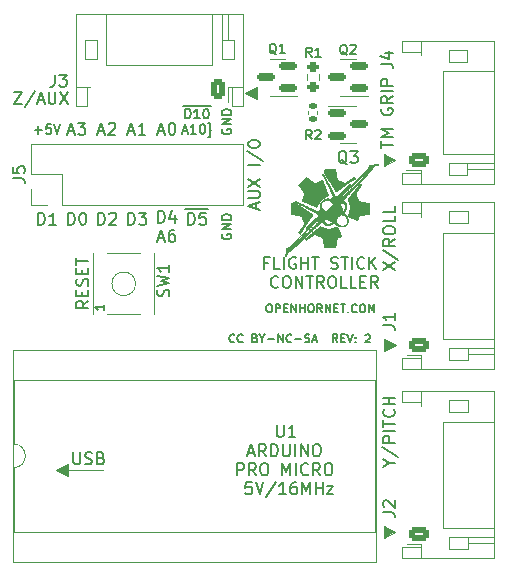
<source format=gbr>
%TF.GenerationSoftware,KiCad,Pcbnew,(6.0.9)*%
%TF.CreationDate,2023-01-21T18:50:51-09:00*%
%TF.ProjectId,CONTROLLER_Stick,434f4e54-524f-44c4-9c45-525f53746963,rev?*%
%TF.SameCoordinates,Original*%
%TF.FileFunction,Legend,Top*%
%TF.FilePolarity,Positive*%
%FSLAX46Y46*%
G04 Gerber Fmt 4.6, Leading zero omitted, Abs format (unit mm)*
G04 Created by KiCad (PCBNEW (6.0.9)) date 2023-01-21 18:50:51*
%MOMM*%
%LPD*%
G01*
G04 APERTURE LIST*
G04 Aperture macros list*
%AMRoundRect*
0 Rectangle with rounded corners*
0 $1 Rounding radius*
0 $2 $3 $4 $5 $6 $7 $8 $9 X,Y pos of 4 corners*
0 Add a 4 corners polygon primitive as box body*
4,1,4,$2,$3,$4,$5,$6,$7,$8,$9,$2,$3,0*
0 Add four circle primitives for the rounded corners*
1,1,$1+$1,$2,$3*
1,1,$1+$1,$4,$5*
1,1,$1+$1,$6,$7*
1,1,$1+$1,$8,$9*
0 Add four rect primitives between the rounded corners*
20,1,$1+$1,$2,$3,$4,$5,0*
20,1,$1+$1,$4,$5,$6,$7,0*
20,1,$1+$1,$6,$7,$8,$9,0*
20,1,$1+$1,$8,$9,$2,$3,0*%
G04 Aperture macros list end*
%ADD10C,0.150000*%
%ADD11C,0.100000*%
%ADD12C,0.120000*%
%ADD13C,0.010000*%
%ADD14RoundRect,0.200000X-0.275000X0.200000X-0.275000X-0.200000X0.275000X-0.200000X0.275000X0.200000X0*%
%ADD15RoundRect,0.150000X-0.587500X-0.150000X0.587500X-0.150000X0.587500X0.150000X-0.587500X0.150000X0*%
%ADD16RoundRect,0.150000X0.587500X0.150000X-0.587500X0.150000X-0.587500X-0.150000X0.587500X-0.150000X0*%
%ADD17RoundRect,0.135000X-0.185000X0.135000X-0.185000X-0.135000X0.185000X-0.135000X0.185000X0.135000X0*%
%ADD18RoundRect,0.250000X0.625000X-0.350000X0.625000X0.350000X-0.625000X0.350000X-0.625000X-0.350000X0*%
%ADD19O,1.750000X1.200000*%
%ADD20R,1.000000X2.000000*%
%ADD21R,1.600000X1.600000*%
%ADD22O,1.600000X1.600000*%
%ADD23RoundRect,0.250000X0.350000X0.625000X-0.350000X0.625000X-0.350000X-0.625000X0.350000X-0.625000X0*%
%ADD24O,1.200000X1.750000*%
%ADD25O,1.700000X1.700000*%
%ADD26R,1.700000X1.700000*%
%ADD27C,2.500000*%
G04 APERTURE END LIST*
D10*
X22253333Y-22222666D02*
X22386666Y-22222666D01*
X22453333Y-22256000D01*
X22520000Y-22322666D01*
X22553333Y-22456000D01*
X22553333Y-22689333D01*
X22520000Y-22822666D01*
X22453333Y-22889333D01*
X22386666Y-22922666D01*
X22253333Y-22922666D01*
X22186666Y-22889333D01*
X22120000Y-22822666D01*
X22086666Y-22689333D01*
X22086666Y-22456000D01*
X22120000Y-22322666D01*
X22186666Y-22256000D01*
X22253333Y-22222666D01*
X22853333Y-22922666D02*
X22853333Y-22222666D01*
X23120000Y-22222666D01*
X23186666Y-22256000D01*
X23220000Y-22289333D01*
X23253333Y-22356000D01*
X23253333Y-22456000D01*
X23220000Y-22522666D01*
X23186666Y-22556000D01*
X23120000Y-22589333D01*
X22853333Y-22589333D01*
X23553333Y-22556000D02*
X23786666Y-22556000D01*
X23886666Y-22922666D02*
X23553333Y-22922666D01*
X23553333Y-22222666D01*
X23886666Y-22222666D01*
X24186666Y-22922666D02*
X24186666Y-22222666D01*
X24586666Y-22922666D01*
X24586666Y-22222666D01*
X24920000Y-22922666D02*
X24920000Y-22222666D01*
X24920000Y-22556000D02*
X25320000Y-22556000D01*
X25320000Y-22922666D02*
X25320000Y-22222666D01*
X25786666Y-22222666D02*
X25920000Y-22222666D01*
X25986666Y-22256000D01*
X26053333Y-22322666D01*
X26086666Y-22456000D01*
X26086666Y-22689333D01*
X26053333Y-22822666D01*
X25986666Y-22889333D01*
X25920000Y-22922666D01*
X25786666Y-22922666D01*
X25720000Y-22889333D01*
X25653333Y-22822666D01*
X25620000Y-22689333D01*
X25620000Y-22456000D01*
X25653333Y-22322666D01*
X25720000Y-22256000D01*
X25786666Y-22222666D01*
X26786666Y-22922666D02*
X26553333Y-22589333D01*
X26386666Y-22922666D02*
X26386666Y-22222666D01*
X26653333Y-22222666D01*
X26720000Y-22256000D01*
X26753333Y-22289333D01*
X26786666Y-22356000D01*
X26786666Y-22456000D01*
X26753333Y-22522666D01*
X26720000Y-22556000D01*
X26653333Y-22589333D01*
X26386666Y-22589333D01*
X27086666Y-22922666D02*
X27086666Y-22222666D01*
X27486666Y-22922666D01*
X27486666Y-22222666D01*
X27820000Y-22556000D02*
X28053333Y-22556000D01*
X28153333Y-22922666D02*
X27820000Y-22922666D01*
X27820000Y-22222666D01*
X28153333Y-22222666D01*
X28353333Y-22222666D02*
X28753333Y-22222666D01*
X28553333Y-22922666D02*
X28553333Y-22222666D01*
X28986666Y-22856000D02*
X29020000Y-22889333D01*
X28986666Y-22922666D01*
X28953333Y-22889333D01*
X28986666Y-22856000D01*
X28986666Y-22922666D01*
X29720000Y-22856000D02*
X29686666Y-22889333D01*
X29586666Y-22922666D01*
X29520000Y-22922666D01*
X29420000Y-22889333D01*
X29353333Y-22822666D01*
X29320000Y-22756000D01*
X29286666Y-22622666D01*
X29286666Y-22522666D01*
X29320000Y-22389333D01*
X29353333Y-22322666D01*
X29420000Y-22256000D01*
X29520000Y-22222666D01*
X29586666Y-22222666D01*
X29686666Y-22256000D01*
X29720000Y-22289333D01*
X30153333Y-22222666D02*
X30286666Y-22222666D01*
X30353333Y-22256000D01*
X30420000Y-22322666D01*
X30453333Y-22456000D01*
X30453333Y-22689333D01*
X30420000Y-22822666D01*
X30353333Y-22889333D01*
X30286666Y-22922666D01*
X30153333Y-22922666D01*
X30086666Y-22889333D01*
X30020000Y-22822666D01*
X29986666Y-22689333D01*
X29986666Y-22456000D01*
X30020000Y-22322666D01*
X30086666Y-22256000D01*
X30153333Y-22222666D01*
X30753333Y-22922666D02*
X30753333Y-22222666D01*
X30986666Y-22722666D01*
X31220000Y-22222666D01*
X31220000Y-22922666D01*
X19358666Y-25396000D02*
X19325333Y-25429333D01*
X19225333Y-25462666D01*
X19158666Y-25462666D01*
X19058666Y-25429333D01*
X18992000Y-25362666D01*
X18958666Y-25296000D01*
X18925333Y-25162666D01*
X18925333Y-25062666D01*
X18958666Y-24929333D01*
X18992000Y-24862666D01*
X19058666Y-24796000D01*
X19158666Y-24762666D01*
X19225333Y-24762666D01*
X19325333Y-24796000D01*
X19358666Y-24829333D01*
X20058666Y-25396000D02*
X20025333Y-25429333D01*
X19925333Y-25462666D01*
X19858666Y-25462666D01*
X19758666Y-25429333D01*
X19692000Y-25362666D01*
X19658666Y-25296000D01*
X19625333Y-25162666D01*
X19625333Y-25062666D01*
X19658666Y-24929333D01*
X19692000Y-24862666D01*
X19758666Y-24796000D01*
X19858666Y-24762666D01*
X19925333Y-24762666D01*
X20025333Y-24796000D01*
X20058666Y-24829333D01*
X21125333Y-25096000D02*
X21225333Y-25129333D01*
X21258666Y-25162666D01*
X21292000Y-25229333D01*
X21292000Y-25329333D01*
X21258666Y-25396000D01*
X21225333Y-25429333D01*
X21158666Y-25462666D01*
X20892000Y-25462666D01*
X20892000Y-24762666D01*
X21125333Y-24762666D01*
X21192000Y-24796000D01*
X21225333Y-24829333D01*
X21258666Y-24896000D01*
X21258666Y-24962666D01*
X21225333Y-25029333D01*
X21192000Y-25062666D01*
X21125333Y-25096000D01*
X20892000Y-25096000D01*
X21725333Y-25129333D02*
X21725333Y-25462666D01*
X21492000Y-24762666D02*
X21725333Y-25129333D01*
X21958666Y-24762666D01*
X22192000Y-25196000D02*
X22725333Y-25196000D01*
X23058666Y-25462666D02*
X23058666Y-24762666D01*
X23458666Y-25462666D01*
X23458666Y-24762666D01*
X24192000Y-25396000D02*
X24158666Y-25429333D01*
X24058666Y-25462666D01*
X23992000Y-25462666D01*
X23892000Y-25429333D01*
X23825333Y-25362666D01*
X23792000Y-25296000D01*
X23758666Y-25162666D01*
X23758666Y-25062666D01*
X23792000Y-24929333D01*
X23825333Y-24862666D01*
X23892000Y-24796000D01*
X23992000Y-24762666D01*
X24058666Y-24762666D01*
X24158666Y-24796000D01*
X24192000Y-24829333D01*
X24492000Y-25196000D02*
X25025333Y-25196000D01*
X25325333Y-25429333D02*
X25425333Y-25462666D01*
X25592000Y-25462666D01*
X25658666Y-25429333D01*
X25692000Y-25396000D01*
X25725333Y-25329333D01*
X25725333Y-25262666D01*
X25692000Y-25196000D01*
X25658666Y-25162666D01*
X25592000Y-25129333D01*
X25458666Y-25096000D01*
X25392000Y-25062666D01*
X25358666Y-25029333D01*
X25325333Y-24962666D01*
X25325333Y-24896000D01*
X25358666Y-24829333D01*
X25392000Y-24796000D01*
X25458666Y-24762666D01*
X25625333Y-24762666D01*
X25725333Y-24796000D01*
X25992000Y-25262666D02*
X26325333Y-25262666D01*
X25925333Y-25462666D02*
X26158666Y-24762666D01*
X26392000Y-25462666D01*
X28092000Y-25462666D02*
X27858666Y-25129333D01*
X27692000Y-25462666D02*
X27692000Y-24762666D01*
X27958666Y-24762666D01*
X28025333Y-24796000D01*
X28058666Y-24829333D01*
X28092000Y-24896000D01*
X28092000Y-24996000D01*
X28058666Y-25062666D01*
X28025333Y-25096000D01*
X27958666Y-25129333D01*
X27692000Y-25129333D01*
X28392000Y-25096000D02*
X28625333Y-25096000D01*
X28725333Y-25462666D02*
X28392000Y-25462666D01*
X28392000Y-24762666D01*
X28725333Y-24762666D01*
X28925333Y-24762666D02*
X29158666Y-25462666D01*
X29392000Y-24762666D01*
X29625333Y-25396000D02*
X29658666Y-25429333D01*
X29625333Y-25462666D01*
X29592000Y-25429333D01*
X29625333Y-25396000D01*
X29625333Y-25462666D01*
X29625333Y-25029333D02*
X29658666Y-25062666D01*
X29625333Y-25096000D01*
X29592000Y-25062666D01*
X29625333Y-25029333D01*
X29625333Y-25096000D01*
X30458666Y-24829333D02*
X30492000Y-24796000D01*
X30558666Y-24762666D01*
X30725333Y-24762666D01*
X30792000Y-24796000D01*
X30825333Y-24829333D01*
X30858666Y-24896000D01*
X30858666Y-24962666D01*
X30825333Y-25062666D01*
X30425333Y-25462666D01*
X30858666Y-25462666D01*
X2471428Y-7477142D02*
X3080952Y-7477142D01*
X2776190Y-7781904D02*
X2776190Y-7172380D01*
X3842857Y-6981904D02*
X3461904Y-6981904D01*
X3423809Y-7362857D01*
X3461904Y-7324761D01*
X3538095Y-7286666D01*
X3728571Y-7286666D01*
X3804761Y-7324761D01*
X3842857Y-7362857D01*
X3880952Y-7439047D01*
X3880952Y-7629523D01*
X3842857Y-7705714D01*
X3804761Y-7743809D01*
X3728571Y-7781904D01*
X3538095Y-7781904D01*
X3461904Y-7743809D01*
X3423809Y-7705714D01*
X4109523Y-6981904D02*
X4376190Y-7781904D01*
X4642857Y-6981904D01*
X5325714Y-7586666D02*
X5801904Y-7586666D01*
X5230476Y-7872380D02*
X5563809Y-6872380D01*
X5897142Y-7872380D01*
X6135238Y-6872380D02*
X6754285Y-6872380D01*
X6420952Y-7253333D01*
X6563809Y-7253333D01*
X6659047Y-7300952D01*
X6706666Y-7348571D01*
X6754285Y-7443809D01*
X6754285Y-7681904D01*
X6706666Y-7777142D01*
X6659047Y-7824761D01*
X6563809Y-7872380D01*
X6278095Y-7872380D01*
X6182857Y-7824761D01*
X6135238Y-7777142D01*
X7865714Y-7586666D02*
X8341904Y-7586666D01*
X7770476Y-7872380D02*
X8103809Y-6872380D01*
X8437142Y-7872380D01*
X8722857Y-6967619D02*
X8770476Y-6920000D01*
X8865714Y-6872380D01*
X9103809Y-6872380D01*
X9199047Y-6920000D01*
X9246666Y-6967619D01*
X9294285Y-7062857D01*
X9294285Y-7158095D01*
X9246666Y-7300952D01*
X8675238Y-7872380D01*
X9294285Y-7872380D01*
X10405714Y-7586666D02*
X10881904Y-7586666D01*
X10310476Y-7872380D02*
X10643809Y-6872380D01*
X10977142Y-7872380D01*
X11834285Y-7872380D02*
X11262857Y-7872380D01*
X11548571Y-7872380D02*
X11548571Y-6872380D01*
X11453333Y-7015238D01*
X11358095Y-7110476D01*
X11262857Y-7158095D01*
X12945714Y-7586666D02*
X13421904Y-7586666D01*
X12850476Y-7872380D02*
X13183809Y-6872380D01*
X13517142Y-7872380D01*
X14040952Y-6872380D02*
X14136190Y-6872380D01*
X14231428Y-6920000D01*
X14279047Y-6967619D01*
X14326666Y-7062857D01*
X14374285Y-7253333D01*
X14374285Y-7491428D01*
X14326666Y-7681904D01*
X14279047Y-7777142D01*
X14231428Y-7824761D01*
X14136190Y-7872380D01*
X14040952Y-7872380D01*
X13945714Y-7824761D01*
X13898095Y-7777142D01*
X13850476Y-7681904D01*
X13802857Y-7491428D01*
X13802857Y-7253333D01*
X13850476Y-7062857D01*
X13898095Y-6967619D01*
X13945714Y-6920000D01*
X14040952Y-6872380D01*
X15038095Y-5477000D02*
X15838095Y-5477000D01*
X15228571Y-6502904D02*
X15228571Y-5702904D01*
X15419047Y-5702904D01*
X15533333Y-5741000D01*
X15609523Y-5817190D01*
X15647619Y-5893380D01*
X15685714Y-6045761D01*
X15685714Y-6160047D01*
X15647619Y-6312428D01*
X15609523Y-6388619D01*
X15533333Y-6464809D01*
X15419047Y-6502904D01*
X15228571Y-6502904D01*
X15838095Y-5477000D02*
X16600000Y-5477000D01*
X16447619Y-6502904D02*
X15990476Y-6502904D01*
X16219047Y-6502904D02*
X16219047Y-5702904D01*
X16142857Y-5817190D01*
X16066666Y-5893380D01*
X15990476Y-5931476D01*
X16600000Y-5477000D02*
X17361904Y-5477000D01*
X16942857Y-5702904D02*
X17019047Y-5702904D01*
X17095238Y-5741000D01*
X17133333Y-5779095D01*
X17171428Y-5855285D01*
X17209523Y-6007666D01*
X17209523Y-6198142D01*
X17171428Y-6350523D01*
X17133333Y-6426714D01*
X17095238Y-6464809D01*
X17019047Y-6502904D01*
X16942857Y-6502904D01*
X16866666Y-6464809D01*
X16828571Y-6426714D01*
X16790476Y-6350523D01*
X16752380Y-6198142D01*
X16752380Y-6007666D01*
X16790476Y-5855285D01*
X16828571Y-5779095D01*
X16866666Y-5741000D01*
X16942857Y-5702904D01*
X14980952Y-7562333D02*
X15361904Y-7562333D01*
X14904761Y-7790904D02*
X15171428Y-6990904D01*
X15438095Y-7790904D01*
X16123809Y-7790904D02*
X15666666Y-7790904D01*
X15895238Y-7790904D02*
X15895238Y-6990904D01*
X15819047Y-7105190D01*
X15742857Y-7181380D01*
X15666666Y-7219476D01*
X16619047Y-6990904D02*
X16695238Y-6990904D01*
X16771428Y-7029000D01*
X16809523Y-7067095D01*
X16847619Y-7143285D01*
X16885714Y-7295666D01*
X16885714Y-7486142D01*
X16847619Y-7638523D01*
X16809523Y-7714714D01*
X16771428Y-7752809D01*
X16695238Y-7790904D01*
X16619047Y-7790904D01*
X16542857Y-7752809D01*
X16504761Y-7714714D01*
X16466666Y-7638523D01*
X16428571Y-7486142D01*
X16428571Y-7295666D01*
X16466666Y-7143285D01*
X16504761Y-7067095D01*
X16542857Y-7029000D01*
X16619047Y-6990904D01*
X17152380Y-8095666D02*
X17190476Y-8095666D01*
X17266666Y-8057571D01*
X17304761Y-7981380D01*
X17304761Y-7600428D01*
X17342857Y-7524238D01*
X17419047Y-7486142D01*
X17342857Y-7448047D01*
X17304761Y-7371857D01*
X17304761Y-6990904D01*
X17266666Y-6914714D01*
X17190476Y-6876619D01*
X17152380Y-6876619D01*
X18340000Y-7394523D02*
X18301904Y-7470714D01*
X18301904Y-7585000D01*
X18340000Y-7699285D01*
X18416190Y-7775476D01*
X18492380Y-7813571D01*
X18644761Y-7851666D01*
X18759047Y-7851666D01*
X18911428Y-7813571D01*
X18987619Y-7775476D01*
X19063809Y-7699285D01*
X19101904Y-7585000D01*
X19101904Y-7508809D01*
X19063809Y-7394523D01*
X19025714Y-7356428D01*
X18759047Y-7356428D01*
X18759047Y-7508809D01*
X19101904Y-7013571D02*
X18301904Y-7013571D01*
X19101904Y-6556428D01*
X18301904Y-6556428D01*
X19101904Y-6175476D02*
X18301904Y-6175476D01*
X18301904Y-5985000D01*
X18340000Y-5870714D01*
X18416190Y-5794523D01*
X18492380Y-5756428D01*
X18644761Y-5718333D01*
X18759047Y-5718333D01*
X18911428Y-5756428D01*
X18987619Y-5794523D01*
X19063809Y-5870714D01*
X19101904Y-5985000D01*
X19101904Y-6175476D01*
X18340000Y-16284523D02*
X18301904Y-16360714D01*
X18301904Y-16475000D01*
X18340000Y-16589285D01*
X18416190Y-16665476D01*
X18492380Y-16703571D01*
X18644761Y-16741666D01*
X18759047Y-16741666D01*
X18911428Y-16703571D01*
X18987619Y-16665476D01*
X19063809Y-16589285D01*
X19101904Y-16475000D01*
X19101904Y-16398809D01*
X19063809Y-16284523D01*
X19025714Y-16246428D01*
X18759047Y-16246428D01*
X18759047Y-16398809D01*
X19101904Y-15903571D02*
X18301904Y-15903571D01*
X19101904Y-15446428D01*
X18301904Y-15446428D01*
X19101904Y-15065476D02*
X18301904Y-15065476D01*
X18301904Y-14875000D01*
X18340000Y-14760714D01*
X18416190Y-14684523D01*
X18492380Y-14646428D01*
X18644761Y-14608333D01*
X18759047Y-14608333D01*
X18911428Y-14646428D01*
X18987619Y-14684523D01*
X19063809Y-14760714D01*
X19101904Y-14875000D01*
X19101904Y-15065476D01*
X15223809Y-14210000D02*
X16223809Y-14210000D01*
X15461904Y-15492380D02*
X15461904Y-14492380D01*
X15700000Y-14492380D01*
X15842857Y-14540000D01*
X15938095Y-14635238D01*
X15985714Y-14730476D01*
X16033333Y-14920952D01*
X16033333Y-15063809D01*
X15985714Y-15254285D01*
X15938095Y-15349523D01*
X15842857Y-15444761D01*
X15700000Y-15492380D01*
X15461904Y-15492380D01*
X16223809Y-14210000D02*
X17176190Y-14210000D01*
X16938095Y-14492380D02*
X16461904Y-14492380D01*
X16414285Y-14968571D01*
X16461904Y-14920952D01*
X16557142Y-14873333D01*
X16795238Y-14873333D01*
X16890476Y-14920952D01*
X16938095Y-14968571D01*
X16985714Y-15063809D01*
X16985714Y-15301904D01*
X16938095Y-15397142D01*
X16890476Y-15444761D01*
X16795238Y-15492380D01*
X16557142Y-15492380D01*
X16461904Y-15444761D01*
X16414285Y-15397142D01*
X12921904Y-15322380D02*
X12921904Y-14322380D01*
X13160000Y-14322380D01*
X13302857Y-14370000D01*
X13398095Y-14465238D01*
X13445714Y-14560476D01*
X13493333Y-14750952D01*
X13493333Y-14893809D01*
X13445714Y-15084285D01*
X13398095Y-15179523D01*
X13302857Y-15274761D01*
X13160000Y-15322380D01*
X12921904Y-15322380D01*
X14350476Y-14655714D02*
X14350476Y-15322380D01*
X14112380Y-14274761D02*
X13874285Y-14989047D01*
X14493333Y-14989047D01*
X12945714Y-16646666D02*
X13421904Y-16646666D01*
X12850476Y-16932380D02*
X13183809Y-15932380D01*
X13517142Y-16932380D01*
X14279047Y-15932380D02*
X14088571Y-15932380D01*
X13993333Y-15980000D01*
X13945714Y-16027619D01*
X13850476Y-16170476D01*
X13802857Y-16360952D01*
X13802857Y-16741904D01*
X13850476Y-16837142D01*
X13898095Y-16884761D01*
X13993333Y-16932380D01*
X14183809Y-16932380D01*
X14279047Y-16884761D01*
X14326666Y-16837142D01*
X14374285Y-16741904D01*
X14374285Y-16503809D01*
X14326666Y-16408571D01*
X14279047Y-16360952D01*
X14183809Y-16313333D01*
X13993333Y-16313333D01*
X13898095Y-16360952D01*
X13850476Y-16408571D01*
X13802857Y-16503809D01*
X10381904Y-15492380D02*
X10381904Y-14492380D01*
X10620000Y-14492380D01*
X10762857Y-14540000D01*
X10858095Y-14635238D01*
X10905714Y-14730476D01*
X10953333Y-14920952D01*
X10953333Y-15063809D01*
X10905714Y-15254285D01*
X10858095Y-15349523D01*
X10762857Y-15444761D01*
X10620000Y-15492380D01*
X10381904Y-15492380D01*
X11286666Y-14492380D02*
X11905714Y-14492380D01*
X11572380Y-14873333D01*
X11715238Y-14873333D01*
X11810476Y-14920952D01*
X11858095Y-14968571D01*
X11905714Y-15063809D01*
X11905714Y-15301904D01*
X11858095Y-15397142D01*
X11810476Y-15444761D01*
X11715238Y-15492380D01*
X11429523Y-15492380D01*
X11334285Y-15444761D01*
X11286666Y-15397142D01*
X7841904Y-15492380D02*
X7841904Y-14492380D01*
X8080000Y-14492380D01*
X8222857Y-14540000D01*
X8318095Y-14635238D01*
X8365714Y-14730476D01*
X8413333Y-14920952D01*
X8413333Y-15063809D01*
X8365714Y-15254285D01*
X8318095Y-15349523D01*
X8222857Y-15444761D01*
X8080000Y-15492380D01*
X7841904Y-15492380D01*
X8794285Y-14587619D02*
X8841904Y-14540000D01*
X8937142Y-14492380D01*
X9175238Y-14492380D01*
X9270476Y-14540000D01*
X9318095Y-14587619D01*
X9365714Y-14682857D01*
X9365714Y-14778095D01*
X9318095Y-14920952D01*
X8746666Y-15492380D01*
X9365714Y-15492380D01*
X5301904Y-15492380D02*
X5301904Y-14492380D01*
X5540000Y-14492380D01*
X5682857Y-14540000D01*
X5778095Y-14635238D01*
X5825714Y-14730476D01*
X5873333Y-14920952D01*
X5873333Y-15063809D01*
X5825714Y-15254285D01*
X5778095Y-15349523D01*
X5682857Y-15444761D01*
X5540000Y-15492380D01*
X5301904Y-15492380D01*
X6492380Y-14492380D02*
X6587619Y-14492380D01*
X6682857Y-14540000D01*
X6730476Y-14587619D01*
X6778095Y-14682857D01*
X6825714Y-14873333D01*
X6825714Y-15111428D01*
X6778095Y-15301904D01*
X6730476Y-15397142D01*
X6682857Y-15444761D01*
X6587619Y-15492380D01*
X6492380Y-15492380D01*
X6397142Y-15444761D01*
X6349523Y-15397142D01*
X6301904Y-15301904D01*
X6254285Y-15111428D01*
X6254285Y-14873333D01*
X6301904Y-14682857D01*
X6349523Y-14587619D01*
X6397142Y-14540000D01*
X6492380Y-14492380D01*
X2761904Y-15492380D02*
X2761904Y-14492380D01*
X3000000Y-14492380D01*
X3142857Y-14540000D01*
X3238095Y-14635238D01*
X3285714Y-14730476D01*
X3333333Y-14920952D01*
X3333333Y-15063809D01*
X3285714Y-15254285D01*
X3238095Y-15349523D01*
X3142857Y-15444761D01*
X3000000Y-15492380D01*
X2761904Y-15492380D01*
X4285714Y-15492380D02*
X3714285Y-15492380D01*
X4000000Y-15492380D02*
X4000000Y-14492380D01*
X3904761Y-14635238D01*
X3809523Y-14730476D01*
X3714285Y-14778095D01*
X22225595Y-18727571D02*
X21892261Y-18727571D01*
X21892261Y-19251380D02*
X21892261Y-18251380D01*
X22368452Y-18251380D01*
X23225595Y-19251380D02*
X22749404Y-19251380D01*
X22749404Y-18251380D01*
X23558928Y-19251380D02*
X23558928Y-18251380D01*
X24558928Y-18299000D02*
X24463690Y-18251380D01*
X24320833Y-18251380D01*
X24177976Y-18299000D01*
X24082738Y-18394238D01*
X24035119Y-18489476D01*
X23987500Y-18679952D01*
X23987500Y-18822809D01*
X24035119Y-19013285D01*
X24082738Y-19108523D01*
X24177976Y-19203761D01*
X24320833Y-19251380D01*
X24416071Y-19251380D01*
X24558928Y-19203761D01*
X24606547Y-19156142D01*
X24606547Y-18822809D01*
X24416071Y-18822809D01*
X25035119Y-19251380D02*
X25035119Y-18251380D01*
X25035119Y-18727571D02*
X25606547Y-18727571D01*
X25606547Y-19251380D02*
X25606547Y-18251380D01*
X25939880Y-18251380D02*
X26511309Y-18251380D01*
X26225595Y-19251380D02*
X26225595Y-18251380D01*
X27558928Y-19203761D02*
X27701785Y-19251380D01*
X27939880Y-19251380D01*
X28035119Y-19203761D01*
X28082738Y-19156142D01*
X28130357Y-19060904D01*
X28130357Y-18965666D01*
X28082738Y-18870428D01*
X28035119Y-18822809D01*
X27939880Y-18775190D01*
X27749404Y-18727571D01*
X27654166Y-18679952D01*
X27606547Y-18632333D01*
X27558928Y-18537095D01*
X27558928Y-18441857D01*
X27606547Y-18346619D01*
X27654166Y-18299000D01*
X27749404Y-18251380D01*
X27987500Y-18251380D01*
X28130357Y-18299000D01*
X28416071Y-18251380D02*
X28987500Y-18251380D01*
X28701785Y-19251380D02*
X28701785Y-18251380D01*
X29320833Y-19251380D02*
X29320833Y-18251380D01*
X30368452Y-19156142D02*
X30320833Y-19203761D01*
X30177976Y-19251380D01*
X30082738Y-19251380D01*
X29939880Y-19203761D01*
X29844642Y-19108523D01*
X29797023Y-19013285D01*
X29749404Y-18822809D01*
X29749404Y-18679952D01*
X29797023Y-18489476D01*
X29844642Y-18394238D01*
X29939880Y-18299000D01*
X30082738Y-18251380D01*
X30177976Y-18251380D01*
X30320833Y-18299000D01*
X30368452Y-18346619D01*
X30797023Y-19251380D02*
X30797023Y-18251380D01*
X31368452Y-19251380D02*
X30939880Y-18679952D01*
X31368452Y-18251380D02*
X30797023Y-18822809D01*
X23082738Y-20766142D02*
X23035119Y-20813761D01*
X22892261Y-20861380D01*
X22797023Y-20861380D01*
X22654166Y-20813761D01*
X22558928Y-20718523D01*
X22511309Y-20623285D01*
X22463690Y-20432809D01*
X22463690Y-20289952D01*
X22511309Y-20099476D01*
X22558928Y-20004238D01*
X22654166Y-19909000D01*
X22797023Y-19861380D01*
X22892261Y-19861380D01*
X23035119Y-19909000D01*
X23082738Y-19956619D01*
X23701785Y-19861380D02*
X23892261Y-19861380D01*
X23987500Y-19909000D01*
X24082738Y-20004238D01*
X24130357Y-20194714D01*
X24130357Y-20528047D01*
X24082738Y-20718523D01*
X23987500Y-20813761D01*
X23892261Y-20861380D01*
X23701785Y-20861380D01*
X23606547Y-20813761D01*
X23511309Y-20718523D01*
X23463690Y-20528047D01*
X23463690Y-20194714D01*
X23511309Y-20004238D01*
X23606547Y-19909000D01*
X23701785Y-19861380D01*
X24558928Y-20861380D02*
X24558928Y-19861380D01*
X25130357Y-20861380D01*
X25130357Y-19861380D01*
X25463690Y-19861380D02*
X26035119Y-19861380D01*
X25749404Y-20861380D02*
X25749404Y-19861380D01*
X26939880Y-20861380D02*
X26606547Y-20385190D01*
X26368452Y-20861380D02*
X26368452Y-19861380D01*
X26749404Y-19861380D01*
X26844642Y-19909000D01*
X26892261Y-19956619D01*
X26939880Y-20051857D01*
X26939880Y-20194714D01*
X26892261Y-20289952D01*
X26844642Y-20337571D01*
X26749404Y-20385190D01*
X26368452Y-20385190D01*
X27558928Y-19861380D02*
X27749404Y-19861380D01*
X27844642Y-19909000D01*
X27939880Y-20004238D01*
X27987500Y-20194714D01*
X27987500Y-20528047D01*
X27939880Y-20718523D01*
X27844642Y-20813761D01*
X27749404Y-20861380D01*
X27558928Y-20861380D01*
X27463690Y-20813761D01*
X27368452Y-20718523D01*
X27320833Y-20528047D01*
X27320833Y-20194714D01*
X27368452Y-20004238D01*
X27463690Y-19909000D01*
X27558928Y-19861380D01*
X28892261Y-20861380D02*
X28416071Y-20861380D01*
X28416071Y-19861380D01*
X29701785Y-20861380D02*
X29225595Y-20861380D01*
X29225595Y-19861380D01*
X30035119Y-20337571D02*
X30368452Y-20337571D01*
X30511309Y-20861380D02*
X30035119Y-20861380D01*
X30035119Y-19861380D01*
X30511309Y-19861380D01*
X31511309Y-20861380D02*
X31177976Y-20385190D01*
X30939880Y-20861380D02*
X30939880Y-19861380D01*
X31320833Y-19861380D01*
X31416071Y-19909000D01*
X31463690Y-19956619D01*
X31511309Y-20051857D01*
X31511309Y-20194714D01*
X31463690Y-20289952D01*
X31416071Y-20337571D01*
X31320833Y-20385190D01*
X30939880Y-20385190D01*
D11*
G36*
X21280000Y-4880000D02*
G01*
X20280000Y-4380000D01*
X21280000Y-3880000D01*
X21280000Y-4880000D01*
G37*
X21280000Y-4880000D02*
X20280000Y-4380000D01*
X21280000Y-3880000D01*
X21280000Y-4880000D01*
G36*
X33000000Y-10000000D02*
G01*
X32000000Y-10500000D01*
X32000000Y-9500000D01*
X33000000Y-10000000D01*
G37*
X33000000Y-10000000D02*
X32000000Y-10500000D01*
X32000000Y-9500000D01*
X33000000Y-10000000D01*
G36*
X33024000Y-25670000D02*
G01*
X32024000Y-26170000D01*
X32024000Y-25170000D01*
X33024000Y-25670000D01*
G37*
X33024000Y-25670000D02*
X32024000Y-26170000D01*
X32024000Y-25170000D01*
X33024000Y-25670000D01*
G36*
X33000000Y-41500000D02*
G01*
X32000000Y-42000000D01*
X32000000Y-41000000D01*
X33000000Y-41500000D01*
G37*
X33000000Y-41500000D02*
X32000000Y-42000000D01*
X32000000Y-41000000D01*
X33000000Y-41500000D01*
D10*
X20571428Y-34806666D02*
X21047619Y-34806666D01*
X20476190Y-35092380D02*
X20809523Y-34092380D01*
X21142857Y-35092380D01*
X22047619Y-35092380D02*
X21714285Y-34616190D01*
X21476190Y-35092380D02*
X21476190Y-34092380D01*
X21857142Y-34092380D01*
X21952380Y-34140000D01*
X22000000Y-34187619D01*
X22047619Y-34282857D01*
X22047619Y-34425714D01*
X22000000Y-34520952D01*
X21952380Y-34568571D01*
X21857142Y-34616190D01*
X21476190Y-34616190D01*
X22476190Y-35092380D02*
X22476190Y-34092380D01*
X22714285Y-34092380D01*
X22857142Y-34140000D01*
X22952380Y-34235238D01*
X23000000Y-34330476D01*
X23047619Y-34520952D01*
X23047619Y-34663809D01*
X23000000Y-34854285D01*
X22952380Y-34949523D01*
X22857142Y-35044761D01*
X22714285Y-35092380D01*
X22476190Y-35092380D01*
X23476190Y-34092380D02*
X23476190Y-34901904D01*
X23523809Y-34997142D01*
X23571428Y-35044761D01*
X23666666Y-35092380D01*
X23857142Y-35092380D01*
X23952380Y-35044761D01*
X24000000Y-34997142D01*
X24047619Y-34901904D01*
X24047619Y-34092380D01*
X24523809Y-35092380D02*
X24523809Y-34092380D01*
X25000000Y-35092380D02*
X25000000Y-34092380D01*
X25571428Y-35092380D01*
X25571428Y-34092380D01*
X26238095Y-34092380D02*
X26428571Y-34092380D01*
X26523809Y-34140000D01*
X26619047Y-34235238D01*
X26666666Y-34425714D01*
X26666666Y-34759047D01*
X26619047Y-34949523D01*
X26523809Y-35044761D01*
X26428571Y-35092380D01*
X26238095Y-35092380D01*
X26142857Y-35044761D01*
X26047619Y-34949523D01*
X26000000Y-34759047D01*
X26000000Y-34425714D01*
X26047619Y-34235238D01*
X26142857Y-34140000D01*
X26238095Y-34092380D01*
X19619047Y-36702380D02*
X19619047Y-35702380D01*
X20000000Y-35702380D01*
X20095238Y-35750000D01*
X20142857Y-35797619D01*
X20190476Y-35892857D01*
X20190476Y-36035714D01*
X20142857Y-36130952D01*
X20095238Y-36178571D01*
X20000000Y-36226190D01*
X19619047Y-36226190D01*
X21190476Y-36702380D02*
X20857142Y-36226190D01*
X20619047Y-36702380D02*
X20619047Y-35702380D01*
X21000000Y-35702380D01*
X21095238Y-35750000D01*
X21142857Y-35797619D01*
X21190476Y-35892857D01*
X21190476Y-36035714D01*
X21142857Y-36130952D01*
X21095238Y-36178571D01*
X21000000Y-36226190D01*
X20619047Y-36226190D01*
X21809523Y-35702380D02*
X22000000Y-35702380D01*
X22095238Y-35750000D01*
X22190476Y-35845238D01*
X22238095Y-36035714D01*
X22238095Y-36369047D01*
X22190476Y-36559523D01*
X22095238Y-36654761D01*
X22000000Y-36702380D01*
X21809523Y-36702380D01*
X21714285Y-36654761D01*
X21619047Y-36559523D01*
X21571428Y-36369047D01*
X21571428Y-36035714D01*
X21619047Y-35845238D01*
X21714285Y-35750000D01*
X21809523Y-35702380D01*
X23428571Y-36702380D02*
X23428571Y-35702380D01*
X23761904Y-36416666D01*
X24095238Y-35702380D01*
X24095238Y-36702380D01*
X24571428Y-36702380D02*
X24571428Y-35702380D01*
X25619047Y-36607142D02*
X25571428Y-36654761D01*
X25428571Y-36702380D01*
X25333333Y-36702380D01*
X25190476Y-36654761D01*
X25095238Y-36559523D01*
X25047619Y-36464285D01*
X25000000Y-36273809D01*
X25000000Y-36130952D01*
X25047619Y-35940476D01*
X25095238Y-35845238D01*
X25190476Y-35750000D01*
X25333333Y-35702380D01*
X25428571Y-35702380D01*
X25571428Y-35750000D01*
X25619047Y-35797619D01*
X26619047Y-36702380D02*
X26285714Y-36226190D01*
X26047619Y-36702380D02*
X26047619Y-35702380D01*
X26428571Y-35702380D01*
X26523809Y-35750000D01*
X26571428Y-35797619D01*
X26619047Y-35892857D01*
X26619047Y-36035714D01*
X26571428Y-36130952D01*
X26523809Y-36178571D01*
X26428571Y-36226190D01*
X26047619Y-36226190D01*
X27238095Y-35702380D02*
X27428571Y-35702380D01*
X27523809Y-35750000D01*
X27619047Y-35845238D01*
X27666666Y-36035714D01*
X27666666Y-36369047D01*
X27619047Y-36559523D01*
X27523809Y-36654761D01*
X27428571Y-36702380D01*
X27238095Y-36702380D01*
X27142857Y-36654761D01*
X27047619Y-36559523D01*
X27000000Y-36369047D01*
X27000000Y-36035714D01*
X27047619Y-35845238D01*
X27142857Y-35750000D01*
X27238095Y-35702380D01*
X20833333Y-37312380D02*
X20357142Y-37312380D01*
X20309523Y-37788571D01*
X20357142Y-37740952D01*
X20452380Y-37693333D01*
X20690476Y-37693333D01*
X20785714Y-37740952D01*
X20833333Y-37788571D01*
X20880952Y-37883809D01*
X20880952Y-38121904D01*
X20833333Y-38217142D01*
X20785714Y-38264761D01*
X20690476Y-38312380D01*
X20452380Y-38312380D01*
X20357142Y-38264761D01*
X20309523Y-38217142D01*
X21166666Y-37312380D02*
X21500000Y-38312380D01*
X21833333Y-37312380D01*
X22880952Y-37264761D02*
X22023809Y-38550476D01*
X23738095Y-38312380D02*
X23166666Y-38312380D01*
X23452380Y-38312380D02*
X23452380Y-37312380D01*
X23357142Y-37455238D01*
X23261904Y-37550476D01*
X23166666Y-37598095D01*
X24595238Y-37312380D02*
X24404761Y-37312380D01*
X24309523Y-37360000D01*
X24261904Y-37407619D01*
X24166666Y-37550476D01*
X24119047Y-37740952D01*
X24119047Y-38121904D01*
X24166666Y-38217142D01*
X24214285Y-38264761D01*
X24309523Y-38312380D01*
X24500000Y-38312380D01*
X24595238Y-38264761D01*
X24642857Y-38217142D01*
X24690476Y-38121904D01*
X24690476Y-37883809D01*
X24642857Y-37788571D01*
X24595238Y-37740952D01*
X24500000Y-37693333D01*
X24309523Y-37693333D01*
X24214285Y-37740952D01*
X24166666Y-37788571D01*
X24119047Y-37883809D01*
X25119047Y-38312380D02*
X25119047Y-37312380D01*
X25452380Y-38026666D01*
X25785714Y-37312380D01*
X25785714Y-38312380D01*
X26261904Y-38312380D02*
X26261904Y-37312380D01*
X26261904Y-37788571D02*
X26833333Y-37788571D01*
X26833333Y-38312380D02*
X26833333Y-37312380D01*
X27214285Y-37645714D02*
X27738095Y-37645714D01*
X27214285Y-38312380D01*
X27738095Y-38312380D01*
D11*
G36*
X5278000Y-36754000D02*
G01*
X4278000Y-36254000D01*
X5278000Y-35754000D01*
X5278000Y-36754000D01*
G37*
X5278000Y-36754000D02*
X4278000Y-36254000D01*
X5278000Y-35754000D01*
X5278000Y-36754000D01*
D12*
X5278000Y-36254000D02*
X8278000Y-36254000D01*
D10*
X5738095Y-34774380D02*
X5738095Y-35583904D01*
X5785714Y-35679142D01*
X5833333Y-35726761D01*
X5928571Y-35774380D01*
X6119047Y-35774380D01*
X6214285Y-35726761D01*
X6261904Y-35679142D01*
X6309523Y-35583904D01*
X6309523Y-34774380D01*
X6738095Y-35726761D02*
X6880952Y-35774380D01*
X7119047Y-35774380D01*
X7214285Y-35726761D01*
X7261904Y-35679142D01*
X7309523Y-35583904D01*
X7309523Y-35488666D01*
X7261904Y-35393428D01*
X7214285Y-35345809D01*
X7119047Y-35298190D01*
X6928571Y-35250571D01*
X6833333Y-35202952D01*
X6785714Y-35155333D01*
X6738095Y-35060095D01*
X6738095Y-34964857D01*
X6785714Y-34869619D01*
X6833333Y-34822000D01*
X6928571Y-34774380D01*
X7166666Y-34774380D01*
X7309523Y-34822000D01*
X8071428Y-35250571D02*
X8214285Y-35298190D01*
X8261904Y-35345809D01*
X8309523Y-35441047D01*
X8309523Y-35583904D01*
X8261904Y-35679142D01*
X8214285Y-35726761D01*
X8119047Y-35774380D01*
X7738095Y-35774380D01*
X7738095Y-34774380D01*
X8071428Y-34774380D01*
X8166666Y-34822000D01*
X8214285Y-34869619D01*
X8261904Y-34964857D01*
X8261904Y-35060095D01*
X8214285Y-35155333D01*
X8166666Y-35202952D01*
X8071428Y-35250571D01*
X7738095Y-35250571D01*
%TO.C,R1*%
X25901666Y-1296904D02*
X25635000Y-915952D01*
X25444523Y-1296904D02*
X25444523Y-496904D01*
X25749285Y-496904D01*
X25825476Y-535000D01*
X25863571Y-573095D01*
X25901666Y-649285D01*
X25901666Y-763571D01*
X25863571Y-839761D01*
X25825476Y-877857D01*
X25749285Y-915952D01*
X25444523Y-915952D01*
X26663571Y-1296904D02*
X26206428Y-1296904D01*
X26435000Y-1296904D02*
X26435000Y-496904D01*
X26358809Y-611190D01*
X26282619Y-687380D01*
X26206428Y-725476D01*
%TO.C,Q3*%
X28904761Y-10372619D02*
X28809523Y-10325000D01*
X28714285Y-10229761D01*
X28571428Y-10086904D01*
X28476190Y-10039285D01*
X28380952Y-10039285D01*
X28428571Y-10277380D02*
X28333333Y-10229761D01*
X28238095Y-10134523D01*
X28190476Y-9944047D01*
X28190476Y-9610714D01*
X28238095Y-9420238D01*
X28333333Y-9325000D01*
X28428571Y-9277380D01*
X28619047Y-9277380D01*
X28714285Y-9325000D01*
X28809523Y-9420238D01*
X28857142Y-9610714D01*
X28857142Y-9944047D01*
X28809523Y-10134523D01*
X28714285Y-10229761D01*
X28619047Y-10277380D01*
X28428571Y-10277380D01*
X29190476Y-9277380D02*
X29809523Y-9277380D01*
X29476190Y-9658333D01*
X29619047Y-9658333D01*
X29714285Y-9705952D01*
X29761904Y-9753571D01*
X29809523Y-9848809D01*
X29809523Y-10086904D01*
X29761904Y-10182142D01*
X29714285Y-10229761D01*
X29619047Y-10277380D01*
X29333333Y-10277380D01*
X29238095Y-10229761D01*
X29190476Y-10182142D01*
%TO.C,Q2*%
X28923809Y-1119095D02*
X28847619Y-1081000D01*
X28771428Y-1004809D01*
X28657142Y-890523D01*
X28580952Y-852428D01*
X28504761Y-852428D01*
X28542857Y-1042904D02*
X28466666Y-1004809D01*
X28390476Y-928619D01*
X28352380Y-776238D01*
X28352380Y-509571D01*
X28390476Y-357190D01*
X28466666Y-281000D01*
X28542857Y-242904D01*
X28695238Y-242904D01*
X28771428Y-281000D01*
X28847619Y-357190D01*
X28885714Y-509571D01*
X28885714Y-776238D01*
X28847619Y-928619D01*
X28771428Y-1004809D01*
X28695238Y-1042904D01*
X28542857Y-1042904D01*
X29190476Y-319095D02*
X29228571Y-281000D01*
X29304761Y-242904D01*
X29495238Y-242904D01*
X29571428Y-281000D01*
X29609523Y-319095D01*
X29647619Y-395285D01*
X29647619Y-471476D01*
X29609523Y-585761D01*
X29152380Y-1042904D01*
X29647619Y-1042904D01*
%TO.C,Q1*%
X22923809Y-1055595D02*
X22847619Y-1017500D01*
X22771428Y-941309D01*
X22657142Y-827023D01*
X22580952Y-788928D01*
X22504761Y-788928D01*
X22542857Y-979404D02*
X22466666Y-941309D01*
X22390476Y-865119D01*
X22352380Y-712738D01*
X22352380Y-446071D01*
X22390476Y-293690D01*
X22466666Y-217500D01*
X22542857Y-179404D01*
X22695238Y-179404D01*
X22771428Y-217500D01*
X22847619Y-293690D01*
X22885714Y-446071D01*
X22885714Y-712738D01*
X22847619Y-865119D01*
X22771428Y-941309D01*
X22695238Y-979404D01*
X22542857Y-979404D01*
X23647619Y-979404D02*
X23190476Y-979404D01*
X23419047Y-979404D02*
X23419047Y-179404D01*
X23342857Y-293690D01*
X23266666Y-369880D01*
X23190476Y-407976D01*
%TO.C,R2*%
X25901666Y-8281904D02*
X25635000Y-7900952D01*
X25444523Y-8281904D02*
X25444523Y-7481904D01*
X25749285Y-7481904D01*
X25825476Y-7520000D01*
X25863571Y-7558095D01*
X25901666Y-7634285D01*
X25901666Y-7748571D01*
X25863571Y-7824761D01*
X25825476Y-7862857D01*
X25749285Y-7900952D01*
X25444523Y-7900952D01*
X26206428Y-7558095D02*
X26244523Y-7520000D01*
X26320714Y-7481904D01*
X26511190Y-7481904D01*
X26587380Y-7520000D01*
X26625476Y-7558095D01*
X26663571Y-7634285D01*
X26663571Y-7710476D01*
X26625476Y-7824761D01*
X26168333Y-8281904D01*
X26663571Y-8281904D01*
%TO.C,J4*%
X31782380Y-1857333D02*
X32496666Y-1857333D01*
X32639523Y-1904952D01*
X32734761Y-2000190D01*
X32782380Y-2143047D01*
X32782380Y-2238285D01*
X32115714Y-952571D02*
X32782380Y-952571D01*
X31734761Y-1190666D02*
X32449047Y-1428761D01*
X32449047Y-809714D01*
X31782380Y-9000190D02*
X31782380Y-8428761D01*
X32782380Y-8714476D02*
X31782380Y-8714476D01*
X32782380Y-8095428D02*
X31782380Y-8095428D01*
X32496666Y-7762095D01*
X31782380Y-7428761D01*
X32782380Y-7428761D01*
X31830000Y-5666857D02*
X31782380Y-5762095D01*
X31782380Y-5904952D01*
X31830000Y-6047809D01*
X31925238Y-6143047D01*
X32020476Y-6190666D01*
X32210952Y-6238285D01*
X32353809Y-6238285D01*
X32544285Y-6190666D01*
X32639523Y-6143047D01*
X32734761Y-6047809D01*
X32782380Y-5904952D01*
X32782380Y-5809714D01*
X32734761Y-5666857D01*
X32687142Y-5619238D01*
X32353809Y-5619238D01*
X32353809Y-5809714D01*
X32782380Y-4619238D02*
X32306190Y-4952571D01*
X32782380Y-5190666D02*
X31782380Y-5190666D01*
X31782380Y-4809714D01*
X31830000Y-4714476D01*
X31877619Y-4666857D01*
X31972857Y-4619238D01*
X32115714Y-4619238D01*
X32210952Y-4666857D01*
X32258571Y-4714476D01*
X32306190Y-4809714D01*
X32306190Y-5190666D01*
X32782380Y-4190666D02*
X31782380Y-4190666D01*
X32782380Y-3714476D02*
X31782380Y-3714476D01*
X31782380Y-3333523D01*
X31830000Y-3238285D01*
X31877619Y-3190666D01*
X31972857Y-3143047D01*
X32115714Y-3143047D01*
X32210952Y-3190666D01*
X32258571Y-3238285D01*
X32306190Y-3333523D01*
X32306190Y-3714476D01*
%TO.C,J2*%
X31952380Y-39833333D02*
X32666666Y-39833333D01*
X32809523Y-39880952D01*
X32904761Y-39976190D01*
X32952380Y-40119047D01*
X32952380Y-40214285D01*
X32047619Y-39404761D02*
X32000000Y-39357142D01*
X31952380Y-39261904D01*
X31952380Y-39023809D01*
X32000000Y-38928571D01*
X32047619Y-38880952D01*
X32142857Y-38833333D01*
X32238095Y-38833333D01*
X32380952Y-38880952D01*
X32952380Y-39452380D01*
X32952380Y-38833333D01*
X32476190Y-35666666D02*
X32952380Y-35666666D01*
X31952380Y-36000000D02*
X32476190Y-35666666D01*
X31952380Y-35333333D01*
X31904761Y-34285714D02*
X33190476Y-35142857D01*
X32952380Y-33952380D02*
X31952380Y-33952380D01*
X31952380Y-33571428D01*
X32000000Y-33476190D01*
X32047619Y-33428571D01*
X32142857Y-33380952D01*
X32285714Y-33380952D01*
X32380952Y-33428571D01*
X32428571Y-33476190D01*
X32476190Y-33571428D01*
X32476190Y-33952380D01*
X32952380Y-32952380D02*
X31952380Y-32952380D01*
X31952380Y-32619047D02*
X31952380Y-32047619D01*
X32952380Y-32333333D02*
X31952380Y-32333333D01*
X32857142Y-31142857D02*
X32904761Y-31190476D01*
X32952380Y-31333333D01*
X32952380Y-31428571D01*
X32904761Y-31571428D01*
X32809523Y-31666666D01*
X32714285Y-31714285D01*
X32523809Y-31761904D01*
X32380952Y-31761904D01*
X32190476Y-31714285D01*
X32095238Y-31666666D01*
X32000000Y-31571428D01*
X31952380Y-31428571D01*
X31952380Y-31333333D01*
X32000000Y-31190476D01*
X32047619Y-31142857D01*
X32952380Y-30714285D02*
X31952380Y-30714285D01*
X32428571Y-30714285D02*
X32428571Y-30142857D01*
X32952380Y-30142857D02*
X31952380Y-30142857D01*
%TO.C,J1*%
X31926380Y-24003333D02*
X32640666Y-24003333D01*
X32783523Y-24050952D01*
X32878761Y-24146190D01*
X32926380Y-24289047D01*
X32926380Y-24384285D01*
X32926380Y-23003333D02*
X32926380Y-23574761D01*
X32926380Y-23289047D02*
X31926380Y-23289047D01*
X32069238Y-23384285D01*
X32164476Y-23479523D01*
X32212095Y-23574761D01*
X31976380Y-19360476D02*
X32976380Y-18693809D01*
X31976380Y-18693809D02*
X32976380Y-19360476D01*
X31928761Y-17598571D02*
X33214476Y-18455714D01*
X32976380Y-16693809D02*
X32500190Y-17027142D01*
X32976380Y-17265238D02*
X31976380Y-17265238D01*
X31976380Y-16884285D01*
X32024000Y-16789047D01*
X32071619Y-16741428D01*
X32166857Y-16693809D01*
X32309714Y-16693809D01*
X32404952Y-16741428D01*
X32452571Y-16789047D01*
X32500190Y-16884285D01*
X32500190Y-17265238D01*
X31976380Y-16074761D02*
X31976380Y-15884285D01*
X32024000Y-15789047D01*
X32119238Y-15693809D01*
X32309714Y-15646190D01*
X32643047Y-15646190D01*
X32833523Y-15693809D01*
X32928761Y-15789047D01*
X32976380Y-15884285D01*
X32976380Y-16074761D01*
X32928761Y-16170000D01*
X32833523Y-16265238D01*
X32643047Y-16312857D01*
X32309714Y-16312857D01*
X32119238Y-16265238D01*
X32024000Y-16170000D01*
X31976380Y-16074761D01*
X32976380Y-14741428D02*
X32976380Y-15217619D01*
X31976380Y-15217619D01*
X32976380Y-13931904D02*
X32976380Y-14408095D01*
X31976380Y-14408095D01*
%TO.C,SW1*%
X13803261Y-21572333D02*
X13850880Y-21429476D01*
X13850880Y-21191380D01*
X13803261Y-21096142D01*
X13755642Y-21048523D01*
X13660404Y-21000904D01*
X13565166Y-21000904D01*
X13469928Y-21048523D01*
X13422309Y-21096142D01*
X13374690Y-21191380D01*
X13327071Y-21381857D01*
X13279452Y-21477095D01*
X13231833Y-21524714D01*
X13136595Y-21572333D01*
X13041357Y-21572333D01*
X12946119Y-21524714D01*
X12898500Y-21477095D01*
X12850880Y-21381857D01*
X12850880Y-21143761D01*
X12898500Y-21000904D01*
X12850880Y-20667571D02*
X13850880Y-20429476D01*
X13136595Y-20239000D01*
X13850880Y-20048523D01*
X12850880Y-19810428D01*
X13850880Y-18905666D02*
X13850880Y-19477095D01*
X13850880Y-19191380D02*
X12850880Y-19191380D01*
X12993738Y-19286619D01*
X13088976Y-19381857D01*
X13136595Y-19477095D01*
X6992880Y-21945380D02*
X6516690Y-22278714D01*
X6992880Y-22516809D02*
X5992880Y-22516809D01*
X5992880Y-22135857D01*
X6040500Y-22040619D01*
X6088119Y-21993000D01*
X6183357Y-21945380D01*
X6326214Y-21945380D01*
X6421452Y-21993000D01*
X6469071Y-22040619D01*
X6516690Y-22135857D01*
X6516690Y-22516809D01*
X6469071Y-21516809D02*
X6469071Y-21183476D01*
X6992880Y-21040619D02*
X6992880Y-21516809D01*
X5992880Y-21516809D01*
X5992880Y-21040619D01*
X6945261Y-20659666D02*
X6992880Y-20516809D01*
X6992880Y-20278714D01*
X6945261Y-20183476D01*
X6897642Y-20135857D01*
X6802404Y-20088238D01*
X6707166Y-20088238D01*
X6611928Y-20135857D01*
X6564309Y-20183476D01*
X6516690Y-20278714D01*
X6469071Y-20469190D01*
X6421452Y-20564428D01*
X6373833Y-20612047D01*
X6278595Y-20659666D01*
X6183357Y-20659666D01*
X6088119Y-20612047D01*
X6040500Y-20564428D01*
X5992880Y-20469190D01*
X5992880Y-20231095D01*
X6040500Y-20088238D01*
X6469071Y-19659666D02*
X6469071Y-19326333D01*
X6992880Y-19183476D02*
X6992880Y-19659666D01*
X5992880Y-19659666D01*
X5992880Y-19183476D01*
X5992880Y-18897761D02*
X5992880Y-18326333D01*
X6992880Y-18612047D02*
X5992880Y-18612047D01*
X8361904Y-22271428D02*
X8361904Y-22728571D01*
X8361904Y-22500000D02*
X7561904Y-22500000D01*
X7676190Y-22576190D01*
X7752380Y-22652380D01*
X7790476Y-22728571D01*
%TO.C,U1*%
X22958095Y-32452380D02*
X22958095Y-33261904D01*
X23005714Y-33357142D01*
X23053333Y-33404761D01*
X23148571Y-33452380D01*
X23339047Y-33452380D01*
X23434285Y-33404761D01*
X23481904Y-33357142D01*
X23529523Y-33261904D01*
X23529523Y-32452380D01*
X24529523Y-33452380D02*
X23958095Y-33452380D01*
X24243809Y-33452380D02*
X24243809Y-32452380D01*
X24148571Y-32595238D01*
X24053333Y-32690476D01*
X23958095Y-32738095D01*
%TO.C,J3*%
X4175166Y-2800380D02*
X4175166Y-3514666D01*
X4127547Y-3657523D01*
X4032309Y-3752761D01*
X3889452Y-3800380D01*
X3794214Y-3800380D01*
X4556119Y-2800380D02*
X5175166Y-2800380D01*
X4841833Y-3181333D01*
X4984690Y-3181333D01*
X5079928Y-3228952D01*
X5127547Y-3276571D01*
X5175166Y-3371809D01*
X5175166Y-3609904D01*
X5127547Y-3705142D01*
X5079928Y-3752761D01*
X4984690Y-3800380D01*
X4698976Y-3800380D01*
X4603738Y-3752761D01*
X4556119Y-3705142D01*
X698785Y-4260880D02*
X1365452Y-4260880D01*
X698785Y-5260880D01*
X1365452Y-5260880D01*
X2460690Y-4213261D02*
X1603547Y-5498976D01*
X2746404Y-4975166D02*
X3222595Y-4975166D01*
X2651166Y-5260880D02*
X2984500Y-4260880D01*
X3317833Y-5260880D01*
X3651166Y-4260880D02*
X3651166Y-5070404D01*
X3698785Y-5165642D01*
X3746404Y-5213261D01*
X3841642Y-5260880D01*
X4032119Y-5260880D01*
X4127357Y-5213261D01*
X4174976Y-5165642D01*
X4222595Y-5070404D01*
X4222595Y-4260880D01*
X4603547Y-4260880D02*
X5270214Y-5260880D01*
X5270214Y-4260880D02*
X4603547Y-5260880D01*
%TO.C,J5*%
X622380Y-11563333D02*
X1336666Y-11563333D01*
X1479523Y-11610952D01*
X1574761Y-11706190D01*
X1622380Y-11849047D01*
X1622380Y-11944285D01*
X622380Y-10610952D02*
X622380Y-11087142D01*
X1098571Y-11134761D01*
X1050952Y-11087142D01*
X1003333Y-10991904D01*
X1003333Y-10753809D01*
X1050952Y-10658571D01*
X1098571Y-10610952D01*
X1193809Y-10563333D01*
X1431904Y-10563333D01*
X1527142Y-10610952D01*
X1574761Y-10658571D01*
X1622380Y-10753809D01*
X1622380Y-10991904D01*
X1574761Y-11087142D01*
X1527142Y-11134761D01*
X21236666Y-14134761D02*
X21236666Y-13658571D01*
X21522380Y-14230000D02*
X20522380Y-13896666D01*
X21522380Y-13563333D01*
X20522380Y-13230000D02*
X21331904Y-13230000D01*
X21427142Y-13182380D01*
X21474761Y-13134761D01*
X21522380Y-13039523D01*
X21522380Y-12849047D01*
X21474761Y-12753809D01*
X21427142Y-12706190D01*
X21331904Y-12658571D01*
X20522380Y-12658571D01*
X20522380Y-12277619D02*
X21522380Y-11610952D01*
X20522380Y-11610952D02*
X21522380Y-12277619D01*
X21522380Y-10468095D02*
X20522380Y-10468095D01*
X20474761Y-9277619D02*
X21760476Y-10134761D01*
X20522380Y-8753809D02*
X20522380Y-8563333D01*
X20570000Y-8468095D01*
X20665238Y-8372857D01*
X20855714Y-8325238D01*
X21189047Y-8325238D01*
X21379523Y-8372857D01*
X21474761Y-8468095D01*
X21522380Y-8563333D01*
X21522380Y-8753809D01*
X21474761Y-8849047D01*
X21379523Y-8944285D01*
X21189047Y-8991904D01*
X20855714Y-8991904D01*
X20665238Y-8944285D01*
X20570000Y-8849047D01*
X20522380Y-8753809D01*
D12*
%TO.C,R1*%
X25477500Y-2762742D02*
X25477500Y-3237258D01*
X26522500Y-2762742D02*
X26522500Y-3237258D01*
%TO.C,Q3*%
X29000000Y-5440000D02*
X29650000Y-5440000D01*
X29000000Y-8560000D02*
X29650000Y-8560000D01*
X29000000Y-5440000D02*
X27325000Y-5440000D01*
X29000000Y-8560000D02*
X28350000Y-8560000D01*
%TO.C,Q2*%
X29000000Y-4560000D02*
X28350000Y-4560000D01*
X29000000Y-1440000D02*
X28350000Y-1440000D01*
X29000000Y-4560000D02*
X30675000Y-4560000D01*
X29000000Y-1440000D02*
X29650000Y-1440000D01*
%TO.C,Q1*%
X23000000Y-4560000D02*
X22350000Y-4560000D01*
X23000000Y-1440000D02*
X22350000Y-1440000D01*
X23000000Y-4560000D02*
X24675000Y-4560000D01*
X23000000Y-1440000D02*
X23650000Y-1440000D01*
%TO.C,R2*%
X26380000Y-5846359D02*
X26380000Y-6153641D01*
X25620000Y-5846359D02*
X25620000Y-6153641D01*
%TO.C,J4*%
X35140000Y-860000D02*
X35140000Y-1140000D01*
X33540000Y60000D02*
X33540000Y-860000D01*
X39100000Y-10300000D02*
X37500000Y-10300000D01*
X37000000Y-9500000D02*
X37000000Y-2500000D01*
X39100000Y-700000D02*
X39100000Y-1700000D01*
X33540000Y-12060000D02*
X41360000Y-12060000D01*
X37500000Y-1700000D02*
X37500000Y-700000D01*
X37500000Y-700000D02*
X39100000Y-700000D01*
X39100000Y-1700000D02*
X37500000Y-1700000D01*
X37000000Y-2500000D02*
X41360000Y-2500000D01*
X35140000Y-10860000D02*
X35140000Y-11140000D01*
X33540000Y-11140000D02*
X33540000Y-12060000D01*
X39100000Y-11300000D02*
X39100000Y-10300000D01*
X39100000Y-10800000D02*
X41360000Y-10800000D01*
X41360000Y-12060000D02*
X41360000Y60000D01*
X41360000Y-9500000D02*
X37000000Y-9500000D01*
X39100000Y-10300000D02*
X41360000Y-10300000D01*
X41360000Y60000D02*
X33540000Y60000D01*
X35140000Y-11140000D02*
X33540000Y-11140000D01*
X37500000Y-10300000D02*
X37500000Y-11300000D01*
X35140000Y60000D02*
X35140000Y-860000D01*
X35140000Y-10860000D02*
X33925000Y-10860000D01*
X37500000Y-11300000D02*
X39100000Y-11300000D01*
X35140000Y-12060000D02*
X35140000Y-11140000D01*
X33540000Y-860000D02*
X35140000Y-860000D01*
%TO.C,J2*%
X33564000Y-29610000D02*
X33564000Y-30530000D01*
X41384000Y-41170000D02*
X37024000Y-41170000D01*
X41384000Y-43730000D02*
X41384000Y-29610000D01*
X37524000Y-31370000D02*
X37524000Y-30370000D01*
X37524000Y-42970000D02*
X39124000Y-42970000D01*
X35164000Y-42530000D02*
X35164000Y-42810000D01*
X39124000Y-41970000D02*
X41384000Y-41970000D01*
X33564000Y-30530000D02*
X35164000Y-30530000D01*
X39124000Y-30370000D02*
X39124000Y-31370000D01*
X39124000Y-42970000D02*
X39124000Y-41970000D01*
X41384000Y-29610000D02*
X33564000Y-29610000D01*
X33564000Y-42810000D02*
X33564000Y-43730000D01*
X37024000Y-32170000D02*
X41384000Y-32170000D01*
X39124000Y-41970000D02*
X37524000Y-41970000D01*
X35164000Y-30530000D02*
X35164000Y-30810000D01*
X35164000Y-29610000D02*
X35164000Y-30530000D01*
X35164000Y-43730000D02*
X35164000Y-42810000D01*
X37524000Y-30370000D02*
X39124000Y-30370000D01*
X39124000Y-42470000D02*
X41384000Y-42470000D01*
X35164000Y-42530000D02*
X33949000Y-42530000D01*
X39124000Y-31370000D02*
X37524000Y-31370000D01*
X33564000Y-43730000D02*
X41384000Y-43730000D01*
X35164000Y-42810000D02*
X33564000Y-42810000D01*
X37024000Y-41170000D02*
X37024000Y-32170000D01*
X37524000Y-41970000D02*
X37524000Y-42970000D01*
%TO.C,J1*%
X33564000Y-13610000D02*
X33564000Y-14530000D01*
X41384000Y-25170000D02*
X37024000Y-25170000D01*
X41384000Y-27730000D02*
X41384000Y-13610000D01*
X37524000Y-15370000D02*
X37524000Y-14370000D01*
X37524000Y-26970000D02*
X39124000Y-26970000D01*
X35164000Y-26530000D02*
X35164000Y-26810000D01*
X39124000Y-25970000D02*
X41384000Y-25970000D01*
X33564000Y-14530000D02*
X35164000Y-14530000D01*
X39124000Y-14370000D02*
X39124000Y-15370000D01*
X39124000Y-26970000D02*
X39124000Y-25970000D01*
X41384000Y-13610000D02*
X33564000Y-13610000D01*
X33564000Y-26810000D02*
X33564000Y-27730000D01*
X37024000Y-16170000D02*
X41384000Y-16170000D01*
X39124000Y-25970000D02*
X37524000Y-25970000D01*
X35164000Y-14530000D02*
X35164000Y-14810000D01*
X35164000Y-13610000D02*
X35164000Y-14530000D01*
X35164000Y-27730000D02*
X35164000Y-26810000D01*
X37524000Y-14370000D02*
X39124000Y-14370000D01*
X39124000Y-26470000D02*
X41384000Y-26470000D01*
X35164000Y-26530000D02*
X33949000Y-26530000D01*
X39124000Y-15370000D02*
X37524000Y-15370000D01*
X33564000Y-27730000D02*
X41384000Y-27730000D01*
X35164000Y-26810000D02*
X33564000Y-26810000D01*
X37024000Y-25170000D02*
X37024000Y-16170000D01*
X37524000Y-25970000D02*
X37524000Y-26970000D01*
%TO.C,SW1*%
X11400000Y-17900000D02*
X8600000Y-17900000D01*
X12600000Y-23100000D02*
X12600000Y-17900000D01*
X8600000Y-23100000D02*
X11400000Y-23100000D01*
X7400000Y-20500000D02*
X7400000Y-17900000D01*
X7400000Y-20500000D02*
X7400000Y-23100000D01*
X11000000Y-20500000D02*
G75*
G03*
X11000000Y-20500000I-1000000J0D01*
G01*
%TO.C,U1*%
X674000Y-41528000D02*
X31274000Y-41528000D01*
X31334000Y-26118000D02*
X614000Y-26118000D01*
X614000Y-44018000D02*
X31334000Y-44018000D01*
X31274000Y-28608000D02*
X674000Y-28608000D01*
X31274000Y-41528000D02*
X31274000Y-28608000D01*
X674000Y-28608000D02*
X674000Y-34068000D01*
X31334000Y-44018000D02*
X31334000Y-26118000D01*
X614000Y-26118000D02*
X614000Y-44018000D01*
X674000Y-36068000D02*
X674000Y-41528000D01*
X674000Y-36068000D02*
G75*
G03*
X674000Y-34068000I0J1000000D01*
G01*
%TO.C,J3*%
X5940000Y-5460000D02*
X6860000Y-5460000D01*
X17500000Y2360000D02*
X17500000Y-2000000D01*
X20060000Y2360000D02*
X5940000Y2360000D01*
X7700000Y-1500000D02*
X6700000Y-1500000D01*
X19300000Y-1500000D02*
X19300000Y100000D01*
X18860000Y-3860000D02*
X19140000Y-3860000D01*
X18300000Y100000D02*
X18300000Y2360000D01*
X6860000Y-5460000D02*
X6860000Y-3860000D01*
X6700000Y100000D02*
X7700000Y100000D01*
X19300000Y100000D02*
X18300000Y100000D01*
X5940000Y2360000D02*
X5940000Y-5460000D01*
X19140000Y-5460000D02*
X20060000Y-5460000D01*
X8500000Y-2000000D02*
X8500000Y2360000D01*
X18300000Y100000D02*
X18300000Y-1500000D01*
X6860000Y-3860000D02*
X7140000Y-3860000D01*
X5940000Y-3860000D02*
X6860000Y-3860000D01*
X20060000Y-3860000D02*
X19140000Y-3860000D01*
X6700000Y-1500000D02*
X6700000Y100000D01*
X18800000Y100000D02*
X18800000Y2360000D01*
X18860000Y-3860000D02*
X18860000Y-5075000D01*
X7700000Y100000D02*
X7700000Y-1500000D01*
X20060000Y-5460000D02*
X20060000Y2360000D01*
X19140000Y-3860000D02*
X19140000Y-5460000D01*
X17500000Y-2000000D02*
X8500000Y-2000000D01*
X18300000Y-1500000D02*
X19300000Y-1500000D01*
%TO.C,LOGO3*%
G36*
X25441084Y-11481316D02*
G01*
X25445941Y-11484204D01*
X25457289Y-11491564D01*
X25474650Y-11503071D01*
X25497540Y-11518399D01*
X25525477Y-11537222D01*
X25557980Y-11559213D01*
X25594567Y-11584046D01*
X25634758Y-11611394D01*
X25678068Y-11640931D01*
X25724017Y-11672331D01*
X25772123Y-11705266D01*
X25804887Y-11727733D01*
X25854192Y-11761519D01*
X25901691Y-11793984D01*
X25946901Y-11824798D01*
X25989334Y-11853638D01*
X26028509Y-11880176D01*
X26063938Y-11904085D01*
X26095137Y-11925038D01*
X26121621Y-11942709D01*
X26142907Y-11956771D01*
X26158508Y-11966898D01*
X26167940Y-11972762D01*
X26170545Y-11974137D01*
X26184082Y-11976783D01*
X26196085Y-11977357D01*
X26201508Y-11975693D01*
X26213984Y-11971053D01*
X26232764Y-11963746D01*
X26257096Y-11954085D01*
X26286232Y-11942378D01*
X26319421Y-11928936D01*
X26355914Y-11914069D01*
X26394961Y-11898086D01*
X26435812Y-11881298D01*
X26477716Y-11864017D01*
X26519924Y-11846551D01*
X26561686Y-11829209D01*
X26602253Y-11812305D01*
X26640873Y-11796145D01*
X26676799Y-11781043D01*
X26709278Y-11767306D01*
X26737562Y-11755246D01*
X26760900Y-11745173D01*
X26778544Y-11737396D01*
X26789743Y-11732226D01*
X26793321Y-11730341D01*
X26794624Y-11731072D01*
X26796900Y-11734591D01*
X26800274Y-11741214D01*
X26804872Y-11751259D01*
X26810816Y-11765042D01*
X26818233Y-11782879D01*
X26827248Y-11805089D01*
X26837984Y-11831989D01*
X26850568Y-11863892D01*
X26865123Y-11901120D01*
X26881775Y-11943986D01*
X26900649Y-11992809D01*
X26921869Y-12047903D01*
X26945560Y-12109589D01*
X26971847Y-12178181D01*
X27000856Y-12253995D01*
X27032710Y-12337351D01*
X27039293Y-12354590D01*
X27066003Y-12424547D01*
X27091898Y-12492403D01*
X27116818Y-12557732D01*
X27140598Y-12620110D01*
X27163079Y-12679107D01*
X27184097Y-12734299D01*
X27203491Y-12785260D01*
X27221098Y-12831562D01*
X27236755Y-12872780D01*
X27250302Y-12908488D01*
X27261577Y-12938260D01*
X27270415Y-12961669D01*
X27276657Y-12978289D01*
X27280140Y-12987693D01*
X27280843Y-12989719D01*
X27280423Y-12993018D01*
X27276986Y-12997042D01*
X27269526Y-13002479D01*
X27257038Y-13010013D01*
X27238516Y-13020332D01*
X27226358Y-13026924D01*
X27171004Y-13057615D01*
X27112678Y-13091491D01*
X27053231Y-13127398D01*
X26994511Y-13164184D01*
X26938368Y-13200693D01*
X26886649Y-13235772D01*
X26850578Y-13261396D01*
X26830415Y-13277167D01*
X26805875Y-13298116D01*
X26778167Y-13323062D01*
X26748501Y-13350823D01*
X26718087Y-13380218D01*
X26688138Y-13410065D01*
X26659863Y-13439184D01*
X26634474Y-13466392D01*
X26613179Y-13490509D01*
X26602468Y-13503513D01*
X26572823Y-13542470D01*
X26540554Y-13587701D01*
X26506572Y-13637789D01*
X26471787Y-13691313D01*
X26437106Y-13746853D01*
X26403440Y-13802990D01*
X26371697Y-13858304D01*
X26350271Y-13897329D01*
X26338917Y-13918340D01*
X26328900Y-13936656D01*
X26320923Y-13951008D01*
X26315689Y-13960134D01*
X26313967Y-13962802D01*
X26309849Y-13961509D01*
X26298272Y-13957280D01*
X26279656Y-13950277D01*
X26254424Y-13940663D01*
X26222994Y-13928601D01*
X26185789Y-13914255D01*
X26143227Y-13897788D01*
X26095730Y-13879362D01*
X26043717Y-13859141D01*
X25987611Y-13837286D01*
X25927829Y-13813963D01*
X25864794Y-13789334D01*
X25798927Y-13763561D01*
X25730646Y-13736808D01*
X25686073Y-13719325D01*
X25616418Y-13691986D01*
X25548885Y-13665466D01*
X25483895Y-13639933D01*
X25421873Y-13615553D01*
X25363240Y-13592492D01*
X25308420Y-13570917D01*
X25257835Y-13550995D01*
X25211908Y-13532893D01*
X25171062Y-13516776D01*
X25135719Y-13502812D01*
X25106304Y-13491167D01*
X25083236Y-13482008D01*
X25066940Y-13475501D01*
X25057839Y-13471814D01*
X25055990Y-13471013D01*
X25056765Y-13466631D01*
X25060739Y-13454844D01*
X25067766Y-13436025D01*
X25077696Y-13410543D01*
X25090380Y-13378773D01*
X25105672Y-13341084D01*
X25123419Y-13297849D01*
X25143476Y-13249438D01*
X25165693Y-13196224D01*
X25170543Y-13184653D01*
X25190102Y-13137920D01*
X25208741Y-13093175D01*
X25226190Y-13051074D01*
X25242182Y-13012277D01*
X25256449Y-12977438D01*
X25268723Y-12947215D01*
X25278737Y-12922265D01*
X25286219Y-12903244D01*
X25290905Y-12890808D01*
X25292488Y-12885912D01*
X25293146Y-12871243D01*
X25290710Y-12856089D01*
X25290389Y-12855052D01*
X25287170Y-12849043D01*
X25279341Y-12836419D01*
X25267126Y-12817516D01*
X25250752Y-12792667D01*
X25230444Y-12762207D01*
X25206427Y-12726474D01*
X25178926Y-12685801D01*
X25148166Y-12640523D01*
X25114373Y-12590976D01*
X25077772Y-12537495D01*
X25041764Y-12485037D01*
X25007934Y-12435769D01*
X24975446Y-12388367D01*
X24944626Y-12343307D01*
X24915797Y-12301069D01*
X24889284Y-12262129D01*
X24865409Y-12226964D01*
X24844498Y-12196055D01*
X24826875Y-12169879D01*
X24812864Y-12148912D01*
X24802789Y-12133633D01*
X24796973Y-12124521D01*
X24795616Y-12122086D01*
X24794497Y-12118522D01*
X24793664Y-12115197D01*
X24793447Y-12111753D01*
X24794176Y-12107828D01*
X24796179Y-12103061D01*
X24799786Y-12097091D01*
X24805327Y-12089558D01*
X24813130Y-12080100D01*
X24823526Y-12068358D01*
X24836844Y-12053968D01*
X24853413Y-12036573D01*
X24873562Y-12015809D01*
X24897622Y-11991317D01*
X24925921Y-11962733D01*
X24958789Y-11929701D01*
X24996555Y-11891857D01*
X25039549Y-11848842D01*
X25088101Y-11800292D01*
X25102724Y-11785668D01*
X25152109Y-11736294D01*
X25195874Y-11692573D01*
X25234375Y-11654159D01*
X25267967Y-11620707D01*
X25297007Y-11591873D01*
X25321850Y-11567313D01*
X25342854Y-11546679D01*
X25360375Y-11529630D01*
X25374767Y-11515817D01*
X25386389Y-11504898D01*
X25395595Y-11496528D01*
X25402741Y-11490362D01*
X25408184Y-11486055D01*
X25412280Y-11483261D01*
X25415386Y-11481636D01*
X25417421Y-11480940D01*
X25430224Y-11479631D01*
X25441084Y-11481316D01*
G37*
D13*
X25441084Y-11481316D02*
X25445941Y-11484204D01*
X25457289Y-11491564D01*
X25474650Y-11503071D01*
X25497540Y-11518399D01*
X25525477Y-11537222D01*
X25557980Y-11559213D01*
X25594567Y-11584046D01*
X25634758Y-11611394D01*
X25678068Y-11640931D01*
X25724017Y-11672331D01*
X25772123Y-11705266D01*
X25804887Y-11727733D01*
X25854192Y-11761519D01*
X25901691Y-11793984D01*
X25946901Y-11824798D01*
X25989334Y-11853638D01*
X26028509Y-11880176D01*
X26063938Y-11904085D01*
X26095137Y-11925038D01*
X26121621Y-11942709D01*
X26142907Y-11956771D01*
X26158508Y-11966898D01*
X26167940Y-11972762D01*
X26170545Y-11974137D01*
X26184082Y-11976783D01*
X26196085Y-11977357D01*
X26201508Y-11975693D01*
X26213984Y-11971053D01*
X26232764Y-11963746D01*
X26257096Y-11954085D01*
X26286232Y-11942378D01*
X26319421Y-11928936D01*
X26355914Y-11914069D01*
X26394961Y-11898086D01*
X26435812Y-11881298D01*
X26477716Y-11864017D01*
X26519924Y-11846551D01*
X26561686Y-11829209D01*
X26602253Y-11812305D01*
X26640873Y-11796145D01*
X26676799Y-11781043D01*
X26709278Y-11767306D01*
X26737562Y-11755246D01*
X26760900Y-11745173D01*
X26778544Y-11737396D01*
X26789743Y-11732226D01*
X26793321Y-11730341D01*
X26794624Y-11731072D01*
X26796900Y-11734591D01*
X26800274Y-11741214D01*
X26804872Y-11751259D01*
X26810816Y-11765042D01*
X26818233Y-11782879D01*
X26827248Y-11805089D01*
X26837984Y-11831989D01*
X26850568Y-11863892D01*
X26865123Y-11901120D01*
X26881775Y-11943986D01*
X26900649Y-11992809D01*
X26921869Y-12047903D01*
X26945560Y-12109589D01*
X26971847Y-12178181D01*
X27000856Y-12253995D01*
X27032710Y-12337351D01*
X27039293Y-12354590D01*
X27066003Y-12424547D01*
X27091898Y-12492403D01*
X27116818Y-12557732D01*
X27140598Y-12620110D01*
X27163079Y-12679107D01*
X27184097Y-12734299D01*
X27203491Y-12785260D01*
X27221098Y-12831562D01*
X27236755Y-12872780D01*
X27250302Y-12908488D01*
X27261577Y-12938260D01*
X27270415Y-12961669D01*
X27276657Y-12978289D01*
X27280140Y-12987693D01*
X27280843Y-12989719D01*
X27280423Y-12993018D01*
X27276986Y-12997042D01*
X27269526Y-13002479D01*
X27257038Y-13010013D01*
X27238516Y-13020332D01*
X27226358Y-13026924D01*
X27171004Y-13057615D01*
X27112678Y-13091491D01*
X27053231Y-13127398D01*
X26994511Y-13164184D01*
X26938368Y-13200693D01*
X26886649Y-13235772D01*
X26850578Y-13261396D01*
X26830415Y-13277167D01*
X26805875Y-13298116D01*
X26778167Y-13323062D01*
X26748501Y-13350823D01*
X26718087Y-13380218D01*
X26688138Y-13410065D01*
X26659863Y-13439184D01*
X26634474Y-13466392D01*
X26613179Y-13490509D01*
X26602468Y-13503513D01*
X26572823Y-13542470D01*
X26540554Y-13587701D01*
X26506572Y-13637789D01*
X26471787Y-13691313D01*
X26437106Y-13746853D01*
X26403440Y-13802990D01*
X26371697Y-13858304D01*
X26350271Y-13897329D01*
X26338917Y-13918340D01*
X26328900Y-13936656D01*
X26320923Y-13951008D01*
X26315689Y-13960134D01*
X26313967Y-13962802D01*
X26309849Y-13961509D01*
X26298272Y-13957280D01*
X26279656Y-13950277D01*
X26254424Y-13940663D01*
X26222994Y-13928601D01*
X26185789Y-13914255D01*
X26143227Y-13897788D01*
X26095730Y-13879362D01*
X26043717Y-13859141D01*
X25987611Y-13837286D01*
X25927829Y-13813963D01*
X25864794Y-13789334D01*
X25798927Y-13763561D01*
X25730646Y-13736808D01*
X25686073Y-13719325D01*
X25616418Y-13691986D01*
X25548885Y-13665466D01*
X25483895Y-13639933D01*
X25421873Y-13615553D01*
X25363240Y-13592492D01*
X25308420Y-13570917D01*
X25257835Y-13550995D01*
X25211908Y-13532893D01*
X25171062Y-13516776D01*
X25135719Y-13502812D01*
X25106304Y-13491167D01*
X25083236Y-13482008D01*
X25066940Y-13475501D01*
X25057839Y-13471814D01*
X25055990Y-13471013D01*
X25056765Y-13466631D01*
X25060739Y-13454844D01*
X25067766Y-13436025D01*
X25077696Y-13410543D01*
X25090380Y-13378773D01*
X25105672Y-13341084D01*
X25123419Y-13297849D01*
X25143476Y-13249438D01*
X25165693Y-13196224D01*
X25170543Y-13184653D01*
X25190102Y-13137920D01*
X25208741Y-13093175D01*
X25226190Y-13051074D01*
X25242182Y-13012277D01*
X25256449Y-12977438D01*
X25268723Y-12947215D01*
X25278737Y-12922265D01*
X25286219Y-12903244D01*
X25290905Y-12890808D01*
X25292488Y-12885912D01*
X25293146Y-12871243D01*
X25290710Y-12856089D01*
X25290389Y-12855052D01*
X25287170Y-12849043D01*
X25279341Y-12836419D01*
X25267126Y-12817516D01*
X25250752Y-12792667D01*
X25230444Y-12762207D01*
X25206427Y-12726474D01*
X25178926Y-12685801D01*
X25148166Y-12640523D01*
X25114373Y-12590976D01*
X25077772Y-12537495D01*
X25041764Y-12485037D01*
X25007934Y-12435769D01*
X24975446Y-12388367D01*
X24944626Y-12343307D01*
X24915797Y-12301069D01*
X24889284Y-12262129D01*
X24865409Y-12226964D01*
X24844498Y-12196055D01*
X24826875Y-12169879D01*
X24812864Y-12148912D01*
X24802789Y-12133633D01*
X24796973Y-12124521D01*
X24795616Y-12122086D01*
X24794497Y-12118522D01*
X24793664Y-12115197D01*
X24793447Y-12111753D01*
X24794176Y-12107828D01*
X24796179Y-12103061D01*
X24799786Y-12097091D01*
X24805327Y-12089558D01*
X24813130Y-12080100D01*
X24823526Y-12068358D01*
X24836844Y-12053968D01*
X24853413Y-12036573D01*
X24873562Y-12015809D01*
X24897622Y-11991317D01*
X24925921Y-11962733D01*
X24958789Y-11929701D01*
X24996555Y-11891857D01*
X25039549Y-11848842D01*
X25088101Y-11800292D01*
X25102724Y-11785668D01*
X25152109Y-11736294D01*
X25195874Y-11692573D01*
X25234375Y-11654159D01*
X25267967Y-11620707D01*
X25297007Y-11591873D01*
X25321850Y-11567313D01*
X25342854Y-11546679D01*
X25360375Y-11529630D01*
X25374767Y-11515817D01*
X25386389Y-11504898D01*
X25395595Y-11496528D01*
X25402741Y-11490362D01*
X25408184Y-11486055D01*
X25412280Y-11483261D01*
X25415386Y-11481636D01*
X25417421Y-11480940D01*
X25430224Y-11479631D01*
X25441084Y-11481316D01*
G36*
X27580779Y-10818702D02*
G01*
X27629544Y-10818795D01*
X27675612Y-10818966D01*
X27718283Y-10819217D01*
X27756860Y-10819551D01*
X27790644Y-10819969D01*
X27818939Y-10820474D01*
X27841046Y-10821067D01*
X27856268Y-10821751D01*
X27863906Y-10822529D01*
X27864247Y-10822619D01*
X27878770Y-10830722D01*
X27885738Y-10838071D01*
X27888073Y-10844478D01*
X27891833Y-10859164D01*
X27897006Y-10882064D01*
X27903578Y-10913116D01*
X27911536Y-10952254D01*
X27920869Y-10999413D01*
X27931561Y-11054530D01*
X27943602Y-11117540D01*
X27956977Y-11188380D01*
X27971585Y-11266510D01*
X27984378Y-11334910D01*
X27996394Y-11398548D01*
X28007561Y-11457056D01*
X28017805Y-11510070D01*
X28027055Y-11557223D01*
X28035236Y-11598150D01*
X28042275Y-11632484D01*
X28048101Y-11659860D01*
X28052639Y-11679912D01*
X28055817Y-11692273D01*
X28057280Y-11696302D01*
X28065147Y-11706584D01*
X28073148Y-11714001D01*
X28073458Y-11714204D01*
X28079463Y-11717098D01*
X28092541Y-11722762D01*
X28111950Y-11730895D01*
X28136942Y-11741202D01*
X28166776Y-11753387D01*
X28200708Y-11767154D01*
X28237993Y-11782205D01*
X28277885Y-11798245D01*
X28319642Y-11814978D01*
X28362521Y-11832106D01*
X28405774Y-11849334D01*
X28448660Y-11866366D01*
X28490434Y-11882904D01*
X28530352Y-11898653D01*
X28567669Y-11913315D01*
X28601641Y-11926595D01*
X28631525Y-11938197D01*
X28656576Y-11947822D01*
X28676050Y-11955178D01*
X28689202Y-11959965D01*
X28695289Y-11961887D01*
X28695398Y-11961903D01*
X28709403Y-11961805D01*
X28720992Y-11959627D01*
X28726139Y-11956724D01*
X28737767Y-11949348D01*
X28755386Y-11937828D01*
X28778503Y-11922495D01*
X28806630Y-11903679D01*
X28839275Y-11881711D01*
X28875947Y-11856922D01*
X28916158Y-11829642D01*
X28959414Y-11800201D01*
X29005227Y-11768931D01*
X29053106Y-11736161D01*
X29079248Y-11718231D01*
X29136042Y-11679257D01*
X29186282Y-11644797D01*
X29230394Y-11614574D01*
X29268804Y-11588309D01*
X29301937Y-11565725D01*
X29330221Y-11546545D01*
X29354081Y-11530489D01*
X29373941Y-11517281D01*
X29390230Y-11506641D01*
X29403371Y-11498292D01*
X29413791Y-11491956D01*
X29421916Y-11487354D01*
X29428172Y-11484211D01*
X29432983Y-11482246D01*
X29436778Y-11481183D01*
X29439981Y-11480742D01*
X29443017Y-11480647D01*
X29443212Y-11480645D01*
X29461104Y-11480576D01*
X29567656Y-11583364D01*
X29560422Y-11589987D01*
X29555578Y-11593324D01*
X29544138Y-11600633D01*
X29526755Y-11611512D01*
X29504084Y-11625558D01*
X29476779Y-11642371D01*
X29445492Y-11661545D01*
X29410877Y-11682679D01*
X29373587Y-11705372D01*
X29335082Y-11728733D01*
X29252459Y-11778931D01*
X29176891Y-11825154D01*
X29108069Y-11867597D01*
X29045681Y-11906457D01*
X28989415Y-11941927D01*
X28938960Y-11974203D01*
X28894005Y-12003482D01*
X28854238Y-12029960D01*
X28838657Y-12040531D01*
X28826323Y-12049058D01*
X28807639Y-12062125D01*
X28783141Y-12079350D01*
X28753368Y-12100350D01*
X28718861Y-12124745D01*
X28680157Y-12152154D01*
X28637794Y-12182193D01*
X28592311Y-12214482D01*
X28544245Y-12248638D01*
X28494137Y-12284281D01*
X28442526Y-12321030D01*
X28389947Y-12358500D01*
X28384918Y-12362087D01*
X28333277Y-12398865D01*
X28283208Y-12434435D01*
X28235182Y-12468466D01*
X28189673Y-12500627D01*
X28147151Y-12530588D01*
X28108092Y-12558017D01*
X28072965Y-12582584D01*
X28042243Y-12603958D01*
X28016399Y-12621808D01*
X27995906Y-12635801D01*
X27981236Y-12645609D01*
X27972860Y-12650899D01*
X27971819Y-12651470D01*
X27958155Y-12658057D01*
X27949914Y-12660749D01*
X27945163Y-12659838D01*
X27942137Y-12655934D01*
X27938720Y-12649805D01*
X27934271Y-12642140D01*
X27928612Y-12632663D01*
X27921563Y-12621095D01*
X27912948Y-12607157D01*
X27902590Y-12590572D01*
X27890308Y-12571060D01*
X27875926Y-12548344D01*
X27859264Y-12522145D01*
X27840145Y-12492185D01*
X27818393Y-12458187D01*
X27793826Y-12419870D01*
X27766269Y-12376957D01*
X27735542Y-12329169D01*
X27701469Y-12276229D01*
X27663871Y-12217859D01*
X27622568Y-12153779D01*
X27577384Y-12083711D01*
X27528141Y-12007378D01*
X27474660Y-11924501D01*
X27416763Y-11834800D01*
X27415036Y-11832126D01*
X26932393Y-11084430D01*
X26954107Y-10966971D01*
X26960013Y-10936049D01*
X26965824Y-10907526D01*
X26971270Y-10882566D01*
X26976089Y-10862331D01*
X26980017Y-10847982D01*
X26982783Y-10840684D01*
X26983007Y-10840360D01*
X26992457Y-10830838D01*
X26999970Y-10825248D01*
X27005477Y-10824423D01*
X27018753Y-10823644D01*
X27039099Y-10822914D01*
X27065818Y-10822235D01*
X27098213Y-10821608D01*
X27135585Y-10821035D01*
X27177237Y-10820520D01*
X27222471Y-10820064D01*
X27270589Y-10819669D01*
X27320892Y-10819337D01*
X27372684Y-10819071D01*
X27425266Y-10818872D01*
X27477941Y-10818743D01*
X27530011Y-10818685D01*
X27580779Y-10818702D01*
G37*
X27580779Y-10818702D02*
X27629544Y-10818795D01*
X27675612Y-10818966D01*
X27718283Y-10819217D01*
X27756860Y-10819551D01*
X27790644Y-10819969D01*
X27818939Y-10820474D01*
X27841046Y-10821067D01*
X27856268Y-10821751D01*
X27863906Y-10822529D01*
X27864247Y-10822619D01*
X27878770Y-10830722D01*
X27885738Y-10838071D01*
X27888073Y-10844478D01*
X27891833Y-10859164D01*
X27897006Y-10882064D01*
X27903578Y-10913116D01*
X27911536Y-10952254D01*
X27920869Y-10999413D01*
X27931561Y-11054530D01*
X27943602Y-11117540D01*
X27956977Y-11188380D01*
X27971585Y-11266510D01*
X27984378Y-11334910D01*
X27996394Y-11398548D01*
X28007561Y-11457056D01*
X28017805Y-11510070D01*
X28027055Y-11557223D01*
X28035236Y-11598150D01*
X28042275Y-11632484D01*
X28048101Y-11659860D01*
X28052639Y-11679912D01*
X28055817Y-11692273D01*
X28057280Y-11696302D01*
X28065147Y-11706584D01*
X28073148Y-11714001D01*
X28073458Y-11714204D01*
X28079463Y-11717098D01*
X28092541Y-11722762D01*
X28111950Y-11730895D01*
X28136942Y-11741202D01*
X28166776Y-11753387D01*
X28200708Y-11767154D01*
X28237993Y-11782205D01*
X28277885Y-11798245D01*
X28319642Y-11814978D01*
X28362521Y-11832106D01*
X28405774Y-11849334D01*
X28448660Y-11866366D01*
X28490434Y-11882904D01*
X28530352Y-11898653D01*
X28567669Y-11913315D01*
X28601641Y-11926595D01*
X28631525Y-11938197D01*
X28656576Y-11947822D01*
X28676050Y-11955178D01*
X28689202Y-11959965D01*
X28695289Y-11961887D01*
X28695398Y-11961903D01*
X28709403Y-11961805D01*
X28720992Y-11959627D01*
X28726139Y-11956724D01*
X28737767Y-11949348D01*
X28755386Y-11937828D01*
X28778503Y-11922495D01*
X28806630Y-11903679D01*
X28839275Y-11881711D01*
X28875947Y-11856922D01*
X28916158Y-11829642D01*
X28959414Y-11800201D01*
X29005227Y-11768931D01*
X29053106Y-11736161D01*
X29079248Y-11718231D01*
X29136042Y-11679257D01*
X29186282Y-11644797D01*
X29230394Y-11614574D01*
X29268804Y-11588309D01*
X29301937Y-11565725D01*
X29330221Y-11546545D01*
X29354081Y-11530489D01*
X29373941Y-11517281D01*
X29390230Y-11506641D01*
X29403371Y-11498292D01*
X29413791Y-11491956D01*
X29421916Y-11487354D01*
X29428172Y-11484211D01*
X29432983Y-11482246D01*
X29436778Y-11481183D01*
X29439981Y-11480742D01*
X29443017Y-11480647D01*
X29443212Y-11480645D01*
X29461104Y-11480576D01*
X29567656Y-11583364D01*
X29560422Y-11589987D01*
X29555578Y-11593324D01*
X29544138Y-11600633D01*
X29526755Y-11611512D01*
X29504084Y-11625558D01*
X29476779Y-11642371D01*
X29445492Y-11661545D01*
X29410877Y-11682679D01*
X29373587Y-11705372D01*
X29335082Y-11728733D01*
X29252459Y-11778931D01*
X29176891Y-11825154D01*
X29108069Y-11867597D01*
X29045681Y-11906457D01*
X28989415Y-11941927D01*
X28938960Y-11974203D01*
X28894005Y-12003482D01*
X28854238Y-12029960D01*
X28838657Y-12040531D01*
X28826323Y-12049058D01*
X28807639Y-12062125D01*
X28783141Y-12079350D01*
X28753368Y-12100350D01*
X28718861Y-12124745D01*
X28680157Y-12152154D01*
X28637794Y-12182193D01*
X28592311Y-12214482D01*
X28544245Y-12248638D01*
X28494137Y-12284281D01*
X28442526Y-12321030D01*
X28389947Y-12358500D01*
X28384918Y-12362087D01*
X28333277Y-12398865D01*
X28283208Y-12434435D01*
X28235182Y-12468466D01*
X28189673Y-12500627D01*
X28147151Y-12530588D01*
X28108092Y-12558017D01*
X28072965Y-12582584D01*
X28042243Y-12603958D01*
X28016399Y-12621808D01*
X27995906Y-12635801D01*
X27981236Y-12645609D01*
X27972860Y-12650899D01*
X27971819Y-12651470D01*
X27958155Y-12658057D01*
X27949914Y-12660749D01*
X27945163Y-12659838D01*
X27942137Y-12655934D01*
X27938720Y-12649805D01*
X27934271Y-12642140D01*
X27928612Y-12632663D01*
X27921563Y-12621095D01*
X27912948Y-12607157D01*
X27902590Y-12590572D01*
X27890308Y-12571060D01*
X27875926Y-12548344D01*
X27859264Y-12522145D01*
X27840145Y-12492185D01*
X27818393Y-12458187D01*
X27793826Y-12419870D01*
X27766269Y-12376957D01*
X27735542Y-12329169D01*
X27701469Y-12276229D01*
X27663871Y-12217859D01*
X27622568Y-12153779D01*
X27577384Y-12083711D01*
X27528141Y-12007378D01*
X27474660Y-11924501D01*
X27416763Y-11834800D01*
X27415036Y-11832126D01*
X26932393Y-11084430D01*
X26954107Y-10966971D01*
X26960013Y-10936049D01*
X26965824Y-10907526D01*
X26971270Y-10882566D01*
X26976089Y-10862331D01*
X26980017Y-10847982D01*
X26982783Y-10840684D01*
X26983007Y-10840360D01*
X26992457Y-10830838D01*
X26999970Y-10825248D01*
X27005477Y-10824423D01*
X27018753Y-10823644D01*
X27039099Y-10822914D01*
X27065818Y-10822235D01*
X27098213Y-10821608D01*
X27135585Y-10821035D01*
X27177237Y-10820520D01*
X27222471Y-10820064D01*
X27270589Y-10819669D01*
X27320892Y-10819337D01*
X27372684Y-10819071D01*
X27425266Y-10818872D01*
X27477941Y-10818743D01*
X27530011Y-10818685D01*
X27580779Y-10818702D01*
G36*
X25162688Y-14108216D02*
G01*
X25236104Y-14155575D01*
X25307793Y-14201800D01*
X25377420Y-14246675D01*
X25444646Y-14289983D01*
X25509133Y-14331506D01*
X25570545Y-14371029D01*
X25628542Y-14408333D01*
X25682789Y-14443202D01*
X25732947Y-14475420D01*
X25778679Y-14504769D01*
X25819647Y-14531034D01*
X25855514Y-14553996D01*
X25885942Y-14573440D01*
X25910593Y-14589148D01*
X25929131Y-14600903D01*
X25941217Y-14608488D01*
X25946429Y-14611644D01*
X25959437Y-14618632D01*
X25970112Y-14624299D01*
X25974580Y-14626622D01*
X25977340Y-14629925D01*
X25976542Y-14636401D01*
X25971807Y-14647589D01*
X25967103Y-14656850D01*
X25962815Y-14663796D01*
X25953926Y-14677158D01*
X25940764Y-14696465D01*
X25923658Y-14721249D01*
X25902939Y-14751039D01*
X25878932Y-14785368D01*
X25851968Y-14823768D01*
X25822377Y-14865769D01*
X25790484Y-14910901D01*
X25756623Y-14958697D01*
X25721118Y-15008687D01*
X25684302Y-15060403D01*
X25670098Y-15080322D01*
X25620284Y-15150156D01*
X25575001Y-15213674D01*
X25533864Y-15271455D01*
X25496486Y-15324078D01*
X25462482Y-15372119D01*
X25431466Y-15416157D01*
X25403054Y-15456770D01*
X25376858Y-15494536D01*
X25352493Y-15530032D01*
X25329574Y-15563836D01*
X25307715Y-15596527D01*
X25286530Y-15628682D01*
X25265633Y-15660879D01*
X25244641Y-15693696D01*
X25223164Y-15727712D01*
X25200820Y-15763503D01*
X25177222Y-15801648D01*
X25151984Y-15842725D01*
X25124720Y-15887312D01*
X25095045Y-15935986D01*
X25062573Y-15989326D01*
X25053258Y-16004633D01*
X25028347Y-16045531D01*
X25004672Y-16084324D01*
X24982610Y-16120402D01*
X24962536Y-16153155D01*
X24944825Y-16181971D01*
X24929855Y-16206239D01*
X24917999Y-16225350D01*
X24909635Y-16238693D01*
X24905137Y-16245654D01*
X24904502Y-16246518D01*
X24901775Y-16246845D01*
X24896599Y-16243873D01*
X24888201Y-16236943D01*
X24875809Y-16225401D01*
X24858653Y-16208589D01*
X24851280Y-16201239D01*
X24830524Y-16180177D01*
X24815289Y-16163781D01*
X24804863Y-16150985D01*
X24798541Y-16140720D01*
X24795611Y-16131920D01*
X24795365Y-16123515D01*
X24796196Y-16118285D01*
X24798963Y-16112980D01*
X24806316Y-16101085D01*
X24818006Y-16082967D01*
X24833790Y-16058991D01*
X24853422Y-16029521D01*
X24876657Y-15994925D01*
X24903250Y-15955568D01*
X24932954Y-15911814D01*
X24965526Y-15864028D01*
X25000719Y-15812577D01*
X25035727Y-15761553D01*
X25074962Y-15704428D01*
X25109667Y-15653848D01*
X25140125Y-15609386D01*
X25166612Y-15570618D01*
X25189410Y-15537120D01*
X25208800Y-15508467D01*
X25225060Y-15484233D01*
X25238473Y-15463995D01*
X25249317Y-15447328D01*
X25257873Y-15433806D01*
X25264421Y-15423006D01*
X25269240Y-15414504D01*
X25272612Y-15407873D01*
X25274817Y-15402690D01*
X25276133Y-15398529D01*
X25276601Y-15396412D01*
X25277213Y-15392521D01*
X25277433Y-15388359D01*
X25277064Y-15383379D01*
X25275905Y-15377030D01*
X25273759Y-15368764D01*
X25270425Y-15358032D01*
X25265703Y-15344284D01*
X25259397Y-15326972D01*
X25251304Y-15305546D01*
X25241227Y-15279457D01*
X25228966Y-15248157D01*
X25214323Y-15211097D01*
X25197097Y-15167725D01*
X25177089Y-15117496D01*
X25158353Y-15070513D01*
X25135103Y-15012258D01*
X25114737Y-14961359D01*
X25097010Y-14917302D01*
X25081679Y-14879572D01*
X25068500Y-14847657D01*
X25057226Y-14821044D01*
X25047616Y-14799221D01*
X25039424Y-14781672D01*
X25032407Y-14767887D01*
X25026319Y-14757351D01*
X25020916Y-14749550D01*
X25015955Y-14743974D01*
X25011192Y-14740106D01*
X25006381Y-14737437D01*
X25001279Y-14735451D01*
X24998412Y-14734513D01*
X24992532Y-14733184D01*
X24978916Y-14730427D01*
X24958149Y-14726355D01*
X24930819Y-14721077D01*
X24897516Y-14714706D01*
X24858826Y-14707354D01*
X24815337Y-14699131D01*
X24767638Y-14690150D01*
X24716315Y-14680523D01*
X24661958Y-14670360D01*
X24605152Y-14659772D01*
X24579767Y-14655052D01*
X24522125Y-14644313D01*
X24466710Y-14633936D01*
X24414106Y-14624033D01*
X24364895Y-14614716D01*
X24319664Y-14606098D01*
X24278996Y-14598290D01*
X24243475Y-14591405D01*
X24213685Y-14585557D01*
X24190212Y-14580857D01*
X24173638Y-14577417D01*
X24164549Y-14575351D01*
X24163068Y-14574904D01*
X24158700Y-14572994D01*
X24154823Y-14571019D01*
X24151406Y-14568492D01*
X24148422Y-14564924D01*
X24145841Y-14559826D01*
X24143634Y-14552713D01*
X24141771Y-14543095D01*
X24140224Y-14530485D01*
X24138964Y-14514394D01*
X24137962Y-14494335D01*
X24137188Y-14469821D01*
X24136614Y-14440361D01*
X24136210Y-14405470D01*
X24135948Y-14364660D01*
X24135797Y-14317441D01*
X24135730Y-14263327D01*
X24135717Y-14201828D01*
X24135729Y-14132459D01*
X24135732Y-14116104D01*
X24135810Y-13686529D01*
X24149332Y-13673209D01*
X24153827Y-13669207D01*
X24159134Y-13665745D01*
X24166260Y-13662552D01*
X24176214Y-13659364D01*
X24190005Y-13655913D01*
X24208642Y-13651931D01*
X24233134Y-13647152D01*
X24264490Y-13641308D01*
X24281671Y-13638157D01*
X24400487Y-13616424D01*
X25162688Y-14108216D01*
G37*
X25162688Y-14108216D02*
X25236104Y-14155575D01*
X25307793Y-14201800D01*
X25377420Y-14246675D01*
X25444646Y-14289983D01*
X25509133Y-14331506D01*
X25570545Y-14371029D01*
X25628542Y-14408333D01*
X25682789Y-14443202D01*
X25732947Y-14475420D01*
X25778679Y-14504769D01*
X25819647Y-14531034D01*
X25855514Y-14553996D01*
X25885942Y-14573440D01*
X25910593Y-14589148D01*
X25929131Y-14600903D01*
X25941217Y-14608488D01*
X25946429Y-14611644D01*
X25959437Y-14618632D01*
X25970112Y-14624299D01*
X25974580Y-14626622D01*
X25977340Y-14629925D01*
X25976542Y-14636401D01*
X25971807Y-14647589D01*
X25967103Y-14656850D01*
X25962815Y-14663796D01*
X25953926Y-14677158D01*
X25940764Y-14696465D01*
X25923658Y-14721249D01*
X25902939Y-14751039D01*
X25878932Y-14785368D01*
X25851968Y-14823768D01*
X25822377Y-14865769D01*
X25790484Y-14910901D01*
X25756623Y-14958697D01*
X25721118Y-15008687D01*
X25684302Y-15060403D01*
X25670098Y-15080322D01*
X25620284Y-15150156D01*
X25575001Y-15213674D01*
X25533864Y-15271455D01*
X25496486Y-15324078D01*
X25462482Y-15372119D01*
X25431466Y-15416157D01*
X25403054Y-15456770D01*
X25376858Y-15494536D01*
X25352493Y-15530032D01*
X25329574Y-15563836D01*
X25307715Y-15596527D01*
X25286530Y-15628682D01*
X25265633Y-15660879D01*
X25244641Y-15693696D01*
X25223164Y-15727712D01*
X25200820Y-15763503D01*
X25177222Y-15801648D01*
X25151984Y-15842725D01*
X25124720Y-15887312D01*
X25095045Y-15935986D01*
X25062573Y-15989326D01*
X25053258Y-16004633D01*
X25028347Y-16045531D01*
X25004672Y-16084324D01*
X24982610Y-16120402D01*
X24962536Y-16153155D01*
X24944825Y-16181971D01*
X24929855Y-16206239D01*
X24917999Y-16225350D01*
X24909635Y-16238693D01*
X24905137Y-16245654D01*
X24904502Y-16246518D01*
X24901775Y-16246845D01*
X24896599Y-16243873D01*
X24888201Y-16236943D01*
X24875809Y-16225401D01*
X24858653Y-16208589D01*
X24851280Y-16201239D01*
X24830524Y-16180177D01*
X24815289Y-16163781D01*
X24804863Y-16150985D01*
X24798541Y-16140720D01*
X24795611Y-16131920D01*
X24795365Y-16123515D01*
X24796196Y-16118285D01*
X24798963Y-16112980D01*
X24806316Y-16101085D01*
X24818006Y-16082967D01*
X24833790Y-16058991D01*
X24853422Y-16029521D01*
X24876657Y-15994925D01*
X24903250Y-15955568D01*
X24932954Y-15911814D01*
X24965526Y-15864028D01*
X25000719Y-15812577D01*
X25035727Y-15761553D01*
X25074962Y-15704428D01*
X25109667Y-15653848D01*
X25140125Y-15609386D01*
X25166612Y-15570618D01*
X25189410Y-15537120D01*
X25208800Y-15508467D01*
X25225060Y-15484233D01*
X25238473Y-15463995D01*
X25249317Y-15447328D01*
X25257873Y-15433806D01*
X25264421Y-15423006D01*
X25269240Y-15414504D01*
X25272612Y-15407873D01*
X25274817Y-15402690D01*
X25276133Y-15398529D01*
X25276601Y-15396412D01*
X25277213Y-15392521D01*
X25277433Y-15388359D01*
X25277064Y-15383379D01*
X25275905Y-15377030D01*
X25273759Y-15368764D01*
X25270425Y-15358032D01*
X25265703Y-15344284D01*
X25259397Y-15326972D01*
X25251304Y-15305546D01*
X25241227Y-15279457D01*
X25228966Y-15248157D01*
X25214323Y-15211097D01*
X25197097Y-15167725D01*
X25177089Y-15117496D01*
X25158353Y-15070513D01*
X25135103Y-15012258D01*
X25114737Y-14961359D01*
X25097010Y-14917302D01*
X25081679Y-14879572D01*
X25068500Y-14847657D01*
X25057226Y-14821044D01*
X25047616Y-14799221D01*
X25039424Y-14781672D01*
X25032407Y-14767887D01*
X25026319Y-14757351D01*
X25020916Y-14749550D01*
X25015955Y-14743974D01*
X25011192Y-14740106D01*
X25006381Y-14737437D01*
X25001279Y-14735451D01*
X24998412Y-14734513D01*
X24992532Y-14733184D01*
X24978916Y-14730427D01*
X24958149Y-14726355D01*
X24930819Y-14721077D01*
X24897516Y-14714706D01*
X24858826Y-14707354D01*
X24815337Y-14699131D01*
X24767638Y-14690150D01*
X24716315Y-14680523D01*
X24661958Y-14670360D01*
X24605152Y-14659772D01*
X24579767Y-14655052D01*
X24522125Y-14644313D01*
X24466710Y-14633936D01*
X24414106Y-14624033D01*
X24364895Y-14614716D01*
X24319664Y-14606098D01*
X24278996Y-14598290D01*
X24243475Y-14591405D01*
X24213685Y-14585557D01*
X24190212Y-14580857D01*
X24173638Y-14577417D01*
X24164549Y-14575351D01*
X24163068Y-14574904D01*
X24158700Y-14572994D01*
X24154823Y-14571019D01*
X24151406Y-14568492D01*
X24148422Y-14564924D01*
X24145841Y-14559826D01*
X24143634Y-14552713D01*
X24141771Y-14543095D01*
X24140224Y-14530485D01*
X24138964Y-14514394D01*
X24137962Y-14494335D01*
X24137188Y-14469821D01*
X24136614Y-14440361D01*
X24136210Y-14405470D01*
X24135948Y-14364660D01*
X24135797Y-14317441D01*
X24135730Y-14263327D01*
X24135717Y-14201828D01*
X24135729Y-14132459D01*
X24135732Y-14116104D01*
X24135810Y-13686529D01*
X24149332Y-13673209D01*
X24153827Y-13669207D01*
X24159134Y-13665745D01*
X24166260Y-13662552D01*
X24176214Y-13659364D01*
X24190005Y-13655913D01*
X24208642Y-13651931D01*
X24233134Y-13647152D01*
X24264490Y-13641308D01*
X24281671Y-13638157D01*
X24400487Y-13616424D01*
X25162688Y-14108216D01*
G36*
X27939275Y-15442969D02*
G01*
X27913219Y-15417537D01*
X27883990Y-15387208D01*
X27868175Y-15370337D01*
X27859678Y-15361781D01*
X27847219Y-15349949D01*
X27832017Y-15335921D01*
X27815283Y-15320778D01*
X27798237Y-15305599D01*
X27782092Y-15291462D01*
X27768067Y-15279449D01*
X27757374Y-15270638D01*
X27751233Y-15266109D01*
X27750363Y-15265734D01*
X27747365Y-15269192D01*
X27741410Y-15278462D01*
X27733531Y-15291888D01*
X27729121Y-15299772D01*
X27700268Y-15343640D01*
X27663962Y-15384343D01*
X27620802Y-15421337D01*
X27571384Y-15454081D01*
X27540925Y-15470495D01*
X27480208Y-15496724D01*
X27418953Y-15514893D01*
X27355707Y-15525360D01*
X27306211Y-15528369D01*
X27269988Y-15528405D01*
X27238497Y-15526674D01*
X27208412Y-15522775D01*
X27176403Y-15516307D01*
X27148442Y-15509347D01*
X27104641Y-15497392D01*
X27067825Y-15486258D01*
X27036634Y-15475349D01*
X27009704Y-15464071D01*
X26985676Y-15451828D01*
X26963185Y-15438027D01*
X26955379Y-15432446D01*
X26940870Y-15422074D01*
X26931014Y-15414423D01*
X26893531Y-15380204D01*
X26857992Y-15338784D01*
X26825275Y-15291366D01*
X26796258Y-15239146D01*
X26784691Y-15214514D01*
X26777975Y-15199499D01*
X26772676Y-15187860D01*
X26769632Y-15181433D01*
X26769242Y-15180739D01*
X26766125Y-15183215D01*
X26758259Y-15190558D01*
X26746854Y-15201615D01*
X26733883Y-15214465D01*
X26706351Y-15240794D01*
X26678724Y-15264995D01*
X26652440Y-15285915D01*
X26628938Y-15302397D01*
X26612867Y-15311732D01*
X26610725Y-15312750D01*
X26608874Y-15313549D01*
X26607124Y-15314315D01*
X26605282Y-15315230D01*
X26603159Y-15316479D01*
X26600563Y-15318245D01*
X26597305Y-15320711D01*
X26593191Y-15324060D01*
X26588034Y-15328476D01*
X26581640Y-15334143D01*
X26573820Y-15341243D01*
X26564383Y-15349961D01*
X26553136Y-15360479D01*
X26539891Y-15372982D01*
X26524456Y-15387652D01*
X26506640Y-15404674D01*
X26486252Y-15424229D01*
X26463102Y-15446503D01*
X26437000Y-15471678D01*
X26407752Y-15499939D01*
X26375169Y-15531466D01*
X26339062Y-15566447D01*
X26299236Y-15605062D01*
X26255504Y-15647496D01*
X26207673Y-15693933D01*
X26155553Y-15744554D01*
X26098954Y-15799545D01*
X26037683Y-15859087D01*
X25971550Y-15923366D01*
X25900366Y-15992565D01*
X25823937Y-16066866D01*
X25742074Y-16146453D01*
X25654587Y-16231510D01*
X25561284Y-16322220D01*
X25527691Y-16354877D01*
X25489191Y-16392326D01*
X25445667Y-16434691D01*
X25398149Y-16480972D01*
X25347666Y-16530164D01*
X25295247Y-16581263D01*
X25241921Y-16633268D01*
X25188716Y-16685175D01*
X25136662Y-16735980D01*
X25086788Y-16784681D01*
X25041173Y-16829246D01*
X24984643Y-16884416D01*
X24933861Y-16933813D01*
X24888596Y-16977658D01*
X24848617Y-17016172D01*
X24813691Y-17049575D01*
X24783588Y-17078089D01*
X24758074Y-17101934D01*
X24736920Y-17121331D01*
X24719894Y-17136501D01*
X24711804Y-17143462D01*
X24691623Y-17160493D01*
X24666587Y-17181555D01*
X24637159Y-17206260D01*
X24603803Y-17234223D01*
X24566984Y-17265057D01*
X24527164Y-17298376D01*
X24484807Y-17333791D01*
X24440378Y-17370918D01*
X24394341Y-17409369D01*
X24347158Y-17448757D01*
X24299293Y-17488697D01*
X24251213Y-17528801D01*
X24203379Y-17568682D01*
X24156254Y-17607955D01*
X24110304Y-17646231D01*
X24065992Y-17683126D01*
X24023781Y-17718251D01*
X23984136Y-17751220D01*
X23947521Y-17781648D01*
X23914399Y-17809146D01*
X23885233Y-17833328D01*
X23860489Y-17853808D01*
X23840630Y-17870199D01*
X23826118Y-17882115D01*
X23817419Y-17889168D01*
X23815466Y-17890697D01*
X23811739Y-17893971D01*
X23808523Y-17898347D01*
X23805556Y-17904831D01*
X23802575Y-17914430D01*
X23799317Y-17928152D01*
X23795522Y-17947003D01*
X23790925Y-17971990D01*
X23785266Y-18004119D01*
X23783969Y-18011575D01*
X23777991Y-18045604D01*
X23773086Y-18072365D01*
X23768975Y-18092950D01*
X23765379Y-18108449D01*
X23762015Y-18119951D01*
X23758606Y-18128549D01*
X23754871Y-18135332D01*
X23750708Y-18141162D01*
X23736335Y-18157184D01*
X23723667Y-18166371D01*
X23713378Y-18168271D01*
X23711464Y-18167650D01*
X23705804Y-18162505D01*
X23698545Y-18152617D01*
X23695042Y-18146832D01*
X23688912Y-18132542D01*
X23685929Y-18115638D01*
X23685464Y-18096123D01*
X23686261Y-18085526D01*
X23688308Y-18067754D01*
X23691467Y-18043675D01*
X23695598Y-18014157D01*
X23700563Y-17980063D01*
X23706224Y-17942261D01*
X23712440Y-17901619D01*
X23719073Y-17859002D01*
X23725237Y-17820003D01*
X23725984Y-17815276D01*
X23733034Y-17771308D01*
X23740085Y-17727965D01*
X23746997Y-17686112D01*
X23753633Y-17646617D01*
X23759221Y-17614021D01*
X23930466Y-17614021D01*
X23930669Y-17614570D01*
X23934011Y-17611857D01*
X23943379Y-17603933D01*
X23958399Y-17591126D01*
X23978690Y-17573759D01*
X24003874Y-17552158D01*
X24033573Y-17526648D01*
X24067410Y-17497555D01*
X24105006Y-17465204D01*
X24145981Y-17429920D01*
X24189958Y-17392029D01*
X24236559Y-17351856D01*
X24285405Y-17309726D01*
X24336118Y-17265964D01*
X24348217Y-17255521D01*
X24764156Y-16896473D01*
X25510685Y-16164252D01*
X25578844Y-16097395D01*
X25646148Y-16031368D01*
X25712289Y-15966473D01*
X25776965Y-15903008D01*
X25839868Y-15841275D01*
X25900692Y-15781572D01*
X25959133Y-15724200D01*
X26014885Y-15669460D01*
X26067642Y-15617652D01*
X26117099Y-15569075D01*
X26162951Y-15524028D01*
X26204892Y-15482814D01*
X26242615Y-15445731D01*
X26275817Y-15413079D01*
X26304191Y-15385160D01*
X26327431Y-15362271D01*
X26345233Y-15344715D01*
X26357162Y-15332919D01*
X26457110Y-15233805D01*
X26428394Y-15205089D01*
X26407846Y-15182570D01*
X26387366Y-15156732D01*
X26375774Y-15140232D01*
X26365701Y-15125230D01*
X26357425Y-15113334D01*
X26351988Y-15106014D01*
X26350421Y-15104402D01*
X26347435Y-15107472D01*
X26338896Y-15116457D01*
X26325047Y-15131098D01*
X26306129Y-15151139D01*
X26282385Y-15176320D01*
X26254058Y-15206383D01*
X26221391Y-15241073D01*
X26184625Y-15280130D01*
X26144003Y-15323297D01*
X26099769Y-15370316D01*
X26052164Y-15420929D01*
X26001431Y-15474880D01*
X25947812Y-15531908D01*
X25891550Y-15591758D01*
X25832888Y-15654171D01*
X25772067Y-15718889D01*
X25709330Y-15785655D01*
X25644922Y-15854211D01*
X25603459Y-15898348D01*
X24857945Y-16691983D01*
X24398575Y-17118133D01*
X23939204Y-17544283D01*
X23934134Y-17579427D01*
X23932006Y-17595394D01*
X23930720Y-17607570D01*
X23930466Y-17614021D01*
X23759221Y-17614021D01*
X23759851Y-17610347D01*
X23765515Y-17578167D01*
X23770484Y-17550944D01*
X23774620Y-17529544D01*
X23777785Y-17514834D01*
X23779757Y-17507865D01*
X23789123Y-17490797D01*
X23800072Y-17478336D01*
X23811149Y-17471938D01*
X23816110Y-17471449D01*
X23824978Y-17474905D01*
X23834972Y-17482276D01*
X23836214Y-17483474D01*
X23847410Y-17494670D01*
X23885231Y-17460512D01*
X23892866Y-17453539D01*
X23906311Y-17441172D01*
X23925172Y-17423773D01*
X23949054Y-17401709D01*
X23977564Y-17375346D01*
X24010305Y-17345049D01*
X24046885Y-17311181D01*
X24086909Y-17274111D01*
X24129981Y-17234201D01*
X24175709Y-17191817D01*
X24223696Y-17147325D01*
X24273550Y-17101090D01*
X24324874Y-17053478D01*
X24354685Y-17025817D01*
X24786317Y-16625280D01*
X25234479Y-16148474D01*
X25284983Y-16094734D01*
X25333885Y-16042681D01*
X25380875Y-15992646D01*
X25425640Y-15944965D01*
X25467867Y-15899969D01*
X25507244Y-15857994D01*
X25543458Y-15819371D01*
X25576197Y-15784435D01*
X25605149Y-15753518D01*
X25630000Y-15726954D01*
X25650439Y-15705076D01*
X25666153Y-15688219D01*
X25676830Y-15676714D01*
X25682157Y-15670896D01*
X25682726Y-15670223D01*
X25679480Y-15672097D01*
X25670381Y-15678168D01*
X25656470Y-15687722D01*
X25638788Y-15700041D01*
X25618376Y-15714411D01*
X25615325Y-15716571D01*
X25573356Y-15746305D01*
X25537772Y-15771514D01*
X25508030Y-15792549D01*
X25483593Y-15809757D01*
X25463917Y-15823485D01*
X25448464Y-15834083D01*
X25436692Y-15841900D01*
X25428061Y-15847282D01*
X25422030Y-15850577D01*
X25418059Y-15852136D01*
X25415606Y-15852304D01*
X25414132Y-15851431D01*
X25413096Y-15849865D01*
X25411958Y-15847953D01*
X25411762Y-15847682D01*
X25403188Y-15831571D01*
X25397044Y-15811174D01*
X25393970Y-15789850D01*
X25394606Y-15770954D01*
X25396013Y-15764917D01*
X25402236Y-15751583D01*
X25413996Y-15733457D01*
X25431431Y-15710370D01*
X25454674Y-15682154D01*
X25483861Y-15648640D01*
X25519129Y-15609660D01*
X25533430Y-15594159D01*
X25560836Y-15564785D01*
X25585078Y-15539318D01*
X25607726Y-15516218D01*
X25630349Y-15493940D01*
X25654516Y-15470942D01*
X25681795Y-15445684D01*
X25713759Y-15416621D01*
X25717610Y-15413142D01*
X25742124Y-15391052D01*
X25772215Y-15364011D01*
X25807134Y-15332687D01*
X25846131Y-15297752D01*
X25888452Y-15259877D01*
X25933347Y-15219733D01*
X25980066Y-15177990D01*
X26027857Y-15135320D01*
X26075970Y-15092393D01*
X26099652Y-15071279D01*
X26895030Y-15071279D01*
X26895546Y-15075985D01*
X26898850Y-15086958D01*
X26904360Y-15102701D01*
X26911493Y-15121714D01*
X26919667Y-15142498D01*
X26928302Y-15163555D01*
X26936815Y-15183384D01*
X26944624Y-15200488D01*
X26947413Y-15206218D01*
X26977072Y-15258991D01*
X27009742Y-15304091D01*
X27045899Y-15341926D01*
X27086019Y-15372901D01*
X27130577Y-15397421D01*
X27180047Y-15415893D01*
X27199083Y-15421124D01*
X27231150Y-15426999D01*
X27268193Y-15430240D01*
X27307124Y-15430795D01*
X27344856Y-15428614D01*
X27376334Y-15424051D01*
X27425289Y-15411395D01*
X27473591Y-15393670D01*
X27518741Y-15371933D01*
X27558249Y-15347246D01*
X27560060Y-15345933D01*
X27578465Y-15330642D01*
X27598220Y-15311219D01*
X27617224Y-15289998D01*
X27633375Y-15269311D01*
X27643764Y-15253024D01*
X27649757Y-15240733D01*
X27656387Y-15225359D01*
X27662661Y-15209446D01*
X27667586Y-15195535D01*
X27670171Y-15186170D01*
X27670332Y-15184913D01*
X27667125Y-15184090D01*
X27666414Y-15183907D01*
X27655602Y-15182395D01*
X27639444Y-15180565D01*
X27619482Y-15178602D01*
X27614370Y-15178138D01*
X27574194Y-15173589D01*
X27531010Y-15167026D01*
X27487689Y-15158981D01*
X27447108Y-15149989D01*
X27412368Y-15140651D01*
X27393009Y-15133888D01*
X27370921Y-15124345D01*
X27363693Y-15120747D01*
X27950321Y-15120747D01*
X27954504Y-15158110D01*
X27962417Y-15198475D01*
X27973588Y-15239814D01*
X27987543Y-15280101D01*
X28003699Y-15317079D01*
X28013531Y-15336655D01*
X28021675Y-15351317D01*
X28029818Y-15363409D01*
X28039647Y-15375276D01*
X28052849Y-15389261D01*
X28063233Y-15399786D01*
X28088179Y-15423329D01*
X28114343Y-15444585D01*
X28143368Y-15464674D01*
X28176899Y-15484715D01*
X28216578Y-15505832D01*
X28225224Y-15510197D01*
X28287575Y-15538267D01*
X28347380Y-15558657D01*
X28405213Y-15571556D01*
X28414843Y-15573010D01*
X28475421Y-15578632D01*
X28534966Y-15578558D01*
X28592405Y-15572983D01*
X28646670Y-15562103D01*
X28696689Y-15546116D01*
X28741391Y-15525219D01*
X28768410Y-15508158D01*
X28787255Y-15493769D01*
X28802523Y-15479525D01*
X28817253Y-15462418D01*
X28825636Y-15451488D01*
X28850563Y-15411613D01*
X28870599Y-15365914D01*
X28885632Y-15315560D01*
X28895545Y-15261719D01*
X28900226Y-15205559D01*
X28899558Y-15148248D01*
X28893429Y-15090955D01*
X28881724Y-15034846D01*
X28870170Y-14996960D01*
X28847814Y-14939564D01*
X28822132Y-14885599D01*
X28793698Y-14835890D01*
X28763082Y-14791264D01*
X28730856Y-14752550D01*
X28697593Y-14720573D01*
X28663865Y-14696160D01*
X28660869Y-14694387D01*
X28626089Y-14676718D01*
X28587244Y-14661329D01*
X28546083Y-14648602D01*
X28504357Y-14638921D01*
X28463814Y-14632669D01*
X28426208Y-14630229D01*
X28393286Y-14631984D01*
X28383385Y-14633622D01*
X28337020Y-14646396D01*
X28288755Y-14666022D01*
X28240079Y-14691591D01*
X28192476Y-14722194D01*
X28147433Y-14756922D01*
X28106434Y-14794866D01*
X28088578Y-14814010D01*
X28055774Y-14854267D01*
X28026211Y-14896925D01*
X28000539Y-14940687D01*
X27979412Y-14984258D01*
X27963481Y-15026346D01*
X27953399Y-15065654D01*
X27950343Y-15088415D01*
X27950321Y-15120747D01*
X27363693Y-15120747D01*
X27345405Y-15111643D01*
X27315766Y-15095402D01*
X27281307Y-15075243D01*
X27241330Y-15050784D01*
X27201217Y-15025520D01*
X27176997Y-15010107D01*
X27154831Y-14996000D01*
X27135829Y-14983909D01*
X27121103Y-14974538D01*
X27111763Y-14968596D01*
X27109249Y-14966997D01*
X27100918Y-14965139D01*
X27090204Y-14969790D01*
X27088091Y-14971194D01*
X27080537Y-14975694D01*
X27066665Y-14983289D01*
X27047739Y-14993314D01*
X27025026Y-15005100D01*
X26999792Y-15017983D01*
X26985540Y-15025172D01*
X26960367Y-15037842D01*
X26937836Y-15049233D01*
X26919010Y-15058802D01*
X26904956Y-15066007D01*
X26896735Y-15070306D01*
X26895030Y-15071279D01*
X26099652Y-15071279D01*
X26123653Y-15049880D01*
X26170155Y-15008452D01*
X26214725Y-14968779D01*
X26256613Y-14931533D01*
X26288457Y-14903250D01*
X26375814Y-14825711D01*
X26408287Y-14726732D01*
X26417399Y-14698649D01*
X26425642Y-14672656D01*
X26432630Y-14650021D01*
X26437977Y-14632008D01*
X26441295Y-14619886D01*
X26442199Y-14615619D01*
X26443639Y-14603488D01*
X26438313Y-14600596D01*
X25493054Y-14087399D01*
X25409344Y-14041948D01*
X25327533Y-13997518D01*
X25247934Y-13954282D01*
X25170865Y-13912411D01*
X25096639Y-13872077D01*
X25025576Y-13833453D01*
X24957987Y-13796709D01*
X24894193Y-13762017D01*
X24834507Y-13729552D01*
X24779244Y-13699482D01*
X24728723Y-13671981D01*
X24683258Y-13647221D01*
X24643165Y-13625372D01*
X24608760Y-13606609D01*
X24580360Y-13591100D01*
X24558279Y-13579021D01*
X24542834Y-13570541D01*
X24534341Y-13565832D01*
X24532748Y-13564912D01*
X24524867Y-13555203D01*
X24523102Y-13541993D01*
X24527274Y-13527443D01*
X24536976Y-13513941D01*
X24545828Y-13506098D01*
X24552553Y-13503858D01*
X24560336Y-13506229D01*
X24560892Y-13506489D01*
X24567581Y-13509661D01*
X24581476Y-13516255D01*
X24602135Y-13526061D01*
X24629114Y-13538869D01*
X24661971Y-13554468D01*
X24700264Y-13572649D01*
X24743552Y-13593202D01*
X24791390Y-13615916D01*
X24843336Y-13640582D01*
X24898950Y-13666988D01*
X24957787Y-13694927D01*
X25019407Y-13724186D01*
X25083365Y-13754557D01*
X25149220Y-13785828D01*
X25216529Y-13817791D01*
X25284850Y-13850234D01*
X25353741Y-13882947D01*
X25422758Y-13915722D01*
X25491461Y-13948348D01*
X25559407Y-13980614D01*
X25626151Y-14012310D01*
X25691254Y-14043227D01*
X25754272Y-14073153D01*
X25814762Y-14101880D01*
X25872281Y-14129198D01*
X25926390Y-14154895D01*
X25976645Y-14178762D01*
X26022601Y-14200589D01*
X26063819Y-14220167D01*
X26099855Y-14237282D01*
X26130267Y-14251728D01*
X26136894Y-14254877D01*
X26184920Y-14277684D01*
X26230708Y-14299417D01*
X26273688Y-14319804D01*
X26313289Y-14338573D01*
X26348939Y-14355457D01*
X26380065Y-14370183D01*
X26406097Y-14382482D01*
X26426462Y-14392082D01*
X26440591Y-14398714D01*
X26447910Y-14402106D01*
X26448835Y-14402505D01*
X26451200Y-14399104D01*
X26455234Y-14390518D01*
X26456304Y-14387967D01*
X26464717Y-14371656D01*
X26478288Y-14350482D01*
X26496162Y-14325546D01*
X26517482Y-14297946D01*
X26541393Y-14268779D01*
X26567041Y-14239146D01*
X26593569Y-14210144D01*
X26600101Y-14203265D01*
X26630896Y-14171086D01*
X26620989Y-14132294D01*
X26611313Y-14087783D01*
X26603910Y-14039986D01*
X26598953Y-13991155D01*
X26596617Y-13943548D01*
X26597075Y-13899420D01*
X26600231Y-13862964D01*
X26607037Y-13828510D01*
X26607795Y-13825890D01*
X26698964Y-13825890D01*
X26699767Y-13865943D01*
X26704544Y-13910220D01*
X26713180Y-13960618D01*
X26724523Y-14009535D01*
X26738085Y-14055397D01*
X26753377Y-14096631D01*
X26769911Y-14131662D01*
X26777242Y-14144364D01*
X26789919Y-14161736D01*
X26808501Y-14182933D01*
X26831905Y-14207005D01*
X26859045Y-14233001D01*
X26888833Y-14259974D01*
X26920186Y-14286973D01*
X26952017Y-14313047D01*
X26983240Y-14337249D01*
X27012770Y-14358628D01*
X27039521Y-14376234D01*
X27048394Y-14381543D01*
X27069079Y-14388875D01*
X27091267Y-14388776D01*
X27111301Y-14381835D01*
X27119129Y-14376441D01*
X27131924Y-14366340D01*
X27148435Y-14352570D01*
X27167418Y-14336172D01*
X27187624Y-14318191D01*
X27189329Y-14316650D01*
X27208066Y-14299710D01*
X27229741Y-14280155D01*
X27253458Y-14258790D01*
X27278319Y-14236421D01*
X27303427Y-14213853D01*
X27327885Y-14191892D01*
X27350795Y-14171343D01*
X27371260Y-14153012D01*
X27388383Y-14137705D01*
X27401267Y-14126227D01*
X27409015Y-14119383D01*
X27410153Y-14118396D01*
X27414306Y-14114165D01*
X27423521Y-14104343D01*
X27437175Y-14089612D01*
X27454641Y-14070650D01*
X27475294Y-14048137D01*
X27498508Y-14022753D01*
X27523659Y-13995179D01*
X27537809Y-13979636D01*
X27574466Y-13939280D01*
X27605783Y-13904620D01*
X27632154Y-13875127D01*
X27653981Y-13850276D01*
X27671659Y-13829536D01*
X27685587Y-13812382D01*
X27696163Y-13798283D01*
X27703786Y-13786714D01*
X27706046Y-13782447D01*
X28284340Y-13782447D01*
X28338710Y-13867921D01*
X28365000Y-13909445D01*
X28387056Y-13944794D01*
X28405344Y-13974840D01*
X28420327Y-14000452D01*
X28432470Y-14022498D01*
X28442237Y-14041851D01*
X28450093Y-14059378D01*
X28456501Y-14075951D01*
X28461927Y-14092438D01*
X28465859Y-14106105D01*
X28474975Y-14143300D01*
X28483608Y-14185634D01*
X28491174Y-14229783D01*
X28497095Y-14272420D01*
X28500255Y-14303201D01*
X28502012Y-14323787D01*
X28503851Y-14337162D01*
X28506673Y-14344542D01*
X28511381Y-14347142D01*
X28518878Y-14346180D01*
X28529757Y-14342966D01*
X28565205Y-14328005D01*
X28599984Y-14305381D01*
X28633186Y-14275895D01*
X28663902Y-14240349D01*
X28689833Y-14201895D01*
X28716129Y-14149717D01*
X28735588Y-14093593D01*
X28747771Y-14035115D01*
X28752246Y-13975875D01*
X28752259Y-13973494D01*
X28748551Y-13917226D01*
X28737380Y-13862718D01*
X28719086Y-13811279D01*
X28699344Y-13772853D01*
X28681752Y-13747819D01*
X28658448Y-13721263D01*
X28631443Y-13695142D01*
X28602745Y-13671409D01*
X28576444Y-13653285D01*
X28557874Y-13642607D01*
X28535957Y-13631174D01*
X28511949Y-13619516D01*
X28487105Y-13608164D01*
X28462682Y-13597646D01*
X28439935Y-13588491D01*
X28420120Y-13581230D01*
X28404493Y-13576390D01*
X28394309Y-13574503D01*
X28391144Y-13575165D01*
X28388207Y-13580046D01*
X28382636Y-13590866D01*
X28375318Y-13605863D01*
X28369508Y-13618162D01*
X28360694Y-13636466D01*
X28349099Y-13659677D01*
X28336003Y-13685278D01*
X28322686Y-13710748D01*
X28317597Y-13720311D01*
X28284340Y-13782447D01*
X27706046Y-13782447D01*
X27708854Y-13777147D01*
X27711764Y-13769052D01*
X27712914Y-13761903D01*
X27712703Y-13755172D01*
X27711777Y-13749612D01*
X27711691Y-13749097D01*
X27706664Y-13735779D01*
X27696413Y-13717348D01*
X27681649Y-13694726D01*
X27663085Y-13668838D01*
X27641434Y-13640605D01*
X27617405Y-13610952D01*
X27591715Y-13580803D01*
X27565072Y-13551078D01*
X27538190Y-13522703D01*
X27532949Y-13517375D01*
X27512750Y-13497040D01*
X27497252Y-13481745D01*
X27485228Y-13470484D01*
X27475456Y-13462246D01*
X27466709Y-13456025D01*
X27457764Y-13450813D01*
X27447395Y-13445603D01*
X27443391Y-13443684D01*
X27400259Y-13425651D01*
X27351199Y-13409532D01*
X27298650Y-13395954D01*
X27245055Y-13385539D01*
X27192851Y-13378912D01*
X27189222Y-13378599D01*
X27140781Y-13378366D01*
X27088900Y-13385312D01*
X27034365Y-13399274D01*
X26977960Y-13420096D01*
X26971567Y-13422846D01*
X26919212Y-13448876D01*
X26873440Y-13478708D01*
X26833637Y-13513039D01*
X26799188Y-13552569D01*
X26769479Y-13597995D01*
X26743896Y-13650015D01*
X26723301Y-13704817D01*
X26710471Y-13748170D01*
X26702445Y-13787579D01*
X26698964Y-13825890D01*
X26607795Y-13825890D01*
X26618454Y-13789052D01*
X26633810Y-13746202D01*
X26652435Y-13701574D01*
X26673658Y-13656779D01*
X26696808Y-13613432D01*
X26720039Y-13574958D01*
X26740004Y-13547246D01*
X26765402Y-13516953D01*
X26794424Y-13485890D01*
X26825262Y-13455864D01*
X26856108Y-13428685D01*
X26885153Y-13406159D01*
X26896650Y-13398347D01*
X26942713Y-13370719D01*
X26991085Y-13345488D01*
X27040218Y-13323277D01*
X27088561Y-13304708D01*
X27134567Y-13290406D01*
X27176687Y-13280994D01*
X27194694Y-13278437D01*
X27235442Y-13275845D01*
X27281312Y-13276190D01*
X27329579Y-13279236D01*
X27377515Y-13284747D01*
X27422395Y-13292486D01*
X27458384Y-13301296D01*
X27491093Y-13310824D01*
X27525639Y-13277751D01*
X27566440Y-13240378D01*
X27607934Y-13205536D01*
X27648661Y-13174352D01*
X27687160Y-13147952D01*
X27717332Y-13129956D01*
X27717746Y-13129353D01*
X27717765Y-13128011D01*
X27717280Y-13125695D01*
X27716177Y-13122165D01*
X27714347Y-13117185D01*
X27711676Y-13110518D01*
X27708054Y-13101925D01*
X27703370Y-13091170D01*
X27697511Y-13078014D01*
X27690368Y-13062221D01*
X27681827Y-13043553D01*
X27671778Y-13021772D01*
X27660110Y-12996641D01*
X27646711Y-12967924D01*
X27631468Y-12935380D01*
X27614273Y-12898774D01*
X27595012Y-12857869D01*
X27573575Y-12812425D01*
X27549848Y-12762208D01*
X27523724Y-12706977D01*
X27495087Y-12646497D01*
X27463828Y-12580530D01*
X27429836Y-12508838D01*
X27392999Y-12431184D01*
X27353205Y-12347330D01*
X27310342Y-12257039D01*
X27264301Y-12160073D01*
X27214969Y-12056195D01*
X27162234Y-11945168D01*
X27105986Y-11826754D01*
X27100600Y-11815415D01*
X26822962Y-11230949D01*
X26835279Y-11216864D01*
X26844609Y-11207681D01*
X26853588Y-11203759D01*
X26864983Y-11203151D01*
X26882370Y-11203523D01*
X27403263Y-12162951D01*
X27924157Y-13122380D01*
X27938220Y-13120794D01*
X27946183Y-13119071D01*
X27960860Y-13115102D01*
X27980921Y-13109277D01*
X28005034Y-13101990D01*
X28031871Y-13093630D01*
X28048014Y-13088490D01*
X28143748Y-13057771D01*
X28168637Y-13029815D01*
X28425444Y-13029815D01*
X28428362Y-13033027D01*
X28436925Y-13039181D01*
X28449404Y-13047056D01*
X28451981Y-13048590D01*
X28466564Y-13058259D01*
X28484690Y-13071836D01*
X28503814Y-13087349D01*
X28517925Y-13099651D01*
X28556406Y-13134508D01*
X28570226Y-13120800D01*
X28574334Y-13116647D01*
X28584128Y-13106699D01*
X28599363Y-13091205D01*
X28619796Y-13070416D01*
X28645181Y-13044578D01*
X28675275Y-13013943D01*
X28709832Y-12978757D01*
X28748610Y-12939271D01*
X28791363Y-12895733D01*
X28837848Y-12848391D01*
X28887818Y-12797495D01*
X28941032Y-12743293D01*
X28997243Y-12686035D01*
X29056209Y-12625969D01*
X29117684Y-12563344D01*
X29181422Y-12498409D01*
X29247183Y-12431413D01*
X29314720Y-12362604D01*
X29383789Y-12292231D01*
X29402494Y-12273173D01*
X30220941Y-11439253D01*
X30577105Y-11026640D01*
X30621026Y-10975739D01*
X30663391Y-10926605D01*
X30703871Y-10879620D01*
X30742141Y-10835163D01*
X30777874Y-10793616D01*
X30810742Y-10755361D01*
X30840420Y-10720777D01*
X30866580Y-10690246D01*
X30888896Y-10664147D01*
X30907040Y-10642863D01*
X30920687Y-10626774D01*
X30929509Y-10616260D01*
X30933180Y-10611704D01*
X30933269Y-10611545D01*
X30929405Y-10610956D01*
X30919098Y-10611524D01*
X30904271Y-10613115D01*
X30897812Y-10613967D01*
X30880151Y-10616640D01*
X30868583Y-10619371D01*
X30860784Y-10623139D01*
X30854434Y-10628923D01*
X30850108Y-10634068D01*
X30845822Y-10638917D01*
X30836105Y-10649601D01*
X30821292Y-10665761D01*
X30801718Y-10687030D01*
X30777720Y-10713049D01*
X30749632Y-10743454D01*
X30717789Y-10777882D01*
X30682529Y-10815971D01*
X30644185Y-10857358D01*
X30603094Y-10901681D01*
X30559591Y-10948576D01*
X30514012Y-10997682D01*
X30466692Y-11048637D01*
X30424985Y-11093523D01*
X30012110Y-11537780D01*
X29219239Y-12282512D01*
X29149707Y-12347830D01*
X29081797Y-12411636D01*
X29015768Y-12473686D01*
X28951879Y-12533740D01*
X28890388Y-12591551D01*
X28831552Y-12646879D01*
X28775631Y-12699480D01*
X28722881Y-12749110D01*
X28673563Y-12795527D01*
X28627933Y-12838488D01*
X28586251Y-12877748D01*
X28548773Y-12913066D01*
X28515758Y-12944199D01*
X28487466Y-12970903D01*
X28464152Y-12992934D01*
X28446077Y-13010052D01*
X28433497Y-13022010D01*
X28426672Y-13028568D01*
X28425444Y-13029815D01*
X28168637Y-13029815D01*
X28345789Y-12830837D01*
X28405733Y-12763518D01*
X28460362Y-12702197D01*
X28509979Y-12646539D01*
X28554893Y-12596210D01*
X28595406Y-12550873D01*
X28631824Y-12510195D01*
X28664452Y-12473843D01*
X28693596Y-12441480D01*
X28719561Y-12412771D01*
X28742651Y-12387385D01*
X28763172Y-12364983D01*
X28781430Y-12345233D01*
X28797727Y-12327800D01*
X28812371Y-12312350D01*
X28825667Y-12298547D01*
X28837919Y-12286057D01*
X28849432Y-12274545D01*
X28860513Y-12263677D01*
X28871464Y-12253119D01*
X28880204Y-12244797D01*
X28923516Y-12204245D01*
X28962258Y-12169017D01*
X28996194Y-12139318D01*
X29025085Y-12115354D01*
X29048691Y-12097331D01*
X29061214Y-12088820D01*
X29084691Y-12077248D01*
X29107912Y-12073162D01*
X29132880Y-12076368D01*
X29146676Y-12080658D01*
X29155492Y-12083709D01*
X29162497Y-12086395D01*
X29167397Y-12089432D01*
X29169899Y-12093532D01*
X29169712Y-12099409D01*
X29166541Y-12107777D01*
X29160095Y-12119349D01*
X29150079Y-12134839D01*
X29136204Y-12154959D01*
X29118173Y-12180424D01*
X29095697Y-12211947D01*
X29088893Y-12221497D01*
X29062717Y-12258323D01*
X29041204Y-12288724D01*
X29024059Y-12313142D01*
X29010987Y-12332014D01*
X29001691Y-12345779D01*
X28995877Y-12354874D01*
X28993246Y-12359740D01*
X28993506Y-12360814D01*
X28996358Y-12358537D01*
X28996655Y-12358256D01*
X29000389Y-12354736D01*
X29009951Y-12345738D01*
X29025003Y-12331581D01*
X29045202Y-12312583D01*
X29070209Y-12289065D01*
X29099686Y-12261348D01*
X29133291Y-12229749D01*
X29170684Y-12194590D01*
X29211525Y-12156190D01*
X29255474Y-12114869D01*
X29302192Y-12070946D01*
X29351337Y-12024742D01*
X29402569Y-11976576D01*
X29455550Y-11926768D01*
X29473544Y-11909852D01*
X29944302Y-11467291D01*
X30346170Y-11034320D01*
X30394490Y-10982255D01*
X30441639Y-10931433D01*
X30487256Y-10882252D01*
X30530974Y-10835104D01*
X30572429Y-10790383D01*
X30611256Y-10748482D01*
X30647090Y-10709796D01*
X30679567Y-10674718D01*
X30708323Y-10643642D01*
X30732992Y-10616961D01*
X30753209Y-10595070D01*
X30768611Y-10578362D01*
X30778832Y-10567231D01*
X30782296Y-10563426D01*
X30816555Y-10525502D01*
X30806715Y-10518181D01*
X30796131Y-10506558D01*
X30793449Y-10494061D01*
X30798276Y-10481515D01*
X30810218Y-10469744D01*
X30828884Y-10459573D01*
X30835934Y-10456886D01*
X30843198Y-10455132D01*
X30857972Y-10452211D01*
X30879396Y-10448265D01*
X30906615Y-10443434D01*
X30938772Y-10437861D01*
X30975009Y-10431685D01*
X31014472Y-10425048D01*
X31056303Y-10418092D01*
X31099643Y-10410956D01*
X31143637Y-10403782D01*
X31187428Y-10396712D01*
X31230160Y-10389885D01*
X31270975Y-10383444D01*
X31309018Y-10377530D01*
X31343429Y-10372282D01*
X31373354Y-10367843D01*
X31397935Y-10364354D01*
X31398624Y-10364258D01*
X31427168Y-10362732D01*
X31451597Y-10367001D01*
X31471580Y-10375848D01*
X31484001Y-10384969D01*
X31489017Y-10394469D01*
X31486504Y-10405067D01*
X31476340Y-10417481D01*
X31462403Y-10429366D01*
X31456249Y-10433780D01*
X31449464Y-10437557D01*
X31440950Y-10440981D01*
X31429606Y-10444340D01*
X31414333Y-10447919D01*
X31394033Y-10452004D01*
X31367604Y-10456879D01*
X31333947Y-10462833D01*
X31333003Y-10462998D01*
X31221833Y-10482449D01*
X31167572Y-10547926D01*
X31146034Y-10573893D01*
X31120574Y-10604552D01*
X31091640Y-10639364D01*
X31059682Y-10677789D01*
X31025150Y-10719287D01*
X30988495Y-10763320D01*
X30950164Y-10809349D01*
X30910607Y-10856834D01*
X30870275Y-10905237D01*
X30829615Y-10954018D01*
X30789080Y-11002637D01*
X30749118Y-11050557D01*
X30710177Y-11097237D01*
X30672709Y-11142139D01*
X30637162Y-11184723D01*
X30603985Y-11224450D01*
X30573631Y-11260781D01*
X30546545Y-11293177D01*
X30523179Y-11321100D01*
X30503983Y-11344008D01*
X30489406Y-11361364D01*
X30481592Y-11370628D01*
X30468697Y-11385723D01*
X30455266Y-11401130D01*
X30440842Y-11417332D01*
X30424965Y-11434814D01*
X30407177Y-11454058D01*
X30387021Y-11475549D01*
X30364037Y-11499771D01*
X30337767Y-11527205D01*
X30307752Y-11558337D01*
X30273535Y-11593649D01*
X30234657Y-11633626D01*
X30190658Y-11678751D01*
X30150908Y-11719450D01*
X30116553Y-11754612D01*
X30083532Y-11788414D01*
X30051505Y-11821208D01*
X30020131Y-11853343D01*
X29989068Y-11885173D01*
X29957973Y-11917047D01*
X29926505Y-11949317D01*
X29894323Y-11982332D01*
X29861084Y-12016446D01*
X29826447Y-12052008D01*
X29790072Y-12089369D01*
X29751615Y-12128881D01*
X29710736Y-12170893D01*
X29667092Y-12215759D01*
X29620342Y-12263828D01*
X29570144Y-12315451D01*
X29516158Y-12370979D01*
X29458040Y-12430764D01*
X29395449Y-12495156D01*
X29328045Y-12564506D01*
X29255483Y-12639166D01*
X29177425Y-12719485D01*
X29163093Y-12734233D01*
X29098345Y-12800859D01*
X29039235Y-12861689D01*
X28985497Y-12917003D01*
X28936870Y-12967075D01*
X28893089Y-13012184D01*
X28853891Y-13052605D01*
X28819013Y-13088617D01*
X28788190Y-13120496D01*
X28761161Y-13148519D01*
X28737661Y-13172964D01*
X28717427Y-13194107D01*
X28700195Y-13212225D01*
X28685702Y-13227597D01*
X28673684Y-13240497D01*
X28663877Y-13251205D01*
X28656019Y-13259995D01*
X28649846Y-13267146D01*
X28645094Y-13272935D01*
X28641500Y-13277639D01*
X28638801Y-13281534D01*
X28636733Y-13284898D01*
X28635032Y-13288008D01*
X28633435Y-13291140D01*
X28633420Y-13291170D01*
X28621362Y-13311417D01*
X28603903Y-13335619D01*
X28582183Y-13362358D01*
X28557344Y-13390216D01*
X28535837Y-13412511D01*
X28521030Y-13427457D01*
X28511514Y-13437587D01*
X28506505Y-13443980D01*
X28505220Y-13447720D01*
X28506875Y-13449888D01*
X28508243Y-13450583D01*
X28530688Y-13461068D01*
X28556056Y-13473851D01*
X28582115Y-13487723D01*
X28606638Y-13501472D01*
X28627395Y-13513889D01*
X28639451Y-13521809D01*
X28656031Y-13534460D01*
X28675368Y-13550722D01*
X28694449Y-13568011D01*
X28703800Y-13577076D01*
X28726473Y-13600965D01*
X28746137Y-13624660D01*
X28763298Y-13649251D01*
X28778465Y-13675827D01*
X28792145Y-13705476D01*
X28804847Y-13739288D01*
X28817079Y-13778353D01*
X28829348Y-13823758D01*
X28840801Y-13870765D01*
X28844570Y-13893222D01*
X28847120Y-13921748D01*
X28848442Y-13954032D01*
X28848528Y-13987764D01*
X28847372Y-14020635D01*
X28844968Y-14050332D01*
X28841436Y-14073922D01*
X28825316Y-14136355D01*
X28803285Y-14195098D01*
X28775800Y-14249451D01*
X28743322Y-14298710D01*
X28706303Y-14342169D01*
X28665205Y-14379125D01*
X28625647Y-14405929D01*
X28610965Y-14414605D01*
X28598834Y-14422010D01*
X28591361Y-14426851D01*
X28590403Y-14427560D01*
X28589196Y-14430352D01*
X28591145Y-14435313D01*
X28596964Y-14443479D01*
X28607371Y-14455886D01*
X28619386Y-14469456D01*
X28645288Y-14498159D01*
X28666821Y-14521519D01*
X28685088Y-14540660D01*
X28701187Y-14556703D01*
X28716219Y-14570770D01*
X28731284Y-14583982D01*
X28733794Y-14586111D01*
X28761987Y-14613464D01*
X28790863Y-14648141D01*
X28819773Y-14689108D01*
X28848066Y-14735328D01*
X28875095Y-14785764D01*
X28900210Y-14839380D01*
X28915335Y-14875791D01*
X28934366Y-14929366D01*
X28948146Y-14981255D01*
X28957148Y-15034003D01*
X28961844Y-15090154D01*
X28962820Y-15132187D01*
X28959636Y-15207590D01*
X28949662Y-15277984D01*
X28932883Y-15343443D01*
X28909280Y-15404039D01*
X28893856Y-15434466D01*
X28877755Y-15459919D01*
X28857266Y-15486753D01*
X28834423Y-15512642D01*
X28811264Y-15535265D01*
X28791802Y-15550932D01*
X28750246Y-15576086D01*
X28702211Y-15598053D01*
X28649287Y-15616227D01*
X28593064Y-15629998D01*
X28578711Y-15632676D01*
X28548408Y-15636664D01*
X28512178Y-15639336D01*
X28472459Y-15640675D01*
X28431691Y-15640661D01*
X28392310Y-15639275D01*
X28356758Y-15636500D01*
X28340416Y-15634477D01*
X28296726Y-15625823D01*
X28248471Y-15612058D01*
X28197348Y-15593770D01*
X28145054Y-15571545D01*
X28111284Y-15555287D01*
X28073407Y-15535775D01*
X28041172Y-15518070D01*
X28013111Y-15501054D01*
X27987753Y-15483610D01*
X27983084Y-15479935D01*
X27963631Y-15464621D01*
X27939275Y-15442969D01*
G37*
X27939275Y-15442969D02*
X27913219Y-15417537D01*
X27883990Y-15387208D01*
X27868175Y-15370337D01*
X27859678Y-15361781D01*
X27847219Y-15349949D01*
X27832017Y-15335921D01*
X27815283Y-15320778D01*
X27798237Y-15305599D01*
X27782092Y-15291462D01*
X27768067Y-15279449D01*
X27757374Y-15270638D01*
X27751233Y-15266109D01*
X27750363Y-15265734D01*
X27747365Y-15269192D01*
X27741410Y-15278462D01*
X27733531Y-15291888D01*
X27729121Y-15299772D01*
X27700268Y-15343640D01*
X27663962Y-15384343D01*
X27620802Y-15421337D01*
X27571384Y-15454081D01*
X27540925Y-15470495D01*
X27480208Y-15496724D01*
X27418953Y-15514893D01*
X27355707Y-15525360D01*
X27306211Y-15528369D01*
X27269988Y-15528405D01*
X27238497Y-15526674D01*
X27208412Y-15522775D01*
X27176403Y-15516307D01*
X27148442Y-15509347D01*
X27104641Y-15497392D01*
X27067825Y-15486258D01*
X27036634Y-15475349D01*
X27009704Y-15464071D01*
X26985676Y-15451828D01*
X26963185Y-15438027D01*
X26955379Y-15432446D01*
X26940870Y-15422074D01*
X26931014Y-15414423D01*
X26893531Y-15380204D01*
X26857992Y-15338784D01*
X26825275Y-15291366D01*
X26796258Y-15239146D01*
X26784691Y-15214514D01*
X26777975Y-15199499D01*
X26772676Y-15187860D01*
X26769632Y-15181433D01*
X26769242Y-15180739D01*
X26766125Y-15183215D01*
X26758259Y-15190558D01*
X26746854Y-15201615D01*
X26733883Y-15214465D01*
X26706351Y-15240794D01*
X26678724Y-15264995D01*
X26652440Y-15285915D01*
X26628938Y-15302397D01*
X26612867Y-15311732D01*
X26610725Y-15312750D01*
X26608874Y-15313549D01*
X26607124Y-15314315D01*
X26605282Y-15315230D01*
X26603159Y-15316479D01*
X26600563Y-15318245D01*
X26597305Y-15320711D01*
X26593191Y-15324060D01*
X26588034Y-15328476D01*
X26581640Y-15334143D01*
X26573820Y-15341243D01*
X26564383Y-15349961D01*
X26553136Y-15360479D01*
X26539891Y-15372982D01*
X26524456Y-15387652D01*
X26506640Y-15404674D01*
X26486252Y-15424229D01*
X26463102Y-15446503D01*
X26437000Y-15471678D01*
X26407752Y-15499939D01*
X26375169Y-15531466D01*
X26339062Y-15566447D01*
X26299236Y-15605062D01*
X26255504Y-15647496D01*
X26207673Y-15693933D01*
X26155553Y-15744554D01*
X26098954Y-15799545D01*
X26037683Y-15859087D01*
X25971550Y-15923366D01*
X25900366Y-15992565D01*
X25823937Y-16066866D01*
X25742074Y-16146453D01*
X25654587Y-16231510D01*
X25561284Y-16322220D01*
X25527691Y-16354877D01*
X25489191Y-16392326D01*
X25445667Y-16434691D01*
X25398149Y-16480972D01*
X25347666Y-16530164D01*
X25295247Y-16581263D01*
X25241921Y-16633268D01*
X25188716Y-16685175D01*
X25136662Y-16735980D01*
X25086788Y-16784681D01*
X25041173Y-16829246D01*
X24984643Y-16884416D01*
X24933861Y-16933813D01*
X24888596Y-16977658D01*
X24848617Y-17016172D01*
X24813691Y-17049575D01*
X24783588Y-17078089D01*
X24758074Y-17101934D01*
X24736920Y-17121331D01*
X24719894Y-17136501D01*
X24711804Y-17143462D01*
X24691623Y-17160493D01*
X24666587Y-17181555D01*
X24637159Y-17206260D01*
X24603803Y-17234223D01*
X24566984Y-17265057D01*
X24527164Y-17298376D01*
X24484807Y-17333791D01*
X24440378Y-17370918D01*
X24394341Y-17409369D01*
X24347158Y-17448757D01*
X24299293Y-17488697D01*
X24251213Y-17528801D01*
X24203379Y-17568682D01*
X24156254Y-17607955D01*
X24110304Y-17646231D01*
X24065992Y-17683126D01*
X24023781Y-17718251D01*
X23984136Y-17751220D01*
X23947521Y-17781648D01*
X23914399Y-17809146D01*
X23885233Y-17833328D01*
X23860489Y-17853808D01*
X23840630Y-17870199D01*
X23826118Y-17882115D01*
X23817419Y-17889168D01*
X23815466Y-17890697D01*
X23811739Y-17893971D01*
X23808523Y-17898347D01*
X23805556Y-17904831D01*
X23802575Y-17914430D01*
X23799317Y-17928152D01*
X23795522Y-17947003D01*
X23790925Y-17971990D01*
X23785266Y-18004119D01*
X23783969Y-18011575D01*
X23777991Y-18045604D01*
X23773086Y-18072365D01*
X23768975Y-18092950D01*
X23765379Y-18108449D01*
X23762015Y-18119951D01*
X23758606Y-18128549D01*
X23754871Y-18135332D01*
X23750708Y-18141162D01*
X23736335Y-18157184D01*
X23723667Y-18166371D01*
X23713378Y-18168271D01*
X23711464Y-18167650D01*
X23705804Y-18162505D01*
X23698545Y-18152617D01*
X23695042Y-18146832D01*
X23688912Y-18132542D01*
X23685929Y-18115638D01*
X23685464Y-18096123D01*
X23686261Y-18085526D01*
X23688308Y-18067754D01*
X23691467Y-18043675D01*
X23695598Y-18014157D01*
X23700563Y-17980063D01*
X23706224Y-17942261D01*
X23712440Y-17901619D01*
X23719073Y-17859002D01*
X23725237Y-17820003D01*
X23725984Y-17815276D01*
X23733034Y-17771308D01*
X23740085Y-17727965D01*
X23746997Y-17686112D01*
X23753633Y-17646617D01*
X23759221Y-17614021D01*
X23930466Y-17614021D01*
X23930669Y-17614570D01*
X23934011Y-17611857D01*
X23943379Y-17603933D01*
X23958399Y-17591126D01*
X23978690Y-17573759D01*
X24003874Y-17552158D01*
X24033573Y-17526648D01*
X24067410Y-17497555D01*
X24105006Y-17465204D01*
X24145981Y-17429920D01*
X24189958Y-17392029D01*
X24236559Y-17351856D01*
X24285405Y-17309726D01*
X24336118Y-17265964D01*
X24348217Y-17255521D01*
X24764156Y-16896473D01*
X25510685Y-16164252D01*
X25578844Y-16097395D01*
X25646148Y-16031368D01*
X25712289Y-15966473D01*
X25776965Y-15903008D01*
X25839868Y-15841275D01*
X25900692Y-15781572D01*
X25959133Y-15724200D01*
X26014885Y-15669460D01*
X26067642Y-15617652D01*
X26117099Y-15569075D01*
X26162951Y-15524028D01*
X26204892Y-15482814D01*
X26242615Y-15445731D01*
X26275817Y-15413079D01*
X26304191Y-15385160D01*
X26327431Y-15362271D01*
X26345233Y-15344715D01*
X26357162Y-15332919D01*
X26457110Y-15233805D01*
X26428394Y-15205089D01*
X26407846Y-15182570D01*
X26387366Y-15156732D01*
X26375774Y-15140232D01*
X26365701Y-15125230D01*
X26357425Y-15113334D01*
X26351988Y-15106014D01*
X26350421Y-15104402D01*
X26347435Y-15107472D01*
X26338896Y-15116457D01*
X26325047Y-15131098D01*
X26306129Y-15151139D01*
X26282385Y-15176320D01*
X26254058Y-15206383D01*
X26221391Y-15241073D01*
X26184625Y-15280130D01*
X26144003Y-15323297D01*
X26099769Y-15370316D01*
X26052164Y-15420929D01*
X26001431Y-15474880D01*
X25947812Y-15531908D01*
X25891550Y-15591758D01*
X25832888Y-15654171D01*
X25772067Y-15718889D01*
X25709330Y-15785655D01*
X25644922Y-15854211D01*
X25603459Y-15898348D01*
X24857945Y-16691983D01*
X24398575Y-17118133D01*
X23939204Y-17544283D01*
X23934134Y-17579427D01*
X23932006Y-17595394D01*
X23930720Y-17607570D01*
X23930466Y-17614021D01*
X23759221Y-17614021D01*
X23759851Y-17610347D01*
X23765515Y-17578167D01*
X23770484Y-17550944D01*
X23774620Y-17529544D01*
X23777785Y-17514834D01*
X23779757Y-17507865D01*
X23789123Y-17490797D01*
X23800072Y-17478336D01*
X23811149Y-17471938D01*
X23816110Y-17471449D01*
X23824978Y-17474905D01*
X23834972Y-17482276D01*
X23836214Y-17483474D01*
X23847410Y-17494670D01*
X23885231Y-17460512D01*
X23892866Y-17453539D01*
X23906311Y-17441172D01*
X23925172Y-17423773D01*
X23949054Y-17401709D01*
X23977564Y-17375346D01*
X24010305Y-17345049D01*
X24046885Y-17311181D01*
X24086909Y-17274111D01*
X24129981Y-17234201D01*
X24175709Y-17191817D01*
X24223696Y-17147325D01*
X24273550Y-17101090D01*
X24324874Y-17053478D01*
X24354685Y-17025817D01*
X24786317Y-16625280D01*
X25234479Y-16148474D01*
X25284983Y-16094734D01*
X25333885Y-16042681D01*
X25380875Y-15992646D01*
X25425640Y-15944965D01*
X25467867Y-15899969D01*
X25507244Y-15857994D01*
X25543458Y-15819371D01*
X25576197Y-15784435D01*
X25605149Y-15753518D01*
X25630000Y-15726954D01*
X25650439Y-15705076D01*
X25666153Y-15688219D01*
X25676830Y-15676714D01*
X25682157Y-15670896D01*
X25682726Y-15670223D01*
X25679480Y-15672097D01*
X25670381Y-15678168D01*
X25656470Y-15687722D01*
X25638788Y-15700041D01*
X25618376Y-15714411D01*
X25615325Y-15716571D01*
X25573356Y-15746305D01*
X25537772Y-15771514D01*
X25508030Y-15792549D01*
X25483593Y-15809757D01*
X25463917Y-15823485D01*
X25448464Y-15834083D01*
X25436692Y-15841900D01*
X25428061Y-15847282D01*
X25422030Y-15850577D01*
X25418059Y-15852136D01*
X25415606Y-15852304D01*
X25414132Y-15851431D01*
X25413096Y-15849865D01*
X25411958Y-15847953D01*
X25411762Y-15847682D01*
X25403188Y-15831571D01*
X25397044Y-15811174D01*
X25393970Y-15789850D01*
X25394606Y-15770954D01*
X25396013Y-15764917D01*
X25402236Y-15751583D01*
X25413996Y-15733457D01*
X25431431Y-15710370D01*
X25454674Y-15682154D01*
X25483861Y-15648640D01*
X25519129Y-15609660D01*
X25533430Y-15594159D01*
X25560836Y-15564785D01*
X25585078Y-15539318D01*
X25607726Y-15516218D01*
X25630349Y-15493940D01*
X25654516Y-15470942D01*
X25681795Y-15445684D01*
X25713759Y-15416621D01*
X25717610Y-15413142D01*
X25742124Y-15391052D01*
X25772215Y-15364011D01*
X25807134Y-15332687D01*
X25846131Y-15297752D01*
X25888452Y-15259877D01*
X25933347Y-15219733D01*
X25980066Y-15177990D01*
X26027857Y-15135320D01*
X26075970Y-15092393D01*
X26099652Y-15071279D01*
X26895030Y-15071279D01*
X26895546Y-15075985D01*
X26898850Y-15086958D01*
X26904360Y-15102701D01*
X26911493Y-15121714D01*
X26919667Y-15142498D01*
X26928302Y-15163555D01*
X26936815Y-15183384D01*
X26944624Y-15200488D01*
X26947413Y-15206218D01*
X26977072Y-15258991D01*
X27009742Y-15304091D01*
X27045899Y-15341926D01*
X27086019Y-15372901D01*
X27130577Y-15397421D01*
X27180047Y-15415893D01*
X27199083Y-15421124D01*
X27231150Y-15426999D01*
X27268193Y-15430240D01*
X27307124Y-15430795D01*
X27344856Y-15428614D01*
X27376334Y-15424051D01*
X27425289Y-15411395D01*
X27473591Y-15393670D01*
X27518741Y-15371933D01*
X27558249Y-15347246D01*
X27560060Y-15345933D01*
X27578465Y-15330642D01*
X27598220Y-15311219D01*
X27617224Y-15289998D01*
X27633375Y-15269311D01*
X27643764Y-15253024D01*
X27649757Y-15240733D01*
X27656387Y-15225359D01*
X27662661Y-15209446D01*
X27667586Y-15195535D01*
X27670171Y-15186170D01*
X27670332Y-15184913D01*
X27667125Y-15184090D01*
X27666414Y-15183907D01*
X27655602Y-15182395D01*
X27639444Y-15180565D01*
X27619482Y-15178602D01*
X27614370Y-15178138D01*
X27574194Y-15173589D01*
X27531010Y-15167026D01*
X27487689Y-15158981D01*
X27447108Y-15149989D01*
X27412368Y-15140651D01*
X27393009Y-15133888D01*
X27370921Y-15124345D01*
X27363693Y-15120747D01*
X27950321Y-15120747D01*
X27954504Y-15158110D01*
X27962417Y-15198475D01*
X27973588Y-15239814D01*
X27987543Y-15280101D01*
X28003699Y-15317079D01*
X28013531Y-15336655D01*
X28021675Y-15351317D01*
X28029818Y-15363409D01*
X28039647Y-15375276D01*
X28052849Y-15389261D01*
X28063233Y-15399786D01*
X28088179Y-15423329D01*
X28114343Y-15444585D01*
X28143368Y-15464674D01*
X28176899Y-15484715D01*
X28216578Y-15505832D01*
X28225224Y-15510197D01*
X28287575Y-15538267D01*
X28347380Y-15558657D01*
X28405213Y-15571556D01*
X28414843Y-15573010D01*
X28475421Y-15578632D01*
X28534966Y-15578558D01*
X28592405Y-15572983D01*
X28646670Y-15562103D01*
X28696689Y-15546116D01*
X28741391Y-15525219D01*
X28768410Y-15508158D01*
X28787255Y-15493769D01*
X28802523Y-15479525D01*
X28817253Y-15462418D01*
X28825636Y-15451488D01*
X28850563Y-15411613D01*
X28870599Y-15365914D01*
X28885632Y-15315560D01*
X28895545Y-15261719D01*
X28900226Y-15205559D01*
X28899558Y-15148248D01*
X28893429Y-15090955D01*
X28881724Y-15034846D01*
X28870170Y-14996960D01*
X28847814Y-14939564D01*
X28822132Y-14885599D01*
X28793698Y-14835890D01*
X28763082Y-14791264D01*
X28730856Y-14752550D01*
X28697593Y-14720573D01*
X28663865Y-14696160D01*
X28660869Y-14694387D01*
X28626089Y-14676718D01*
X28587244Y-14661329D01*
X28546083Y-14648602D01*
X28504357Y-14638921D01*
X28463814Y-14632669D01*
X28426208Y-14630229D01*
X28393286Y-14631984D01*
X28383385Y-14633622D01*
X28337020Y-14646396D01*
X28288755Y-14666022D01*
X28240079Y-14691591D01*
X28192476Y-14722194D01*
X28147433Y-14756922D01*
X28106434Y-14794866D01*
X28088578Y-14814010D01*
X28055774Y-14854267D01*
X28026211Y-14896925D01*
X28000539Y-14940687D01*
X27979412Y-14984258D01*
X27963481Y-15026346D01*
X27953399Y-15065654D01*
X27950343Y-15088415D01*
X27950321Y-15120747D01*
X27363693Y-15120747D01*
X27345405Y-15111643D01*
X27315766Y-15095402D01*
X27281307Y-15075243D01*
X27241330Y-15050784D01*
X27201217Y-15025520D01*
X27176997Y-15010107D01*
X27154831Y-14996000D01*
X27135829Y-14983909D01*
X27121103Y-14974538D01*
X27111763Y-14968596D01*
X27109249Y-14966997D01*
X27100918Y-14965139D01*
X27090204Y-14969790D01*
X27088091Y-14971194D01*
X27080537Y-14975694D01*
X27066665Y-14983289D01*
X27047739Y-14993314D01*
X27025026Y-15005100D01*
X26999792Y-15017983D01*
X26985540Y-15025172D01*
X26960367Y-15037842D01*
X26937836Y-15049233D01*
X26919010Y-15058802D01*
X26904956Y-15066007D01*
X26896735Y-15070306D01*
X26895030Y-15071279D01*
X26099652Y-15071279D01*
X26123653Y-15049880D01*
X26170155Y-15008452D01*
X26214725Y-14968779D01*
X26256613Y-14931533D01*
X26288457Y-14903250D01*
X26375814Y-14825711D01*
X26408287Y-14726732D01*
X26417399Y-14698649D01*
X26425642Y-14672656D01*
X26432630Y-14650021D01*
X26437977Y-14632008D01*
X26441295Y-14619886D01*
X26442199Y-14615619D01*
X26443639Y-14603488D01*
X26438313Y-14600596D01*
X25493054Y-14087399D01*
X25409344Y-14041948D01*
X25327533Y-13997518D01*
X25247934Y-13954282D01*
X25170865Y-13912411D01*
X25096639Y-13872077D01*
X25025576Y-13833453D01*
X24957987Y-13796709D01*
X24894193Y-13762017D01*
X24834507Y-13729552D01*
X24779244Y-13699482D01*
X24728723Y-13671981D01*
X24683258Y-13647221D01*
X24643165Y-13625372D01*
X24608760Y-13606609D01*
X24580360Y-13591100D01*
X24558279Y-13579021D01*
X24542834Y-13570541D01*
X24534341Y-13565832D01*
X24532748Y-13564912D01*
X24524867Y-13555203D01*
X24523102Y-13541993D01*
X24527274Y-13527443D01*
X24536976Y-13513941D01*
X24545828Y-13506098D01*
X24552553Y-13503858D01*
X24560336Y-13506229D01*
X24560892Y-13506489D01*
X24567581Y-13509661D01*
X24581476Y-13516255D01*
X24602135Y-13526061D01*
X24629114Y-13538869D01*
X24661971Y-13554468D01*
X24700264Y-13572649D01*
X24743552Y-13593202D01*
X24791390Y-13615916D01*
X24843336Y-13640582D01*
X24898950Y-13666988D01*
X24957787Y-13694927D01*
X25019407Y-13724186D01*
X25083365Y-13754557D01*
X25149220Y-13785828D01*
X25216529Y-13817791D01*
X25284850Y-13850234D01*
X25353741Y-13882947D01*
X25422758Y-13915722D01*
X25491461Y-13948348D01*
X25559407Y-13980614D01*
X25626151Y-14012310D01*
X25691254Y-14043227D01*
X25754272Y-14073153D01*
X25814762Y-14101880D01*
X25872281Y-14129198D01*
X25926390Y-14154895D01*
X25976645Y-14178762D01*
X26022601Y-14200589D01*
X26063819Y-14220167D01*
X26099855Y-14237282D01*
X26130267Y-14251728D01*
X26136894Y-14254877D01*
X26184920Y-14277684D01*
X26230708Y-14299417D01*
X26273688Y-14319804D01*
X26313289Y-14338573D01*
X26348939Y-14355457D01*
X26380065Y-14370183D01*
X26406097Y-14382482D01*
X26426462Y-14392082D01*
X26440591Y-14398714D01*
X26447910Y-14402106D01*
X26448835Y-14402505D01*
X26451200Y-14399104D01*
X26455234Y-14390518D01*
X26456304Y-14387967D01*
X26464717Y-14371656D01*
X26478288Y-14350482D01*
X26496162Y-14325546D01*
X26517482Y-14297946D01*
X26541393Y-14268779D01*
X26567041Y-14239146D01*
X26593569Y-14210144D01*
X26600101Y-14203265D01*
X26630896Y-14171086D01*
X26620989Y-14132294D01*
X26611313Y-14087783D01*
X26603910Y-14039986D01*
X26598953Y-13991155D01*
X26596617Y-13943548D01*
X26597075Y-13899420D01*
X26600231Y-13862964D01*
X26607037Y-13828510D01*
X26607795Y-13825890D01*
X26698964Y-13825890D01*
X26699767Y-13865943D01*
X26704544Y-13910220D01*
X26713180Y-13960618D01*
X26724523Y-14009535D01*
X26738085Y-14055397D01*
X26753377Y-14096631D01*
X26769911Y-14131662D01*
X26777242Y-14144364D01*
X26789919Y-14161736D01*
X26808501Y-14182933D01*
X26831905Y-14207005D01*
X26859045Y-14233001D01*
X26888833Y-14259974D01*
X26920186Y-14286973D01*
X26952017Y-14313047D01*
X26983240Y-14337249D01*
X27012770Y-14358628D01*
X27039521Y-14376234D01*
X27048394Y-14381543D01*
X27069079Y-14388875D01*
X27091267Y-14388776D01*
X27111301Y-14381835D01*
X27119129Y-14376441D01*
X27131924Y-14366340D01*
X27148435Y-14352570D01*
X27167418Y-14336172D01*
X27187624Y-14318191D01*
X27189329Y-14316650D01*
X27208066Y-14299710D01*
X27229741Y-14280155D01*
X27253458Y-14258790D01*
X27278319Y-14236421D01*
X27303427Y-14213853D01*
X27327885Y-14191892D01*
X27350795Y-14171343D01*
X27371260Y-14153012D01*
X27388383Y-14137705D01*
X27401267Y-14126227D01*
X27409015Y-14119383D01*
X27410153Y-14118396D01*
X27414306Y-14114165D01*
X27423521Y-14104343D01*
X27437175Y-14089612D01*
X27454641Y-14070650D01*
X27475294Y-14048137D01*
X27498508Y-14022753D01*
X27523659Y-13995179D01*
X27537809Y-13979636D01*
X27574466Y-13939280D01*
X27605783Y-13904620D01*
X27632154Y-13875127D01*
X27653981Y-13850276D01*
X27671659Y-13829536D01*
X27685587Y-13812382D01*
X27696163Y-13798283D01*
X27703786Y-13786714D01*
X27706046Y-13782447D01*
X28284340Y-13782447D01*
X28338710Y-13867921D01*
X28365000Y-13909445D01*
X28387056Y-13944794D01*
X28405344Y-13974840D01*
X28420327Y-14000452D01*
X28432470Y-14022498D01*
X28442237Y-14041851D01*
X28450093Y-14059378D01*
X28456501Y-14075951D01*
X28461927Y-14092438D01*
X28465859Y-14106105D01*
X28474975Y-14143300D01*
X28483608Y-14185634D01*
X28491174Y-14229783D01*
X28497095Y-14272420D01*
X28500255Y-14303201D01*
X28502012Y-14323787D01*
X28503851Y-14337162D01*
X28506673Y-14344542D01*
X28511381Y-14347142D01*
X28518878Y-14346180D01*
X28529757Y-14342966D01*
X28565205Y-14328005D01*
X28599984Y-14305381D01*
X28633186Y-14275895D01*
X28663902Y-14240349D01*
X28689833Y-14201895D01*
X28716129Y-14149717D01*
X28735588Y-14093593D01*
X28747771Y-14035115D01*
X28752246Y-13975875D01*
X28752259Y-13973494D01*
X28748551Y-13917226D01*
X28737380Y-13862718D01*
X28719086Y-13811279D01*
X28699344Y-13772853D01*
X28681752Y-13747819D01*
X28658448Y-13721263D01*
X28631443Y-13695142D01*
X28602745Y-13671409D01*
X28576444Y-13653285D01*
X28557874Y-13642607D01*
X28535957Y-13631174D01*
X28511949Y-13619516D01*
X28487105Y-13608164D01*
X28462682Y-13597646D01*
X28439935Y-13588491D01*
X28420120Y-13581230D01*
X28404493Y-13576390D01*
X28394309Y-13574503D01*
X28391144Y-13575165D01*
X28388207Y-13580046D01*
X28382636Y-13590866D01*
X28375318Y-13605863D01*
X28369508Y-13618162D01*
X28360694Y-13636466D01*
X28349099Y-13659677D01*
X28336003Y-13685278D01*
X28322686Y-13710748D01*
X28317597Y-13720311D01*
X28284340Y-13782447D01*
X27706046Y-13782447D01*
X27708854Y-13777147D01*
X27711764Y-13769052D01*
X27712914Y-13761903D01*
X27712703Y-13755172D01*
X27711777Y-13749612D01*
X27711691Y-13749097D01*
X27706664Y-13735779D01*
X27696413Y-13717348D01*
X27681649Y-13694726D01*
X27663085Y-13668838D01*
X27641434Y-13640605D01*
X27617405Y-13610952D01*
X27591715Y-13580803D01*
X27565072Y-13551078D01*
X27538190Y-13522703D01*
X27532949Y-13517375D01*
X27512750Y-13497040D01*
X27497252Y-13481745D01*
X27485228Y-13470484D01*
X27475456Y-13462246D01*
X27466709Y-13456025D01*
X27457764Y-13450813D01*
X27447395Y-13445603D01*
X27443391Y-13443684D01*
X27400259Y-13425651D01*
X27351199Y-13409532D01*
X27298650Y-13395954D01*
X27245055Y-13385539D01*
X27192851Y-13378912D01*
X27189222Y-13378599D01*
X27140781Y-13378366D01*
X27088900Y-13385312D01*
X27034365Y-13399274D01*
X26977960Y-13420096D01*
X26971567Y-13422846D01*
X26919212Y-13448876D01*
X26873440Y-13478708D01*
X26833637Y-13513039D01*
X26799188Y-13552569D01*
X26769479Y-13597995D01*
X26743896Y-13650015D01*
X26723301Y-13704817D01*
X26710471Y-13748170D01*
X26702445Y-13787579D01*
X26698964Y-13825890D01*
X26607795Y-13825890D01*
X26618454Y-13789052D01*
X26633810Y-13746202D01*
X26652435Y-13701574D01*
X26673658Y-13656779D01*
X26696808Y-13613432D01*
X26720039Y-13574958D01*
X26740004Y-13547246D01*
X26765402Y-13516953D01*
X26794424Y-13485890D01*
X26825262Y-13455864D01*
X26856108Y-13428685D01*
X26885153Y-13406159D01*
X26896650Y-13398347D01*
X26942713Y-13370719D01*
X26991085Y-13345488D01*
X27040218Y-13323277D01*
X27088561Y-13304708D01*
X27134567Y-13290406D01*
X27176687Y-13280994D01*
X27194694Y-13278437D01*
X27235442Y-13275845D01*
X27281312Y-13276190D01*
X27329579Y-13279236D01*
X27377515Y-13284747D01*
X27422395Y-13292486D01*
X27458384Y-13301296D01*
X27491093Y-13310824D01*
X27525639Y-13277751D01*
X27566440Y-13240378D01*
X27607934Y-13205536D01*
X27648661Y-13174352D01*
X27687160Y-13147952D01*
X27717332Y-13129956D01*
X27717746Y-13129353D01*
X27717765Y-13128011D01*
X27717280Y-13125695D01*
X27716177Y-13122165D01*
X27714347Y-13117185D01*
X27711676Y-13110518D01*
X27708054Y-13101925D01*
X27703370Y-13091170D01*
X27697511Y-13078014D01*
X27690368Y-13062221D01*
X27681827Y-13043553D01*
X27671778Y-13021772D01*
X27660110Y-12996641D01*
X27646711Y-12967924D01*
X27631468Y-12935380D01*
X27614273Y-12898774D01*
X27595012Y-12857869D01*
X27573575Y-12812425D01*
X27549848Y-12762208D01*
X27523724Y-12706977D01*
X27495087Y-12646497D01*
X27463828Y-12580530D01*
X27429836Y-12508838D01*
X27392999Y-12431184D01*
X27353205Y-12347330D01*
X27310342Y-12257039D01*
X27264301Y-12160073D01*
X27214969Y-12056195D01*
X27162234Y-11945168D01*
X27105986Y-11826754D01*
X27100600Y-11815415D01*
X26822962Y-11230949D01*
X26835279Y-11216864D01*
X26844609Y-11207681D01*
X26853588Y-11203759D01*
X26864983Y-11203151D01*
X26882370Y-11203523D01*
X27403263Y-12162951D01*
X27924157Y-13122380D01*
X27938220Y-13120794D01*
X27946183Y-13119071D01*
X27960860Y-13115102D01*
X27980921Y-13109277D01*
X28005034Y-13101990D01*
X28031871Y-13093630D01*
X28048014Y-13088490D01*
X28143748Y-13057771D01*
X28168637Y-13029815D01*
X28425444Y-13029815D01*
X28428362Y-13033027D01*
X28436925Y-13039181D01*
X28449404Y-13047056D01*
X28451981Y-13048590D01*
X28466564Y-13058259D01*
X28484690Y-13071836D01*
X28503814Y-13087349D01*
X28517925Y-13099651D01*
X28556406Y-13134508D01*
X28570226Y-13120800D01*
X28574334Y-13116647D01*
X28584128Y-13106699D01*
X28599363Y-13091205D01*
X28619796Y-13070416D01*
X28645181Y-13044578D01*
X28675275Y-13013943D01*
X28709832Y-12978757D01*
X28748610Y-12939271D01*
X28791363Y-12895733D01*
X28837848Y-12848391D01*
X28887818Y-12797495D01*
X28941032Y-12743293D01*
X28997243Y-12686035D01*
X29056209Y-12625969D01*
X29117684Y-12563344D01*
X29181422Y-12498409D01*
X29247183Y-12431413D01*
X29314720Y-12362604D01*
X29383789Y-12292231D01*
X29402494Y-12273173D01*
X30220941Y-11439253D01*
X30577105Y-11026640D01*
X30621026Y-10975739D01*
X30663391Y-10926605D01*
X30703871Y-10879620D01*
X30742141Y-10835163D01*
X30777874Y-10793616D01*
X30810742Y-10755361D01*
X30840420Y-10720777D01*
X30866580Y-10690246D01*
X30888896Y-10664147D01*
X30907040Y-10642863D01*
X30920687Y-10626774D01*
X30929509Y-10616260D01*
X30933180Y-10611704D01*
X30933269Y-10611545D01*
X30929405Y-10610956D01*
X30919098Y-10611524D01*
X30904271Y-10613115D01*
X30897812Y-10613967D01*
X30880151Y-10616640D01*
X30868583Y-10619371D01*
X30860784Y-10623139D01*
X30854434Y-10628923D01*
X30850108Y-10634068D01*
X30845822Y-10638917D01*
X30836105Y-10649601D01*
X30821292Y-10665761D01*
X30801718Y-10687030D01*
X30777720Y-10713049D01*
X30749632Y-10743454D01*
X30717789Y-10777882D01*
X30682529Y-10815971D01*
X30644185Y-10857358D01*
X30603094Y-10901681D01*
X30559591Y-10948576D01*
X30514012Y-10997682D01*
X30466692Y-11048637D01*
X30424985Y-11093523D01*
X30012110Y-11537780D01*
X29219239Y-12282512D01*
X29149707Y-12347830D01*
X29081797Y-12411636D01*
X29015768Y-12473686D01*
X28951879Y-12533740D01*
X28890388Y-12591551D01*
X28831552Y-12646879D01*
X28775631Y-12699480D01*
X28722881Y-12749110D01*
X28673563Y-12795527D01*
X28627933Y-12838488D01*
X28586251Y-12877748D01*
X28548773Y-12913066D01*
X28515758Y-12944199D01*
X28487466Y-12970903D01*
X28464152Y-12992934D01*
X28446077Y-13010052D01*
X28433497Y-13022010D01*
X28426672Y-13028568D01*
X28425444Y-13029815D01*
X28168637Y-13029815D01*
X28345789Y-12830837D01*
X28405733Y-12763518D01*
X28460362Y-12702197D01*
X28509979Y-12646539D01*
X28554893Y-12596210D01*
X28595406Y-12550873D01*
X28631824Y-12510195D01*
X28664452Y-12473843D01*
X28693596Y-12441480D01*
X28719561Y-12412771D01*
X28742651Y-12387385D01*
X28763172Y-12364983D01*
X28781430Y-12345233D01*
X28797727Y-12327800D01*
X28812371Y-12312350D01*
X28825667Y-12298547D01*
X28837919Y-12286057D01*
X28849432Y-12274545D01*
X28860513Y-12263677D01*
X28871464Y-12253119D01*
X28880204Y-12244797D01*
X28923516Y-12204245D01*
X28962258Y-12169017D01*
X28996194Y-12139318D01*
X29025085Y-12115354D01*
X29048691Y-12097331D01*
X29061214Y-12088820D01*
X29084691Y-12077248D01*
X29107912Y-12073162D01*
X29132880Y-12076368D01*
X29146676Y-12080658D01*
X29155492Y-12083709D01*
X29162497Y-12086395D01*
X29167397Y-12089432D01*
X29169899Y-12093532D01*
X29169712Y-12099409D01*
X29166541Y-12107777D01*
X29160095Y-12119349D01*
X29150079Y-12134839D01*
X29136204Y-12154959D01*
X29118173Y-12180424D01*
X29095697Y-12211947D01*
X29088893Y-12221497D01*
X29062717Y-12258323D01*
X29041204Y-12288724D01*
X29024059Y-12313142D01*
X29010987Y-12332014D01*
X29001691Y-12345779D01*
X28995877Y-12354874D01*
X28993246Y-12359740D01*
X28993506Y-12360814D01*
X28996358Y-12358537D01*
X28996655Y-12358256D01*
X29000389Y-12354736D01*
X29009951Y-12345738D01*
X29025003Y-12331581D01*
X29045202Y-12312583D01*
X29070209Y-12289065D01*
X29099686Y-12261348D01*
X29133291Y-12229749D01*
X29170684Y-12194590D01*
X29211525Y-12156190D01*
X29255474Y-12114869D01*
X29302192Y-12070946D01*
X29351337Y-12024742D01*
X29402569Y-11976576D01*
X29455550Y-11926768D01*
X29473544Y-11909852D01*
X29944302Y-11467291D01*
X30346170Y-11034320D01*
X30394490Y-10982255D01*
X30441639Y-10931433D01*
X30487256Y-10882252D01*
X30530974Y-10835104D01*
X30572429Y-10790383D01*
X30611256Y-10748482D01*
X30647090Y-10709796D01*
X30679567Y-10674718D01*
X30708323Y-10643642D01*
X30732992Y-10616961D01*
X30753209Y-10595070D01*
X30768611Y-10578362D01*
X30778832Y-10567231D01*
X30782296Y-10563426D01*
X30816555Y-10525502D01*
X30806715Y-10518181D01*
X30796131Y-10506558D01*
X30793449Y-10494061D01*
X30798276Y-10481515D01*
X30810218Y-10469744D01*
X30828884Y-10459573D01*
X30835934Y-10456886D01*
X30843198Y-10455132D01*
X30857972Y-10452211D01*
X30879396Y-10448265D01*
X30906615Y-10443434D01*
X30938772Y-10437861D01*
X30975009Y-10431685D01*
X31014472Y-10425048D01*
X31056303Y-10418092D01*
X31099643Y-10410956D01*
X31143637Y-10403782D01*
X31187428Y-10396712D01*
X31230160Y-10389885D01*
X31270975Y-10383444D01*
X31309018Y-10377530D01*
X31343429Y-10372282D01*
X31373354Y-10367843D01*
X31397935Y-10364354D01*
X31398624Y-10364258D01*
X31427168Y-10362732D01*
X31451597Y-10367001D01*
X31471580Y-10375848D01*
X31484001Y-10384969D01*
X31489017Y-10394469D01*
X31486504Y-10405067D01*
X31476340Y-10417481D01*
X31462403Y-10429366D01*
X31456249Y-10433780D01*
X31449464Y-10437557D01*
X31440950Y-10440981D01*
X31429606Y-10444340D01*
X31414333Y-10447919D01*
X31394033Y-10452004D01*
X31367604Y-10456879D01*
X31333947Y-10462833D01*
X31333003Y-10462998D01*
X31221833Y-10482449D01*
X31167572Y-10547926D01*
X31146034Y-10573893D01*
X31120574Y-10604552D01*
X31091640Y-10639364D01*
X31059682Y-10677789D01*
X31025150Y-10719287D01*
X30988495Y-10763320D01*
X30950164Y-10809349D01*
X30910607Y-10856834D01*
X30870275Y-10905237D01*
X30829615Y-10954018D01*
X30789080Y-11002637D01*
X30749118Y-11050557D01*
X30710177Y-11097237D01*
X30672709Y-11142139D01*
X30637162Y-11184723D01*
X30603985Y-11224450D01*
X30573631Y-11260781D01*
X30546545Y-11293177D01*
X30523179Y-11321100D01*
X30503983Y-11344008D01*
X30489406Y-11361364D01*
X30481592Y-11370628D01*
X30468697Y-11385723D01*
X30455266Y-11401130D01*
X30440842Y-11417332D01*
X30424965Y-11434814D01*
X30407177Y-11454058D01*
X30387021Y-11475549D01*
X30364037Y-11499771D01*
X30337767Y-11527205D01*
X30307752Y-11558337D01*
X30273535Y-11593649D01*
X30234657Y-11633626D01*
X30190658Y-11678751D01*
X30150908Y-11719450D01*
X30116553Y-11754612D01*
X30083532Y-11788414D01*
X30051505Y-11821208D01*
X30020131Y-11853343D01*
X29989068Y-11885173D01*
X29957973Y-11917047D01*
X29926505Y-11949317D01*
X29894323Y-11982332D01*
X29861084Y-12016446D01*
X29826447Y-12052008D01*
X29790072Y-12089369D01*
X29751615Y-12128881D01*
X29710736Y-12170893D01*
X29667092Y-12215759D01*
X29620342Y-12263828D01*
X29570144Y-12315451D01*
X29516158Y-12370979D01*
X29458040Y-12430764D01*
X29395449Y-12495156D01*
X29328045Y-12564506D01*
X29255483Y-12639166D01*
X29177425Y-12719485D01*
X29163093Y-12734233D01*
X29098345Y-12800859D01*
X29039235Y-12861689D01*
X28985497Y-12917003D01*
X28936870Y-12967075D01*
X28893089Y-13012184D01*
X28853891Y-13052605D01*
X28819013Y-13088617D01*
X28788190Y-13120496D01*
X28761161Y-13148519D01*
X28737661Y-13172964D01*
X28717427Y-13194107D01*
X28700195Y-13212225D01*
X28685702Y-13227597D01*
X28673684Y-13240497D01*
X28663877Y-13251205D01*
X28656019Y-13259995D01*
X28649846Y-13267146D01*
X28645094Y-13272935D01*
X28641500Y-13277639D01*
X28638801Y-13281534D01*
X28636733Y-13284898D01*
X28635032Y-13288008D01*
X28633435Y-13291140D01*
X28633420Y-13291170D01*
X28621362Y-13311417D01*
X28603903Y-13335619D01*
X28582183Y-13362358D01*
X28557344Y-13390216D01*
X28535837Y-13412511D01*
X28521030Y-13427457D01*
X28511514Y-13437587D01*
X28506505Y-13443980D01*
X28505220Y-13447720D01*
X28506875Y-13449888D01*
X28508243Y-13450583D01*
X28530688Y-13461068D01*
X28556056Y-13473851D01*
X28582115Y-13487723D01*
X28606638Y-13501472D01*
X28627395Y-13513889D01*
X28639451Y-13521809D01*
X28656031Y-13534460D01*
X28675368Y-13550722D01*
X28694449Y-13568011D01*
X28703800Y-13577076D01*
X28726473Y-13600965D01*
X28746137Y-13624660D01*
X28763298Y-13649251D01*
X28778465Y-13675827D01*
X28792145Y-13705476D01*
X28804847Y-13739288D01*
X28817079Y-13778353D01*
X28829348Y-13823758D01*
X28840801Y-13870765D01*
X28844570Y-13893222D01*
X28847120Y-13921748D01*
X28848442Y-13954032D01*
X28848528Y-13987764D01*
X28847372Y-14020635D01*
X28844968Y-14050332D01*
X28841436Y-14073922D01*
X28825316Y-14136355D01*
X28803285Y-14195098D01*
X28775800Y-14249451D01*
X28743322Y-14298710D01*
X28706303Y-14342169D01*
X28665205Y-14379125D01*
X28625647Y-14405929D01*
X28610965Y-14414605D01*
X28598834Y-14422010D01*
X28591361Y-14426851D01*
X28590403Y-14427560D01*
X28589196Y-14430352D01*
X28591145Y-14435313D01*
X28596964Y-14443479D01*
X28607371Y-14455886D01*
X28619386Y-14469456D01*
X28645288Y-14498159D01*
X28666821Y-14521519D01*
X28685088Y-14540660D01*
X28701187Y-14556703D01*
X28716219Y-14570770D01*
X28731284Y-14583982D01*
X28733794Y-14586111D01*
X28761987Y-14613464D01*
X28790863Y-14648141D01*
X28819773Y-14689108D01*
X28848066Y-14735328D01*
X28875095Y-14785764D01*
X28900210Y-14839380D01*
X28915335Y-14875791D01*
X28934366Y-14929366D01*
X28948146Y-14981255D01*
X28957148Y-15034003D01*
X28961844Y-15090154D01*
X28962820Y-15132187D01*
X28959636Y-15207590D01*
X28949662Y-15277984D01*
X28932883Y-15343443D01*
X28909280Y-15404039D01*
X28893856Y-15434466D01*
X28877755Y-15459919D01*
X28857266Y-15486753D01*
X28834423Y-15512642D01*
X28811264Y-15535265D01*
X28791802Y-15550932D01*
X28750246Y-15576086D01*
X28702211Y-15598053D01*
X28649287Y-15616227D01*
X28593064Y-15629998D01*
X28578711Y-15632676D01*
X28548408Y-15636664D01*
X28512178Y-15639336D01*
X28472459Y-15640675D01*
X28431691Y-15640661D01*
X28392310Y-15639275D01*
X28356758Y-15636500D01*
X28340416Y-15634477D01*
X28296726Y-15625823D01*
X28248471Y-15612058D01*
X28197348Y-15593770D01*
X28145054Y-15571545D01*
X28111284Y-15555287D01*
X28073407Y-15535775D01*
X28041172Y-15518070D01*
X28013111Y-15501054D01*
X27987753Y-15483610D01*
X27983084Y-15479935D01*
X27963631Y-15464621D01*
X27939275Y-15442969D01*
G36*
X29999282Y-12017421D02*
G01*
X30006314Y-12023255D01*
X30017071Y-12033598D01*
X30029849Y-12046329D01*
X30049609Y-12067073D01*
X30063196Y-12083920D01*
X30071262Y-12097982D01*
X30074459Y-12110374D01*
X30073696Y-12121106D01*
X30070956Y-12126270D01*
X30063699Y-12137950D01*
X30052226Y-12155697D01*
X30036836Y-12179066D01*
X30017829Y-12207608D01*
X29995507Y-12240878D01*
X29970169Y-12278425D01*
X29942115Y-12319805D01*
X29911646Y-12364571D01*
X29879061Y-12412273D01*
X29844662Y-12462465D01*
X29839865Y-12469452D01*
X29806928Y-12517455D01*
X29775347Y-12563565D01*
X29745454Y-12607293D01*
X29717579Y-12648150D01*
X29692055Y-12685648D01*
X29669213Y-12719298D01*
X29649384Y-12748610D01*
X29632901Y-12773097D01*
X29620095Y-12792269D01*
X29611297Y-12805638D01*
X29606840Y-12812713D01*
X29606348Y-12813665D01*
X29605173Y-12818557D01*
X29604628Y-12823962D01*
X29604911Y-12830405D01*
X29606218Y-12838410D01*
X29608749Y-12848501D01*
X29612700Y-12861204D01*
X29618269Y-12877043D01*
X29625654Y-12896540D01*
X29635053Y-12920222D01*
X29646663Y-12948613D01*
X29660681Y-12982237D01*
X29677306Y-13021618D01*
X29696735Y-13067281D01*
X29719166Y-13119749D01*
X29740392Y-13169279D01*
X29768401Y-13234436D01*
X29793261Y-13291931D01*
X29815047Y-13341933D01*
X29833835Y-13384610D01*
X29849700Y-13420128D01*
X29862716Y-13448654D01*
X29872959Y-13470359D01*
X29880505Y-13485407D01*
X29885428Y-13493969D01*
X29886845Y-13495786D01*
X29898098Y-13504613D01*
X29910062Y-13510743D01*
X29910691Y-13510949D01*
X29916659Y-13512301D01*
X29930333Y-13515078D01*
X29951093Y-13519161D01*
X29978325Y-13524434D01*
X30011405Y-13530778D01*
X30049717Y-13538075D01*
X30092643Y-13546208D01*
X30139563Y-13555058D01*
X30189860Y-13564510D01*
X30242913Y-13574442D01*
X30292876Y-13583765D01*
X30348218Y-13594075D01*
X30401598Y-13604022D01*
X30452371Y-13613483D01*
X30499893Y-13622340D01*
X30543518Y-13630473D01*
X30582603Y-13637760D01*
X30616503Y-13644082D01*
X30644573Y-13649318D01*
X30666168Y-13653350D01*
X30680644Y-13656054D01*
X30686938Y-13657235D01*
X30708115Y-13663397D01*
X30722294Y-13672721D01*
X30724049Y-13674755D01*
X30725604Y-13677472D01*
X30726972Y-13681364D01*
X30728165Y-13686924D01*
X30729193Y-13694646D01*
X30730071Y-13705022D01*
X30730809Y-13718545D01*
X30731420Y-13735709D01*
X30731915Y-13757009D01*
X30732306Y-13782934D01*
X30732607Y-13813981D01*
X30732827Y-13850642D01*
X30732981Y-13893408D01*
X30733078Y-13942776D01*
X30733134Y-13999237D01*
X30733156Y-14063284D01*
X30733161Y-14119175D01*
X30733204Y-14191195D01*
X30733289Y-14255225D01*
X30733351Y-14311743D01*
X30733325Y-14361225D01*
X30733145Y-14404147D01*
X30732745Y-14440988D01*
X30732061Y-14472223D01*
X30731026Y-14498328D01*
X30729576Y-14519783D01*
X30727646Y-14537060D01*
X30725168Y-14550639D01*
X30722078Y-14560997D01*
X30718310Y-14568608D01*
X30713801Y-14573952D01*
X30708484Y-14577503D01*
X30702292Y-14579739D01*
X30695161Y-14581137D01*
X30687027Y-14582172D01*
X30677822Y-14583323D01*
X30669269Y-14584717D01*
X30658686Y-14586705D01*
X30640484Y-14590109D01*
X30615366Y-14594800D01*
X30584038Y-14600644D01*
X30547203Y-14607513D01*
X30505565Y-14615272D01*
X30459830Y-14623794D01*
X30410702Y-14632944D01*
X30358883Y-14642592D01*
X30305081Y-14652608D01*
X30274378Y-14658321D01*
X30211501Y-14670038D01*
X30156414Y-14680347D01*
X30108581Y-14689361D01*
X30067463Y-14697195D01*
X30032524Y-14703963D01*
X30003226Y-14709779D01*
X29979031Y-14714758D01*
X29959402Y-14719013D01*
X29943802Y-14722661D01*
X29931691Y-14725812D01*
X29922534Y-14728583D01*
X29915792Y-14731087D01*
X29910930Y-14733440D01*
X29907407Y-14735754D01*
X29906512Y-14736473D01*
X29902700Y-14739959D01*
X29899179Y-14744131D01*
X29895657Y-14749783D01*
X29891843Y-14757711D01*
X29887448Y-14768703D01*
X29882180Y-14783558D01*
X29875748Y-14803069D01*
X29867861Y-14828027D01*
X29858230Y-14859226D01*
X29846562Y-14897462D01*
X29841885Y-14912848D01*
X29828141Y-14957579D01*
X29815935Y-14996266D01*
X29805400Y-15028527D01*
X29796663Y-15053978D01*
X29789856Y-15072236D01*
X29785106Y-15082919D01*
X29783468Y-15085378D01*
X29771605Y-15092126D01*
X29762006Y-15093370D01*
X29756640Y-15091705D01*
X29744007Y-15087009D01*
X29724654Y-15079504D01*
X29699130Y-15069416D01*
X29667981Y-15056969D01*
X29631757Y-15042385D01*
X29591003Y-15025889D01*
X29546271Y-15007706D01*
X29498105Y-14988059D01*
X29447055Y-14967171D01*
X29393669Y-14945269D01*
X29338494Y-14922573D01*
X29282079Y-14899309D01*
X29224970Y-14875702D01*
X29167717Y-14851974D01*
X29110868Y-14828351D01*
X29054969Y-14805055D01*
X29000569Y-14782311D01*
X28982566Y-14774766D01*
X28980154Y-14769992D01*
X28981400Y-14765526D01*
X28983595Y-14759266D01*
X28987674Y-14745577D01*
X28993437Y-14725233D01*
X29000680Y-14699012D01*
X29009198Y-14667690D01*
X29018791Y-14632039D01*
X29029256Y-14592838D01*
X29040389Y-14550863D01*
X29051988Y-14506888D01*
X29063850Y-14461688D01*
X29075774Y-14416042D01*
X29087555Y-14370722D01*
X29098990Y-14326507D01*
X29109877Y-14284170D01*
X29120015Y-14244488D01*
X29129199Y-14208238D01*
X29137228Y-14176193D01*
X29143897Y-14149131D01*
X29149006Y-14127826D01*
X29152349Y-14113055D01*
X29153575Y-14106747D01*
X29158245Y-14063813D01*
X29160064Y-14015371D01*
X29159163Y-13963834D01*
X29155675Y-13911618D01*
X29149731Y-13861139D01*
X29141462Y-13814811D01*
X29136492Y-13793937D01*
X29133383Y-13783853D01*
X29127640Y-13766978D01*
X29119611Y-13744242D01*
X29109645Y-13716574D01*
X29098091Y-13684902D01*
X29085298Y-13650156D01*
X29071614Y-13613265D01*
X29057388Y-13575158D01*
X29042969Y-13536766D01*
X29028706Y-13499014D01*
X29014949Y-13462834D01*
X29002044Y-13429155D01*
X28990342Y-13398906D01*
X28980190Y-13373015D01*
X28971938Y-13352413D01*
X28965935Y-13338027D01*
X28962813Y-13331293D01*
X28957768Y-13321732D01*
X28955051Y-13316194D01*
X28954887Y-13315671D01*
X28957513Y-13312379D01*
X28965159Y-13302779D01*
X28977569Y-13287191D01*
X28994491Y-13265932D01*
X29015672Y-13239319D01*
X29040859Y-13207672D01*
X29069799Y-13171308D01*
X29102238Y-13130546D01*
X29137924Y-13085704D01*
X29176603Y-13037100D01*
X29218022Y-12985051D01*
X29261928Y-12929876D01*
X29308067Y-12871894D01*
X29356187Y-12811420D01*
X29406035Y-12748777D01*
X29457357Y-12684279D01*
X29468216Y-12670633D01*
X29519912Y-12605673D01*
X29570249Y-12542439D01*
X29618969Y-12481255D01*
X29665815Y-12422442D01*
X29710528Y-12366322D01*
X29752853Y-12313220D01*
X29792531Y-12263457D01*
X29829305Y-12217357D01*
X29862917Y-12175241D01*
X29893111Y-12137433D01*
X29919626Y-12104255D01*
X29942209Y-12076031D01*
X29960600Y-12053081D01*
X29974541Y-12035730D01*
X29983776Y-12024300D01*
X29988048Y-12019113D01*
X29988275Y-12018862D01*
X29991488Y-12016033D01*
X29994749Y-12015283D01*
X29999282Y-12017421D01*
G37*
X29999282Y-12017421D02*
X30006314Y-12023255D01*
X30017071Y-12033598D01*
X30029849Y-12046329D01*
X30049609Y-12067073D01*
X30063196Y-12083920D01*
X30071262Y-12097982D01*
X30074459Y-12110374D01*
X30073696Y-12121106D01*
X30070956Y-12126270D01*
X30063699Y-12137950D01*
X30052226Y-12155697D01*
X30036836Y-12179066D01*
X30017829Y-12207608D01*
X29995507Y-12240878D01*
X29970169Y-12278425D01*
X29942115Y-12319805D01*
X29911646Y-12364571D01*
X29879061Y-12412273D01*
X29844662Y-12462465D01*
X29839865Y-12469452D01*
X29806928Y-12517455D01*
X29775347Y-12563565D01*
X29745454Y-12607293D01*
X29717579Y-12648150D01*
X29692055Y-12685648D01*
X29669213Y-12719298D01*
X29649384Y-12748610D01*
X29632901Y-12773097D01*
X29620095Y-12792269D01*
X29611297Y-12805638D01*
X29606840Y-12812713D01*
X29606348Y-12813665D01*
X29605173Y-12818557D01*
X29604628Y-12823962D01*
X29604911Y-12830405D01*
X29606218Y-12838410D01*
X29608749Y-12848501D01*
X29612700Y-12861204D01*
X29618269Y-12877043D01*
X29625654Y-12896540D01*
X29635053Y-12920222D01*
X29646663Y-12948613D01*
X29660681Y-12982237D01*
X29677306Y-13021618D01*
X29696735Y-13067281D01*
X29719166Y-13119749D01*
X29740392Y-13169279D01*
X29768401Y-13234436D01*
X29793261Y-13291931D01*
X29815047Y-13341933D01*
X29833835Y-13384610D01*
X29849700Y-13420128D01*
X29862716Y-13448654D01*
X29872959Y-13470359D01*
X29880505Y-13485407D01*
X29885428Y-13493969D01*
X29886845Y-13495786D01*
X29898098Y-13504613D01*
X29910062Y-13510743D01*
X29910691Y-13510949D01*
X29916659Y-13512301D01*
X29930333Y-13515078D01*
X29951093Y-13519161D01*
X29978325Y-13524434D01*
X30011405Y-13530778D01*
X30049717Y-13538075D01*
X30092643Y-13546208D01*
X30139563Y-13555058D01*
X30189860Y-13564510D01*
X30242913Y-13574442D01*
X30292876Y-13583765D01*
X30348218Y-13594075D01*
X30401598Y-13604022D01*
X30452371Y-13613483D01*
X30499893Y-13622340D01*
X30543518Y-13630473D01*
X30582603Y-13637760D01*
X30616503Y-13644082D01*
X30644573Y-13649318D01*
X30666168Y-13653350D01*
X30680644Y-13656054D01*
X30686938Y-13657235D01*
X30708115Y-13663397D01*
X30722294Y-13672721D01*
X30724049Y-13674755D01*
X30725604Y-13677472D01*
X30726972Y-13681364D01*
X30728165Y-13686924D01*
X30729193Y-13694646D01*
X30730071Y-13705022D01*
X30730809Y-13718545D01*
X30731420Y-13735709D01*
X30731915Y-13757009D01*
X30732306Y-13782934D01*
X30732607Y-13813981D01*
X30732827Y-13850642D01*
X30732981Y-13893408D01*
X30733078Y-13942776D01*
X30733134Y-13999237D01*
X30733156Y-14063284D01*
X30733161Y-14119175D01*
X30733204Y-14191195D01*
X30733289Y-14255225D01*
X30733351Y-14311743D01*
X30733325Y-14361225D01*
X30733145Y-14404147D01*
X30732745Y-14440988D01*
X30732061Y-14472223D01*
X30731026Y-14498328D01*
X30729576Y-14519783D01*
X30727646Y-14537060D01*
X30725168Y-14550639D01*
X30722078Y-14560997D01*
X30718310Y-14568608D01*
X30713801Y-14573952D01*
X30708484Y-14577503D01*
X30702292Y-14579739D01*
X30695161Y-14581137D01*
X30687027Y-14582172D01*
X30677822Y-14583323D01*
X30669269Y-14584717D01*
X30658686Y-14586705D01*
X30640484Y-14590109D01*
X30615366Y-14594800D01*
X30584038Y-14600644D01*
X30547203Y-14607513D01*
X30505565Y-14615272D01*
X30459830Y-14623794D01*
X30410702Y-14632944D01*
X30358883Y-14642592D01*
X30305081Y-14652608D01*
X30274378Y-14658321D01*
X30211501Y-14670038D01*
X30156414Y-14680347D01*
X30108581Y-14689361D01*
X30067463Y-14697195D01*
X30032524Y-14703963D01*
X30003226Y-14709779D01*
X29979031Y-14714758D01*
X29959402Y-14719013D01*
X29943802Y-14722661D01*
X29931691Y-14725812D01*
X29922534Y-14728583D01*
X29915792Y-14731087D01*
X29910930Y-14733440D01*
X29907407Y-14735754D01*
X29906512Y-14736473D01*
X29902700Y-14739959D01*
X29899179Y-14744131D01*
X29895657Y-14749783D01*
X29891843Y-14757711D01*
X29887448Y-14768703D01*
X29882180Y-14783558D01*
X29875748Y-14803069D01*
X29867861Y-14828027D01*
X29858230Y-14859226D01*
X29846562Y-14897462D01*
X29841885Y-14912848D01*
X29828141Y-14957579D01*
X29815935Y-14996266D01*
X29805400Y-15028527D01*
X29796663Y-15053978D01*
X29789856Y-15072236D01*
X29785106Y-15082919D01*
X29783468Y-15085378D01*
X29771605Y-15092126D01*
X29762006Y-15093370D01*
X29756640Y-15091705D01*
X29744007Y-15087009D01*
X29724654Y-15079504D01*
X29699130Y-15069416D01*
X29667981Y-15056969D01*
X29631757Y-15042385D01*
X29591003Y-15025889D01*
X29546271Y-15007706D01*
X29498105Y-14988059D01*
X29447055Y-14967171D01*
X29393669Y-14945269D01*
X29338494Y-14922573D01*
X29282079Y-14899309D01*
X29224970Y-14875702D01*
X29167717Y-14851974D01*
X29110868Y-14828351D01*
X29054969Y-14805055D01*
X29000569Y-14782311D01*
X28982566Y-14774766D01*
X28980154Y-14769992D01*
X28981400Y-14765526D01*
X28983595Y-14759266D01*
X28987674Y-14745577D01*
X28993437Y-14725233D01*
X29000680Y-14699012D01*
X29009198Y-14667690D01*
X29018791Y-14632039D01*
X29029256Y-14592838D01*
X29040389Y-14550863D01*
X29051988Y-14506888D01*
X29063850Y-14461688D01*
X29075774Y-14416042D01*
X29087555Y-14370722D01*
X29098990Y-14326507D01*
X29109877Y-14284170D01*
X29120015Y-14244488D01*
X29129199Y-14208238D01*
X29137228Y-14176193D01*
X29143897Y-14149131D01*
X29149006Y-14127826D01*
X29152349Y-14113055D01*
X29153575Y-14106747D01*
X29158245Y-14063813D01*
X29160064Y-14015371D01*
X29159163Y-13963834D01*
X29155675Y-13911618D01*
X29149731Y-13861139D01*
X29141462Y-13814811D01*
X29136492Y-13793937D01*
X29133383Y-13783853D01*
X29127640Y-13766978D01*
X29119611Y-13744242D01*
X29109645Y-13716574D01*
X29098091Y-13684902D01*
X29085298Y-13650156D01*
X29071614Y-13613265D01*
X29057388Y-13575158D01*
X29042969Y-13536766D01*
X29028706Y-13499014D01*
X29014949Y-13462834D01*
X29002044Y-13429155D01*
X28990342Y-13398906D01*
X28980190Y-13373015D01*
X28971938Y-13352413D01*
X28965935Y-13338027D01*
X28962813Y-13331293D01*
X28957768Y-13321732D01*
X28955051Y-13316194D01*
X28954887Y-13315671D01*
X28957513Y-13312379D01*
X28965159Y-13302779D01*
X28977569Y-13287191D01*
X28994491Y-13265932D01*
X29015672Y-13239319D01*
X29040859Y-13207672D01*
X29069799Y-13171308D01*
X29102238Y-13130546D01*
X29137924Y-13085704D01*
X29176603Y-13037100D01*
X29218022Y-12985051D01*
X29261928Y-12929876D01*
X29308067Y-12871894D01*
X29356187Y-12811420D01*
X29406035Y-12748777D01*
X29457357Y-12684279D01*
X29468216Y-12670633D01*
X29519912Y-12605673D01*
X29570249Y-12542439D01*
X29618969Y-12481255D01*
X29665815Y-12422442D01*
X29710528Y-12366322D01*
X29752853Y-12313220D01*
X29792531Y-12263457D01*
X29829305Y-12217357D01*
X29862917Y-12175241D01*
X29893111Y-12137433D01*
X29919626Y-12104255D01*
X29942209Y-12076031D01*
X29960600Y-12053081D01*
X29974541Y-12035730D01*
X29983776Y-12024300D01*
X29988048Y-12019113D01*
X29988275Y-12018862D01*
X29991488Y-12016033D01*
X29994749Y-12015283D01*
X29999282Y-12017421D01*
G36*
X26643825Y-15644823D02*
G01*
X26649949Y-15647769D01*
X26663114Y-15653310D01*
X26682423Y-15661105D01*
X26706977Y-15670812D01*
X26735877Y-15682091D01*
X26768223Y-15694599D01*
X26803119Y-15707996D01*
X26839664Y-15721939D01*
X26876961Y-15736089D01*
X26914109Y-15750103D01*
X26950210Y-15763642D01*
X26984366Y-15776362D01*
X27015677Y-15787922D01*
X27043245Y-15797982D01*
X27066172Y-15806201D01*
X27083557Y-15812236D01*
X27091825Y-15814940D01*
X27131569Y-15825167D01*
X27177374Y-15833334D01*
X27227056Y-15839286D01*
X27278427Y-15842871D01*
X27329300Y-15843940D01*
X27377490Y-15842339D01*
X27420811Y-15837917D01*
X27421419Y-15837828D01*
X27430392Y-15836027D01*
X27446732Y-15832256D01*
X27469625Y-15826722D01*
X27498257Y-15819638D01*
X27531815Y-15811216D01*
X27569486Y-15801667D01*
X27610455Y-15791204D01*
X27653908Y-15780037D01*
X27699034Y-15768378D01*
X27745017Y-15756437D01*
X27791045Y-15744428D01*
X27836304Y-15732561D01*
X27879980Y-15721048D01*
X27921260Y-15710100D01*
X27959329Y-15699929D01*
X27993376Y-15690746D01*
X28022584Y-15682763D01*
X28046143Y-15676191D01*
X28063236Y-15671242D01*
X28068951Y-15669492D01*
X28089222Y-15663079D01*
X28249778Y-16050318D01*
X28278183Y-16118968D01*
X28304035Y-16181752D01*
X28327256Y-16238462D01*
X28347760Y-16288893D01*
X28365466Y-16332838D01*
X28380292Y-16370091D01*
X28392155Y-16400446D01*
X28400973Y-16423696D01*
X28406663Y-16439635D01*
X28409142Y-16448057D01*
X28409245Y-16449125D01*
X28405594Y-16460861D01*
X28400476Y-16468370D01*
X28394837Y-16471256D01*
X28381987Y-16476247D01*
X28362831Y-16483040D01*
X28338276Y-16491330D01*
X28309229Y-16500813D01*
X28276594Y-16511186D01*
X28241277Y-16522145D01*
X28229290Y-16525807D01*
X28186784Y-16538791D01*
X28151640Y-16549691D01*
X28123102Y-16558825D01*
X28100410Y-16566507D01*
X28082808Y-16573057D01*
X28069539Y-16578793D01*
X28059846Y-16584028D01*
X28052970Y-16589083D01*
X28048156Y-16594272D01*
X28044646Y-16599915D01*
X28042726Y-16603926D01*
X28041348Y-16609399D01*
X28038548Y-16622604D01*
X28034441Y-16642946D01*
X28029140Y-16669831D01*
X28022761Y-16702664D01*
X28015415Y-16740852D01*
X28007219Y-16783800D01*
X27998286Y-16830914D01*
X27988731Y-16881598D01*
X27978668Y-16935259D01*
X27968211Y-16991303D01*
X27965828Y-17004113D01*
X27953375Y-17071077D01*
X27942353Y-17130214D01*
X27932639Y-17182021D01*
X27924112Y-17226994D01*
X27916652Y-17265630D01*
X27910136Y-17298426D01*
X27904442Y-17325877D01*
X27899450Y-17348481D01*
X27895037Y-17366734D01*
X27891084Y-17381131D01*
X27887468Y-17392172D01*
X27884066Y-17400351D01*
X27880760Y-17406165D01*
X27877425Y-17410111D01*
X27873942Y-17412684D01*
X27870188Y-17414383D01*
X27866043Y-17415703D01*
X27865075Y-17415989D01*
X27859166Y-17416500D01*
X27845499Y-17416967D01*
X27824780Y-17417389D01*
X27797713Y-17417766D01*
X27765003Y-17418101D01*
X27727356Y-17418391D01*
X27685474Y-17418637D01*
X27640063Y-17418838D01*
X27591829Y-17418996D01*
X27541475Y-17419108D01*
X27489706Y-17419178D01*
X27437228Y-17419202D01*
X27384744Y-17419183D01*
X27332960Y-17419118D01*
X27282580Y-17419009D01*
X27234310Y-17418856D01*
X27188853Y-17418659D01*
X27146915Y-17418417D01*
X27109200Y-17418131D01*
X27076413Y-17417800D01*
X27049258Y-17417424D01*
X27028442Y-17417004D01*
X27014667Y-17416540D01*
X27008640Y-17416030D01*
X27008601Y-17416019D01*
X26999108Y-17412432D01*
X26991525Y-17407407D01*
X26985330Y-17399813D01*
X26980002Y-17388512D01*
X26975022Y-17372370D01*
X26969867Y-17350253D01*
X26964018Y-17321025D01*
X26963307Y-17317311D01*
X26960119Y-17300495D01*
X26955548Y-17276212D01*
X26949755Y-17245323D01*
X26942901Y-17208687D01*
X26935146Y-17167161D01*
X26926649Y-17121605D01*
X26917572Y-17072881D01*
X26908075Y-17021844D01*
X26898317Y-16969355D01*
X26889625Y-16922545D01*
X26880107Y-16871476D01*
X26870921Y-16822588D01*
X26862199Y-16776556D01*
X26854071Y-16734054D01*
X26846669Y-16695757D01*
X26840125Y-16662341D01*
X26834569Y-16634480D01*
X26830133Y-16612850D01*
X26826948Y-16598125D01*
X26825146Y-16590980D01*
X26825040Y-16590693D01*
X26818684Y-16578536D01*
X26811261Y-16568721D01*
X26805836Y-16565508D01*
X26793310Y-16559347D01*
X26774402Y-16550543D01*
X26749826Y-16539403D01*
X26720298Y-16526234D01*
X26686536Y-16511340D01*
X26649255Y-16495028D01*
X26609172Y-16477606D01*
X26567002Y-16459377D01*
X26523462Y-16440649D01*
X26479268Y-16421729D01*
X26435137Y-16402921D01*
X26391784Y-16384533D01*
X26349926Y-16366869D01*
X26310280Y-16350238D01*
X26273560Y-16334945D01*
X26240484Y-16321295D01*
X26211767Y-16309595D01*
X26188127Y-16300151D01*
X26170279Y-16293270D01*
X26158939Y-16289257D01*
X26155302Y-16288323D01*
X26142568Y-16287979D01*
X26132466Y-16288957D01*
X26131391Y-16289232D01*
X26126881Y-16291914D01*
X26115888Y-16299066D01*
X26098900Y-16310359D01*
X26076408Y-16325458D01*
X26048898Y-16344033D01*
X26016864Y-16365753D01*
X25980791Y-16390284D01*
X25941169Y-16417297D01*
X25898487Y-16446458D01*
X25853235Y-16477436D01*
X25805901Y-16509899D01*
X25786677Y-16523100D01*
X25725222Y-16565271D01*
X25670456Y-16602754D01*
X25622130Y-16635715D01*
X25579995Y-16664319D01*
X25543802Y-16688732D01*
X25513304Y-16709122D01*
X25488252Y-16725652D01*
X25468395Y-16738489D01*
X25453488Y-16747800D01*
X25443281Y-16753751D01*
X25437525Y-16756507D01*
X25436699Y-16756725D01*
X25425808Y-16757571D01*
X25415773Y-16755786D01*
X25405194Y-16750552D01*
X25392671Y-16741057D01*
X25376802Y-16726483D01*
X25365303Y-16715174D01*
X25350003Y-16699816D01*
X25339920Y-16689243D01*
X25334238Y-16682301D01*
X25332140Y-16677835D01*
X25332812Y-16674687D01*
X25334952Y-16672185D01*
X25338747Y-16669054D01*
X25348776Y-16660962D01*
X25364647Y-16648223D01*
X25385969Y-16631146D01*
X25412352Y-16610044D01*
X25443404Y-16585229D01*
X25478733Y-16557013D01*
X25517950Y-16525707D01*
X25560660Y-16491623D01*
X25606476Y-16455072D01*
X25655003Y-16416366D01*
X25705853Y-16375818D01*
X25758632Y-16333738D01*
X25812952Y-16290438D01*
X25868418Y-16246230D01*
X25924641Y-16201427D01*
X25981230Y-16156339D01*
X26037792Y-16111278D01*
X26093938Y-16066557D01*
X26149274Y-16022486D01*
X26203412Y-15979377D01*
X26255958Y-15937542D01*
X26306524Y-15897294D01*
X26354715Y-15858942D01*
X26400142Y-15822800D01*
X26442413Y-15789179D01*
X26481137Y-15758390D01*
X26515923Y-15730747D01*
X26546379Y-15706558D01*
X26572115Y-15686138D01*
X26592738Y-15669798D01*
X26607859Y-15657848D01*
X26617085Y-15650601D01*
X26619524Y-15648719D01*
X26629437Y-15642282D01*
X26636615Y-15641274D01*
X26643825Y-15644823D01*
G37*
X26643825Y-15644823D02*
X26649949Y-15647769D01*
X26663114Y-15653310D01*
X26682423Y-15661105D01*
X26706977Y-15670812D01*
X26735877Y-15682091D01*
X26768223Y-15694599D01*
X26803119Y-15707996D01*
X26839664Y-15721939D01*
X26876961Y-15736089D01*
X26914109Y-15750103D01*
X26950210Y-15763642D01*
X26984366Y-15776362D01*
X27015677Y-15787922D01*
X27043245Y-15797982D01*
X27066172Y-15806201D01*
X27083557Y-15812236D01*
X27091825Y-15814940D01*
X27131569Y-15825167D01*
X27177374Y-15833334D01*
X27227056Y-15839286D01*
X27278427Y-15842871D01*
X27329300Y-15843940D01*
X27377490Y-15842339D01*
X27420811Y-15837917D01*
X27421419Y-15837828D01*
X27430392Y-15836027D01*
X27446732Y-15832256D01*
X27469625Y-15826722D01*
X27498257Y-15819638D01*
X27531815Y-15811216D01*
X27569486Y-15801667D01*
X27610455Y-15791204D01*
X27653908Y-15780037D01*
X27699034Y-15768378D01*
X27745017Y-15756437D01*
X27791045Y-15744428D01*
X27836304Y-15732561D01*
X27879980Y-15721048D01*
X27921260Y-15710100D01*
X27959329Y-15699929D01*
X27993376Y-15690746D01*
X28022584Y-15682763D01*
X28046143Y-15676191D01*
X28063236Y-15671242D01*
X28068951Y-15669492D01*
X28089222Y-15663079D01*
X28249778Y-16050318D01*
X28278183Y-16118968D01*
X28304035Y-16181752D01*
X28327256Y-16238462D01*
X28347760Y-16288893D01*
X28365466Y-16332838D01*
X28380292Y-16370091D01*
X28392155Y-16400446D01*
X28400973Y-16423696D01*
X28406663Y-16439635D01*
X28409142Y-16448057D01*
X28409245Y-16449125D01*
X28405594Y-16460861D01*
X28400476Y-16468370D01*
X28394837Y-16471256D01*
X28381987Y-16476247D01*
X28362831Y-16483040D01*
X28338276Y-16491330D01*
X28309229Y-16500813D01*
X28276594Y-16511186D01*
X28241277Y-16522145D01*
X28229290Y-16525807D01*
X28186784Y-16538791D01*
X28151640Y-16549691D01*
X28123102Y-16558825D01*
X28100410Y-16566507D01*
X28082808Y-16573057D01*
X28069539Y-16578793D01*
X28059846Y-16584028D01*
X28052970Y-16589083D01*
X28048156Y-16594272D01*
X28044646Y-16599915D01*
X28042726Y-16603926D01*
X28041348Y-16609399D01*
X28038548Y-16622604D01*
X28034441Y-16642946D01*
X28029140Y-16669831D01*
X28022761Y-16702664D01*
X28015415Y-16740852D01*
X28007219Y-16783800D01*
X27998286Y-16830914D01*
X27988731Y-16881598D01*
X27978668Y-16935259D01*
X27968211Y-16991303D01*
X27965828Y-17004113D01*
X27953375Y-17071077D01*
X27942353Y-17130214D01*
X27932639Y-17182021D01*
X27924112Y-17226994D01*
X27916652Y-17265630D01*
X27910136Y-17298426D01*
X27904442Y-17325877D01*
X27899450Y-17348481D01*
X27895037Y-17366734D01*
X27891084Y-17381131D01*
X27887468Y-17392172D01*
X27884066Y-17400351D01*
X27880760Y-17406165D01*
X27877425Y-17410111D01*
X27873942Y-17412684D01*
X27870188Y-17414383D01*
X27866043Y-17415703D01*
X27865075Y-17415989D01*
X27859166Y-17416500D01*
X27845499Y-17416967D01*
X27824780Y-17417389D01*
X27797713Y-17417766D01*
X27765003Y-17418101D01*
X27727356Y-17418391D01*
X27685474Y-17418637D01*
X27640063Y-17418838D01*
X27591829Y-17418996D01*
X27541475Y-17419108D01*
X27489706Y-17419178D01*
X27437228Y-17419202D01*
X27384744Y-17419183D01*
X27332960Y-17419118D01*
X27282580Y-17419009D01*
X27234310Y-17418856D01*
X27188853Y-17418659D01*
X27146915Y-17418417D01*
X27109200Y-17418131D01*
X27076413Y-17417800D01*
X27049258Y-17417424D01*
X27028442Y-17417004D01*
X27014667Y-17416540D01*
X27008640Y-17416030D01*
X27008601Y-17416019D01*
X26999108Y-17412432D01*
X26991525Y-17407407D01*
X26985330Y-17399813D01*
X26980002Y-17388512D01*
X26975022Y-17372370D01*
X26969867Y-17350253D01*
X26964018Y-17321025D01*
X26963307Y-17317311D01*
X26960119Y-17300495D01*
X26955548Y-17276212D01*
X26949755Y-17245323D01*
X26942901Y-17208687D01*
X26935146Y-17167161D01*
X26926649Y-17121605D01*
X26917572Y-17072881D01*
X26908075Y-17021844D01*
X26898317Y-16969355D01*
X26889625Y-16922545D01*
X26880107Y-16871476D01*
X26870921Y-16822588D01*
X26862199Y-16776556D01*
X26854071Y-16734054D01*
X26846669Y-16695757D01*
X26840125Y-16662341D01*
X26834569Y-16634480D01*
X26830133Y-16612850D01*
X26826948Y-16598125D01*
X26825146Y-16590980D01*
X26825040Y-16590693D01*
X26818684Y-16578536D01*
X26811261Y-16568721D01*
X26805836Y-16565508D01*
X26793310Y-16559347D01*
X26774402Y-16550543D01*
X26749826Y-16539403D01*
X26720298Y-16526234D01*
X26686536Y-16511340D01*
X26649255Y-16495028D01*
X26609172Y-16477606D01*
X26567002Y-16459377D01*
X26523462Y-16440649D01*
X26479268Y-16421729D01*
X26435137Y-16402921D01*
X26391784Y-16384533D01*
X26349926Y-16366869D01*
X26310280Y-16350238D01*
X26273560Y-16334945D01*
X26240484Y-16321295D01*
X26211767Y-16309595D01*
X26188127Y-16300151D01*
X26170279Y-16293270D01*
X26158939Y-16289257D01*
X26155302Y-16288323D01*
X26142568Y-16287979D01*
X26132466Y-16288957D01*
X26131391Y-16289232D01*
X26126881Y-16291914D01*
X26115888Y-16299066D01*
X26098900Y-16310359D01*
X26076408Y-16325458D01*
X26048898Y-16344033D01*
X26016864Y-16365753D01*
X25980791Y-16390284D01*
X25941169Y-16417297D01*
X25898487Y-16446458D01*
X25853235Y-16477436D01*
X25805901Y-16509899D01*
X25786677Y-16523100D01*
X25725222Y-16565271D01*
X25670456Y-16602754D01*
X25622130Y-16635715D01*
X25579995Y-16664319D01*
X25543802Y-16688732D01*
X25513304Y-16709122D01*
X25488252Y-16725652D01*
X25468395Y-16738489D01*
X25453488Y-16747800D01*
X25443281Y-16753751D01*
X25437525Y-16756507D01*
X25436699Y-16756725D01*
X25425808Y-16757571D01*
X25415773Y-16755786D01*
X25405194Y-16750552D01*
X25392671Y-16741057D01*
X25376802Y-16726483D01*
X25365303Y-16715174D01*
X25350003Y-16699816D01*
X25339920Y-16689243D01*
X25334238Y-16682301D01*
X25332140Y-16677835D01*
X25332812Y-16674687D01*
X25334952Y-16672185D01*
X25338747Y-16669054D01*
X25348776Y-16660962D01*
X25364647Y-16648223D01*
X25385969Y-16631146D01*
X25412352Y-16610044D01*
X25443404Y-16585229D01*
X25478733Y-16557013D01*
X25517950Y-16525707D01*
X25560660Y-16491623D01*
X25606476Y-16455072D01*
X25655003Y-16416366D01*
X25705853Y-16375818D01*
X25758632Y-16333738D01*
X25812952Y-16290438D01*
X25868418Y-16246230D01*
X25924641Y-16201427D01*
X25981230Y-16156339D01*
X26037792Y-16111278D01*
X26093938Y-16066557D01*
X26149274Y-16022486D01*
X26203412Y-15979377D01*
X26255958Y-15937542D01*
X26306524Y-15897294D01*
X26354715Y-15858942D01*
X26400142Y-15822800D01*
X26442413Y-15789179D01*
X26481137Y-15758390D01*
X26515923Y-15730747D01*
X26546379Y-15706558D01*
X26572115Y-15686138D01*
X26592738Y-15669798D01*
X26607859Y-15657848D01*
X26617085Y-15650601D01*
X26619524Y-15648719D01*
X26629437Y-15642282D01*
X26636615Y-15641274D01*
X26643825Y-15644823D01*
D12*
%TO.C,J5*%
X2170000Y-13830000D02*
X2170000Y-12500000D01*
X3500000Y-13830000D02*
X2170000Y-13830000D01*
X2170000Y-11230000D02*
X2170000Y-8630000D01*
X4770000Y-11230000D02*
X2170000Y-11230000D01*
X4770000Y-13830000D02*
X4770000Y-11230000D01*
X2170000Y-8630000D02*
X20070000Y-8630000D01*
X4770000Y-13830000D02*
X20070000Y-13830000D01*
X20070000Y-13830000D02*
X20070000Y-8630000D01*
%TD*%
%LPC*%
D14*
%TO.C,R1*%
X26000000Y-2175000D03*
X26000000Y-3825000D03*
%TD*%
D15*
%TO.C,Q3*%
X28062500Y-6050000D03*
X28062500Y-7950000D03*
X29937500Y-7000000D03*
%TD*%
D16*
%TO.C,Q2*%
X29937500Y-3950000D03*
X29937500Y-2050000D03*
X28062500Y-3000000D03*
%TD*%
%TO.C,Q1*%
X23937500Y-3950000D03*
X23937500Y-2050000D03*
X22062500Y-3000000D03*
%TD*%
D17*
%TO.C,R2*%
X26000000Y-5490000D03*
X26000000Y-6510000D03*
%TD*%
D18*
%TO.C,J4*%
X35000000Y-10000000D03*
D19*
X35000000Y-8000000D03*
X35000000Y-6000000D03*
X35000000Y-4000000D03*
X35000000Y-2000000D03*
%TD*%
D18*
%TO.C,J2*%
X35024000Y-41670000D03*
D19*
X35024000Y-39670000D03*
X35024000Y-37670000D03*
X35024000Y-35670000D03*
X35024000Y-33670000D03*
X35024000Y-31670000D03*
%TD*%
D18*
%TO.C,J1*%
X35024000Y-25670000D03*
D19*
X35024000Y-23670000D03*
X35024000Y-21670000D03*
X35024000Y-19670000D03*
X35024000Y-17670000D03*
X35024000Y-15670000D03*
%TD*%
D20*
%TO.C,SW1*%
X8000000Y-24000000D03*
X8000000Y-17000000D03*
X12000000Y-24000000D03*
X12000000Y-17000000D03*
%TD*%
D21*
%TO.C,U1*%
X2004000Y-42688000D03*
D22*
X4544000Y-42688000D03*
X7084000Y-42688000D03*
X9624000Y-42688000D03*
X12164000Y-42688000D03*
X14704000Y-42688000D03*
X17244000Y-42688000D03*
X19784000Y-42688000D03*
X22324000Y-42688000D03*
X24864000Y-42688000D03*
X27404000Y-42688000D03*
X29944000Y-42688000D03*
X29944000Y-27448000D03*
X27404000Y-27448000D03*
X24864000Y-27448000D03*
X22324000Y-27448000D03*
X19784000Y-27448000D03*
X17244000Y-27448000D03*
X14704000Y-27448000D03*
X12164000Y-27448000D03*
X9624000Y-27448000D03*
X7084000Y-27448000D03*
X4544000Y-27448000D03*
X2004000Y-27448000D03*
%TD*%
D23*
%TO.C,J3*%
X18000000Y-4000000D03*
D24*
X16000000Y-4000000D03*
X14000000Y-4000000D03*
X12000000Y-4000000D03*
X10000000Y-4000000D03*
X8000000Y-4000000D03*
%TD*%
D25*
%TO.C,J5*%
X18740000Y-9960000D03*
X18740000Y-12500000D03*
X16200000Y-9960000D03*
X16200000Y-12500000D03*
X13660000Y-9960000D03*
X13660000Y-12500000D03*
X11120000Y-9960000D03*
X11120000Y-12500000D03*
X8580000Y-9960000D03*
X8580000Y-12500000D03*
X6040000Y-9960000D03*
X6040000Y-12500000D03*
X3500000Y-9960000D03*
D26*
X3500000Y-12500000D03*
%TD*%
D27*
%TO.C,H2*%
X18000000Y-22000000D03*
%TD*%
%TO.C,H1*%
X3000000Y-22000000D03*
%TD*%
M02*

</source>
